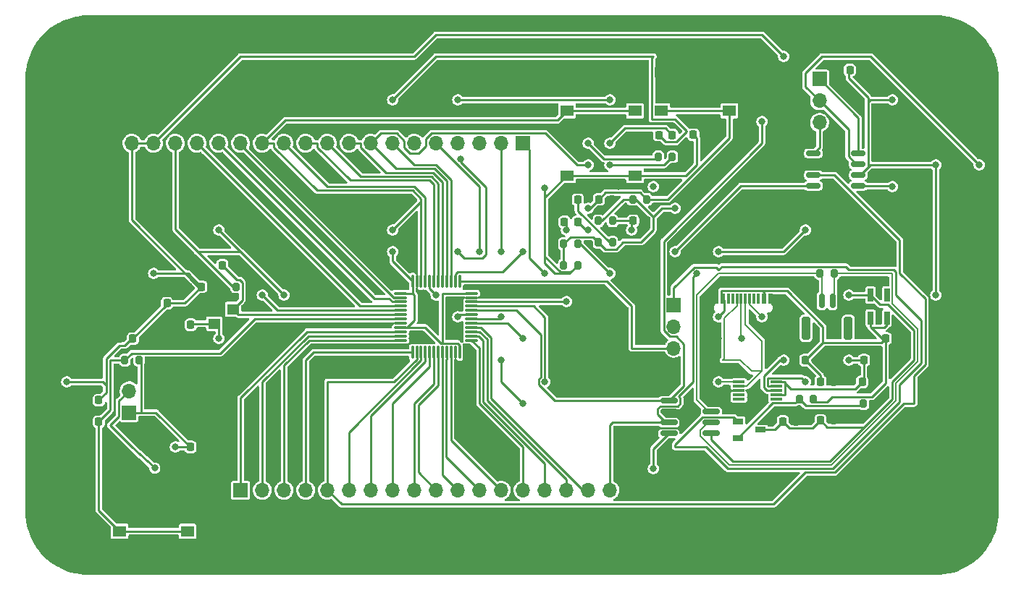
<source format=gbr>
%TF.GenerationSoftware,KiCad,Pcbnew,(6.0.7)*%
%TF.CreationDate,2022-10-09T18:36:03+08:00*%
%TF.ProjectId,DynamicX_1,44796e61-6d69-4635-985f-312e6b696361,rev?*%
%TF.SameCoordinates,Original*%
%TF.FileFunction,Copper,L1,Top*%
%TF.FilePolarity,Positive*%
%FSLAX46Y46*%
G04 Gerber Fmt 4.6, Leading zero omitted, Abs format (unit mm)*
G04 Created by KiCad (PCBNEW (6.0.7)) date 2022-10-09 18:36:03*
%MOMM*%
%LPD*%
G01*
G04 APERTURE LIST*
G04 Aperture macros list*
%AMRoundRect*
0 Rectangle with rounded corners*
0 $1 Rounding radius*
0 $2 $3 $4 $5 $6 $7 $8 $9 X,Y pos of 4 corners*
0 Add a 4 corners polygon primitive as box body*
4,1,4,$2,$3,$4,$5,$6,$7,$8,$9,$2,$3,0*
0 Add four circle primitives for the rounded corners*
1,1,$1+$1,$2,$3*
1,1,$1+$1,$4,$5*
1,1,$1+$1,$6,$7*
1,1,$1+$1,$8,$9*
0 Add four rect primitives between the rounded corners*
20,1,$1+$1,$2,$3,$4,$5,0*
20,1,$1+$1,$4,$5,$6,$7,0*
20,1,$1+$1,$6,$7,$8,$9,0*
20,1,$1+$1,$8,$9,$2,$3,0*%
G04 Aperture macros list end*
%TA.AperFunction,SMDPad,CuDef*%
%ADD10R,1.550000X1.300000*%
%TD*%
%TA.AperFunction,SMDPad,CuDef*%
%ADD11RoundRect,0.200000X-0.200000X-0.275000X0.200000X-0.275000X0.200000X0.275000X-0.200000X0.275000X0*%
%TD*%
%TA.AperFunction,SMDPad,CuDef*%
%ADD12RoundRect,0.225000X-0.225000X-0.250000X0.225000X-0.250000X0.225000X0.250000X-0.225000X0.250000X0*%
%TD*%
%TA.AperFunction,SMDPad,CuDef*%
%ADD13RoundRect,0.218750X-0.218750X-0.256250X0.218750X-0.256250X0.218750X0.256250X-0.218750X0.256250X0*%
%TD*%
%TA.AperFunction,SMDPad,CuDef*%
%ADD14R,1.400000X1.200000*%
%TD*%
%TA.AperFunction,ComponentPad*%
%ADD15R,1.700000X1.700000*%
%TD*%
%TA.AperFunction,ComponentPad*%
%ADD16O,1.700000X1.700000*%
%TD*%
%TA.AperFunction,SMDPad,CuDef*%
%ADD17R,1.400000X0.300000*%
%TD*%
%TA.AperFunction,SMDPad,CuDef*%
%ADD18R,1.220000X0.650000*%
%TD*%
%TA.AperFunction,SMDPad,CuDef*%
%ADD19RoundRect,0.200000X0.200000X0.275000X-0.200000X0.275000X-0.200000X-0.275000X0.200000X-0.275000X0*%
%TD*%
%TA.AperFunction,SMDPad,CuDef*%
%ADD20RoundRect,0.225000X0.225000X0.250000X-0.225000X0.250000X-0.225000X-0.250000X0.225000X-0.250000X0*%
%TD*%
%TA.AperFunction,SMDPad,CuDef*%
%ADD21R,0.650000X1.560000*%
%TD*%
%TA.AperFunction,SMDPad,CuDef*%
%ADD22RoundRect,0.150000X-0.675000X-0.150000X0.675000X-0.150000X0.675000X0.150000X-0.675000X0.150000X0*%
%TD*%
%TA.AperFunction,SMDPad,CuDef*%
%ADD23RoundRect,0.150000X-0.150000X-0.700000X0.150000X-0.700000X0.150000X0.700000X-0.150000X0.700000X0*%
%TD*%
%TA.AperFunction,SMDPad,CuDef*%
%ADD24RoundRect,0.250000X-0.250000X-1.100000X0.250000X-1.100000X0.250000X1.100000X-0.250000X1.100000X0*%
%TD*%
%TA.AperFunction,SMDPad,CuDef*%
%ADD25RoundRect,0.150000X-0.825000X-0.150000X0.825000X-0.150000X0.825000X0.150000X-0.825000X0.150000X0*%
%TD*%
%TA.AperFunction,SMDPad,CuDef*%
%ADD26RoundRect,0.075000X-0.662500X-0.075000X0.662500X-0.075000X0.662500X0.075000X-0.662500X0.075000X0*%
%TD*%
%TA.AperFunction,SMDPad,CuDef*%
%ADD27RoundRect,0.075000X-0.075000X-0.662500X0.075000X-0.662500X0.075000X0.662500X-0.075000X0.662500X0*%
%TD*%
%TA.AperFunction,SMDPad,CuDef*%
%ADD28R,0.600000X1.160000*%
%TD*%
%TA.AperFunction,SMDPad,CuDef*%
%ADD29R,0.300000X1.160000*%
%TD*%
%TA.AperFunction,ComponentPad*%
%ADD30O,0.900000X1.700000*%
%TD*%
%TA.AperFunction,ComponentPad*%
%ADD31O,0.900000X2.000000*%
%TD*%
%TA.AperFunction,ViaPad*%
%ADD32C,0.800000*%
%TD*%
%TA.AperFunction,Conductor*%
%ADD33C,0.250000*%
%TD*%
%TA.AperFunction,Conductor*%
%ADD34C,0.200000*%
%TD*%
G04 APERTURE END LIST*
D10*
%TO.P,SW3,1,1*%
%TO.N,GND*%
X132135000Y-55165000D03*
X140085000Y-55165000D03*
%TO.P,SW3,2,2*%
%TO.N,/STM32_MinimumSystem/PB8*%
X140085000Y-59665000D03*
X132135000Y-59665000D03*
%TD*%
D11*
%TO.P,R11,1*%
%TO.N,+3V3*%
X131765000Y-67640000D03*
%TO.P,R11,2*%
%TO.N,Net-(D3-Pad2)*%
X133415000Y-67640000D03*
%TD*%
%TO.P,R3,1*%
%TO.N,/PORT&POWER/CAN+*%
X161735000Y-71120000D03*
%TO.P,R3,2*%
%TO.N,/PORT&POWER/CAN-*%
X163385000Y-71120000D03*
%TD*%
D12*
%TO.P,C17,1*%
%TO.N,/STM32_MinimumSystem/PB8*%
X146915000Y-54880000D03*
%TO.P,C17,2*%
%TO.N,GND*%
X148465000Y-54880000D03*
%TD*%
D13*
%TO.P,D3,1,K*%
%TO.N,/STM32_MinimumSystem/PB3*%
X142892500Y-54920000D03*
%TO.P,D3,2,A*%
%TO.N,Net-(D3-Pad2)*%
X144467500Y-54920000D03*
%TD*%
D14*
%TO.P,Y1,1,1*%
%TO.N,/STM32_MinimumSystem/OSC_OUT*%
X93110000Y-75310000D03*
%TO.P,Y1,2,2*%
%TO.N,GND*%
X90910000Y-75310000D03*
%TO.P,Y1,3,3*%
%TO.N,/STM32_MinimumSystem/OSC_IN*%
X90910000Y-77010000D03*
%TO.P,Y1,4,4*%
%TO.N,GND*%
X93110000Y-77010000D03*
%TD*%
D15*
%TO.P,J4,1,Pin_1*%
%TO.N,/STM32_MinimumSystem/PA0*%
X93990000Y-96520000D03*
D16*
%TO.P,J4,2,Pin_2*%
%TO.N,/STM32_MinimumSystem/PA1*%
X96530000Y-96520000D03*
%TO.P,J4,3,Pin_3*%
%TO.N,/STM32_MinimumSystem/PA2*%
X99070000Y-96520000D03*
%TO.P,J4,4,Pin_4*%
%TO.N,/STM32_MinimumSystem/PA3*%
X101610000Y-96520000D03*
%TO.P,J4,5,Pin_5*%
%TO.N,/STM32_MinimumSystem/PA4*%
X104150000Y-96520000D03*
%TO.P,J4,6,Pin_6*%
%TO.N,/STM32_MinimumSystem/PA5*%
X106690000Y-96520000D03*
%TO.P,J4,7,Pin_7*%
%TO.N,/STM32_MinimumSystem/PA6*%
X109230000Y-96520000D03*
%TO.P,J4,8,Pin_8*%
%TO.N,/STM32_MinimumSystem/PA7*%
X111770000Y-96520000D03*
%TO.P,J4,9,Pin_9*%
%TO.N,/STM32_MinimumSystem/PB0*%
X114310000Y-96520000D03*
%TO.P,J4,10,Pin_10*%
%TO.N,/STM32_MinimumSystem/PB1*%
X116850000Y-96520000D03*
%TO.P,J4,11,Pin_11*%
%TO.N,/STM32_MinimumSystem/PB2*%
X119390000Y-96520000D03*
%TO.P,J4,12,Pin_12*%
%TO.N,/STM32_MinimumSystem/PB10*%
X121930000Y-96520000D03*
%TO.P,J4,13,Pin_13*%
%TO.N,/STM32_MinimumSystem/PB11*%
X124470000Y-96520000D03*
%TO.P,J4,14,Pin_14*%
%TO.N,/STM32_MinimumSystem/PB12*%
X127010000Y-96520000D03*
%TO.P,J4,15,Pin_15*%
%TO.N,/STM32_MinimumSystem/PB13*%
X129550000Y-96520000D03*
%TO.P,J4,16,Pin_16*%
%TO.N,/STM32_MinimumSystem/PB14*%
X132090000Y-96520000D03*
%TO.P,J4,17,Pin_17*%
%TO.N,/STM32_MinimumSystem/PB15*%
X134630000Y-96520000D03*
%TO.P,J4,18,Pin_18*%
%TO.N,VBUS*%
X137170000Y-96520000D03*
%TO.P,J4,19,Pin_19*%
%TO.N,GND*%
X139710000Y-96520000D03*
%TD*%
D12*
%TO.P,C16,1*%
%TO.N,/STM32_MinimumSystem/PB4*%
X135865000Y-62460000D03*
%TO.P,C16,2*%
%TO.N,GND*%
X137415000Y-62460000D03*
%TD*%
D17*
%TO.P,U3,1,UD+*%
%TO.N,/PORT&POWER/D+*%
X152240000Y-83830000D03*
%TO.P,U3,2,UD-*%
%TO.N,/PORT&POWER/D-*%
X152240000Y-84330000D03*
%TO.P,U3,3,GND*%
%TO.N,GND*%
X152240000Y-84830000D03*
%TO.P,U3,4,~{RTS}*%
%TO.N,unconnected-(U3-Pad4)*%
X152240000Y-85330000D03*
%TO.P,U3,5,~{CTS}*%
%TO.N,unconnected-(U3-Pad5)*%
X152240000Y-85830000D03*
%TO.P,U3,6,TNOW*%
%TO.N,unconnected-(U3-Pad6)*%
X156640000Y-85830000D03*
%TO.P,U3,7,VCC*%
%TO.N,+3V3*%
X156640000Y-85330000D03*
%TO.P,U3,8,TXD*%
%TO.N,/STM32_MinimumSystem/PA10*%
X156640000Y-84830000D03*
%TO.P,U3,9,RXD*%
%TO.N,/STM32_MinimumSystem/PA9*%
X156640000Y-84330000D03*
%TO.P,U3,10,V3*%
%TO.N,+3V3*%
X156640000Y-83830000D03*
%TD*%
D15*
%TO.P,J7,1,Pin_1*%
%TO.N,Net-(J7-Pad1)*%
X161670000Y-48370000D03*
D16*
%TO.P,J7,2,Pin_2*%
%TO.N,/STM32_MinimumSystem/PA0*%
X161670000Y-50910000D03*
%TO.P,J7,3,Pin_3*%
%TO.N,Net-(J7-Pad3)*%
X161670000Y-53450000D03*
%TD*%
D15*
%TO.P,J5,1,Pin_1*%
%TO.N,/STM32_MinimumSystem/PA8*%
X127000000Y-55880000D03*
D16*
%TO.P,J5,2,Pin_2*%
%TO.N,/STM32_MinimumSystem/PA9*%
X124460000Y-55880000D03*
%TO.P,J5,3,Pin_3*%
%TO.N,/STM32_MinimumSystem/PA10*%
X121920000Y-55880000D03*
%TO.P,J5,4,Pin_4*%
%TO.N,/STM32_MinimumSystem/PA11*%
X119380000Y-55880000D03*
%TO.P,J5,5,Pin_5*%
%TO.N,/STM32_MinimumSystem/PA12*%
X116840000Y-55880000D03*
%TO.P,J5,6,Pin_6*%
%TO.N,/STM32_MinimumSystem/PA15*%
X114300000Y-55880000D03*
%TO.P,J5,7,Pin_7*%
%TO.N,/STM32_MinimumSystem/PB3*%
X111760000Y-55880000D03*
%TO.P,J5,8,Pin_8*%
%TO.N,/STM32_MinimumSystem/PB4*%
X109220000Y-55880000D03*
%TO.P,J5,9,Pin_9*%
%TO.N,/STM32_MinimumSystem/PB5*%
X106680000Y-55880000D03*
%TO.P,J5,10,Pin_10*%
%TO.N,/STM32_MinimumSystem/PB6*%
X104140000Y-55880000D03*
%TO.P,J5,11,Pin_11*%
%TO.N,/STM32_MinimumSystem/PB7*%
X101600000Y-55880000D03*
%TO.P,J5,12,Pin_12*%
%TO.N,/STM32_MinimumSystem/PB8*%
X99060000Y-55880000D03*
%TO.P,J5,13,Pin_13*%
%TO.N,/STM32_MinimumSystem/PB9*%
X96520000Y-55880000D03*
%TO.P,J5,14,Pin_14*%
%TO.N,/STM32_MinimumSystem/PC13*%
X93980000Y-55880000D03*
%TO.P,J5,15,Pin_15*%
%TO.N,/STM32_MinimumSystem/PC14*%
X91440000Y-55880000D03*
%TO.P,J5,16,Pin_16*%
%TO.N,/STM32_MinimumSystem/PC15*%
X88900000Y-55880000D03*
%TO.P,J5,17,Pin_17*%
%TO.N,/STM32_MinimumSystem/BOOTO*%
X86360000Y-55880000D03*
%TO.P,J5,18,Pin_18*%
%TO.N,+3V3*%
X83820000Y-55880000D03*
%TO.P,J5,19,Pin_19*%
X81280000Y-55880000D03*
%TO.P,J5,20,Pin_20*%
%TO.N,GND*%
X78740000Y-55880000D03*
%TD*%
D12*
%TO.P,C2,1*%
%TO.N,VBUS*%
X160020000Y-81280000D03*
%TO.P,C2,2*%
%TO.N,GND*%
X161570000Y-81280000D03*
%TD*%
D18*
%TO.P,Q1,1,D*%
%TO.N,/PORT&POWER/3V3_Debug*%
X152150000Y-88480000D03*
%TO.P,Q1,2,G*%
%TO.N,Net-(Q1-Pad2)*%
X152150000Y-90380000D03*
%TO.P,Q1,3,S*%
%TO.N,+3V3*%
X154770000Y-89430000D03*
%TD*%
D12*
%TO.P,C7,1*%
%TO.N,+3V3*%
X161785000Y-88340000D03*
%TO.P,C7,2*%
%TO.N,GND*%
X163335000Y-88340000D03*
%TD*%
%TO.P,C18,1*%
%TO.N,/STM32_MinimumSystem/PB9*%
X139875000Y-64970000D03*
%TO.P,C18,2*%
%TO.N,GND*%
X141425000Y-64970000D03*
%TD*%
D11*
%TO.P,R10,1*%
%TO.N,+3V3*%
X142815000Y-57470000D03*
%TO.P,R10,2*%
%TO.N,Net-(D2-Pad2)*%
X144465000Y-57470000D03*
%TD*%
D19*
%TO.P,R4,1*%
%TO.N,+3V3*%
X82105000Y-81280000D03*
%TO.P,R4,2*%
%TO.N,Net-(C13-Pad1)*%
X80455000Y-81280000D03*
%TD*%
D20*
%TO.P,C10,1*%
%TO.N,+3V3*%
X77405000Y-85970000D03*
%TO.P,C10,2*%
%TO.N,GND*%
X75855000Y-85970000D03*
%TD*%
%TO.P,C14,1*%
%TO.N,/STM32_MinimumSystem/OSC_IN*%
X88155000Y-77130000D03*
%TO.P,C14,2*%
%TO.N,GND*%
X86605000Y-77130000D03*
%TD*%
%TO.P,C8,1*%
%TO.N,+3V3*%
X85385000Y-74620000D03*
%TO.P,C8,2*%
%TO.N,GND*%
X83835000Y-74620000D03*
%TD*%
D11*
%TO.P,R6,1*%
%TO.N,+3V3*%
X139825000Y-62460000D03*
%TO.P,R6,2*%
%TO.N,/STM32_MinimumSystem/PB4*%
X141475000Y-62460000D03*
%TD*%
D21*
%TO.P,U1,1,VIN*%
%TO.N,VBUS*%
X167640000Y-76360000D03*
%TO.P,U1,2,GND*%
%TO.N,GND*%
X168590000Y-76360000D03*
%TO.P,U1,3,EN*%
%TO.N,VBUS*%
X169540000Y-76360000D03*
%TO.P,U1,4,NC*%
%TO.N,unconnected-(U1-Pad4)*%
X169540000Y-73660000D03*
%TO.P,U1,5,VOUT*%
%TO.N,+3V3*%
X167640000Y-73660000D03*
%TD*%
D20*
%TO.P,C15,1*%
%TO.N,GND*%
X93405000Y-70170000D03*
%TO.P,C15,2*%
%TO.N,/STM32_MinimumSystem/OSC_OUT*%
X91855000Y-70170000D03*
%TD*%
D11*
%TO.P,R7,1*%
%TO.N,+3V3*%
X131765000Y-70150000D03*
%TO.P,R7,2*%
%TO.N,/STM32_MinimumSystem/PB8*%
X133415000Y-70150000D03*
%TD*%
D12*
%TO.P,C4,1*%
%TO.N,+3V3*%
X166665000Y-83810000D03*
%TO.P,C4,2*%
%TO.N,GND*%
X168215000Y-83810000D03*
%TD*%
D10*
%TO.P,SW2,1,1*%
%TO.N,GND*%
X143185000Y-47585000D03*
X151135000Y-47585000D03*
%TO.P,SW2,2,2*%
%TO.N,/STM32_MinimumSystem/PB4*%
X143185000Y-52085000D03*
X151135000Y-52085000D03*
%TD*%
D22*
%TO.P,U5,1,B1*%
%TO.N,Net-(J7-Pad3)*%
X160945000Y-57065000D03*
%TO.P,U5,2,GND*%
%TO.N,GND*%
X160945000Y-58335000D03*
%TO.P,U5,3,~{CS}*%
%TO.N,/STM32_MinimumSystem/PA4*%
X160945000Y-59605000D03*
%TO.P,U5,4,SDI*%
%TO.N,/STM32_MinimumSystem/PA7*%
X160945000Y-60875000D03*
%TO.P,U5,5,CLK*%
%TO.N,/STM32_MinimumSystem/PA5*%
X166195000Y-60875000D03*
%TO.P,U5,6,VDD*%
%TO.N,+3V3*%
X166195000Y-59605000D03*
%TO.P,U5,7,W1*%
%TO.N,/STM32_MinimumSystem/PA0*%
X166195000Y-58335000D03*
%TO.P,U5,8,A1*%
%TO.N,Net-(J7-Pad1)*%
X166195000Y-57065000D03*
%TD*%
D19*
%TO.P,R2,1*%
%TO.N,GND*%
X168465000Y-86360000D03*
%TO.P,R2,2*%
%TO.N,Net-(Q1-Pad2)*%
X166815000Y-86360000D03*
%TD*%
D12*
%TO.P,C1,1*%
%TO.N,VBUS*%
X169405000Y-78740000D03*
%TO.P,C1,2*%
%TO.N,GND*%
X170955000Y-78740000D03*
%TD*%
%TO.P,C9,1*%
%TO.N,+3V3*%
X88125000Y-91440000D03*
%TO.P,C9,2*%
%TO.N,GND*%
X89675000Y-91440000D03*
%TD*%
D10*
%TO.P,SW1,1,1*%
%TO.N,GND*%
X87795000Y-96810000D03*
X79845000Y-96810000D03*
%TO.P,SW1,2,2*%
%TO.N,Net-(C13-Pad1)*%
X79845000Y-101310000D03*
X87795000Y-101310000D03*
%TD*%
%TO.P,SW4,1,1*%
%TO.N,GND*%
X140085000Y-47585000D03*
X132135000Y-47585000D03*
%TO.P,SW4,2,2*%
%TO.N,/STM32_MinimumSystem/PB9*%
X132135000Y-52085000D03*
X140085000Y-52085000D03*
%TD*%
D12*
%TO.P,C5,1*%
%TO.N,VBUS*%
X161785000Y-83820000D03*
%TO.P,C5,2*%
%TO.N,GND*%
X163335000Y-83820000D03*
%TD*%
D23*
%TO.P,J3,1,Pin_1*%
%TO.N,/PORT&POWER/CAN+*%
X161935000Y-74350000D03*
%TO.P,J3,2,Pin_2*%
%TO.N,/PORT&POWER/CAN-*%
X163185000Y-74350000D03*
D24*
%TO.P,J3,MP*%
%TO.N,N/C*%
X160085000Y-77550000D03*
X165035000Y-77550000D03*
%TD*%
D11*
%TO.P,R1,1*%
%TO.N,Net-(Q1-Pad2)*%
X159295000Y-85830000D03*
%TO.P,R1,2*%
%TO.N,VBUS*%
X160945000Y-85830000D03*
%TD*%
D25*
%TO.P,U2,1,TXD*%
%TO.N,/STM32_MinimumSystem/PA11*%
X144065000Y-86045000D03*
%TO.P,U2,2,GND*%
%TO.N,GND*%
X144065000Y-87315000D03*
%TO.P,U2,3,VCC*%
%TO.N,VBUS*%
X144065000Y-88585000D03*
%TO.P,U2,4,RXD*%
%TO.N,/STM32_MinimumSystem/PA12*%
X144065000Y-89855000D03*
%TO.P,U2,5,VIO*%
%TO.N,+3V3*%
X149015000Y-89855000D03*
%TO.P,U2,6,CANL*%
%TO.N,/PORT&POWER/CAN-*%
X149015000Y-88585000D03*
%TO.P,U2,7,CANH*%
%TO.N,/PORT&POWER/CAN+*%
X149015000Y-87315000D03*
%TO.P,U2,8,S*%
%TO.N,GND*%
X149015000Y-86045000D03*
%TD*%
D12*
%TO.P,C6,1*%
%TO.N,+3V3*%
X157385000Y-88460000D03*
%TO.P,C6,2*%
%TO.N,GND*%
X158935000Y-88460000D03*
%TD*%
D26*
%TO.P,U4,1,VBAT*%
%TO.N,+3V3*%
X112677500Y-73450000D03*
%TO.P,U4,2,PC13*%
%TO.N,/STM32_MinimumSystem/PC13*%
X112677500Y-73950000D03*
%TO.P,U4,3,PC14*%
%TO.N,/STM32_MinimumSystem/PC14*%
X112677500Y-74450000D03*
%TO.P,U4,4,PC15*%
%TO.N,/STM32_MinimumSystem/PC15*%
X112677500Y-74950000D03*
%TO.P,U4,5,PD0*%
%TO.N,/STM32_MinimumSystem/OSC_IN*%
X112677500Y-75450000D03*
%TO.P,U4,6,PD1*%
%TO.N,/STM32_MinimumSystem/OSC_OUT*%
X112677500Y-75950000D03*
%TO.P,U4,7,NRST*%
%TO.N,Net-(C13-Pad1)*%
X112677500Y-76450000D03*
%TO.P,U4,8,VSSA*%
%TO.N,GND*%
X112677500Y-76950000D03*
%TO.P,U4,9,VDDA*%
%TO.N,+3V3*%
X112677500Y-77450000D03*
%TO.P,U4,10,PA0*%
%TO.N,/STM32_MinimumSystem/PA0*%
X112677500Y-77950000D03*
%TO.P,U4,11,PA1*%
%TO.N,/STM32_MinimumSystem/PA1*%
X112677500Y-78450000D03*
%TO.P,U4,12,PA2*%
%TO.N,/STM32_MinimumSystem/PA2*%
X112677500Y-78950000D03*
D27*
%TO.P,U4,13,PA3*%
%TO.N,/STM32_MinimumSystem/PA3*%
X114090000Y-80362500D03*
%TO.P,U4,14,PA4*%
%TO.N,/STM32_MinimumSystem/PA4*%
X114590000Y-80362500D03*
%TO.P,U4,15,PA5*%
%TO.N,/STM32_MinimumSystem/PA5*%
X115090000Y-80362500D03*
%TO.P,U4,16,PA6*%
%TO.N,/STM32_MinimumSystem/PA6*%
X115590000Y-80362500D03*
%TO.P,U4,17,PA7*%
%TO.N,/STM32_MinimumSystem/PA7*%
X116090000Y-80362500D03*
%TO.P,U4,18,PB0*%
%TO.N,/STM32_MinimumSystem/PB0*%
X116590000Y-80362500D03*
%TO.P,U4,19,PB1*%
%TO.N,/STM32_MinimumSystem/PB1*%
X117090000Y-80362500D03*
%TO.P,U4,20,PB2*%
%TO.N,/STM32_MinimumSystem/PB2*%
X117590000Y-80362500D03*
%TO.P,U4,21,PB10*%
%TO.N,/STM32_MinimumSystem/PB10*%
X118090000Y-80362500D03*
%TO.P,U4,22,PB11*%
%TO.N,/STM32_MinimumSystem/PB11*%
X118590000Y-80362500D03*
%TO.P,U4,23,VSS*%
%TO.N,GND*%
X119090000Y-80362500D03*
%TO.P,U4,24,VDD*%
%TO.N,+3V3*%
X119590000Y-80362500D03*
D26*
%TO.P,U4,25,PB12*%
%TO.N,/STM32_MinimumSystem/PB12*%
X121002500Y-78950000D03*
%TO.P,U4,26,PB13*%
%TO.N,/STM32_MinimumSystem/PB13*%
X121002500Y-78450000D03*
%TO.P,U4,27,PB14*%
%TO.N,/STM32_MinimumSystem/PB14*%
X121002500Y-77950000D03*
%TO.P,U4,28,PB15*%
%TO.N,/STM32_MinimumSystem/PB15*%
X121002500Y-77450000D03*
%TO.P,U4,29,PA8*%
%TO.N,/STM32_MinimumSystem/PA8*%
X121002500Y-76950000D03*
%TO.P,U4,30,PA9*%
%TO.N,/STM32_MinimumSystem/PA9*%
X121002500Y-76450000D03*
%TO.P,U4,31,PA10*%
%TO.N,/STM32_MinimumSystem/PA10*%
X121002500Y-75950000D03*
%TO.P,U4,32,PA11*%
%TO.N,/STM32_MinimumSystem/PA11*%
X121002500Y-75450000D03*
%TO.P,U4,33,PA12*%
%TO.N,/STM32_MinimumSystem/PA12*%
X121002500Y-74950000D03*
%TO.P,U4,34,PA13*%
%TO.N,/STM32_MinimumSystem/PA13*%
X121002500Y-74450000D03*
%TO.P,U4,35,VSS*%
%TO.N,GND*%
X121002500Y-73950000D03*
%TO.P,U4,36,VDD*%
%TO.N,+3V3*%
X121002500Y-73450000D03*
D27*
%TO.P,U4,37,PA14*%
%TO.N,/STM32_MinimumSystem/PA14*%
X119590000Y-72037500D03*
%TO.P,U4,38,PA15*%
%TO.N,/STM32_MinimumSystem/PA15*%
X119090000Y-72037500D03*
%TO.P,U4,39,PB3*%
%TO.N,/STM32_MinimumSystem/PB3*%
X118590000Y-72037500D03*
%TO.P,U4,40,PB4*%
%TO.N,/STM32_MinimumSystem/PB4*%
X118090000Y-72037500D03*
%TO.P,U4,41,PB5*%
%TO.N,/STM32_MinimumSystem/PB5*%
X117590000Y-72037500D03*
%TO.P,U4,42,PB6*%
%TO.N,/STM32_MinimumSystem/PB6*%
X117090000Y-72037500D03*
%TO.P,U4,43,PB7*%
%TO.N,/STM32_MinimumSystem/PB7*%
X116590000Y-72037500D03*
%TO.P,U4,44,BOOT0*%
%TO.N,/STM32_MinimumSystem/BOOTO*%
X116090000Y-72037500D03*
%TO.P,U4,45,PB8*%
%TO.N,/STM32_MinimumSystem/PB8*%
X115590000Y-72037500D03*
%TO.P,U4,46,PB9*%
%TO.N,/STM32_MinimumSystem/PB9*%
X115090000Y-72037500D03*
%TO.P,U4,47,VSS*%
%TO.N,GND*%
X114590000Y-72037500D03*
%TO.P,U4,48,VDD*%
%TO.N,+3V3*%
X114090000Y-72037500D03*
%TD*%
D20*
%TO.P,C13,1*%
%TO.N,Net-(C13-Pad1)*%
X77405000Y-88480000D03*
%TO.P,C13,2*%
%TO.N,GND*%
X75855000Y-88480000D03*
%TD*%
D12*
%TO.P,C19,1*%
%TO.N,+3V3*%
X165225000Y-47300000D03*
%TO.P,C19,2*%
%TO.N,GND*%
X166775000Y-47300000D03*
%TD*%
D13*
%TO.P,D1,1,K*%
%TO.N,GND*%
X131842500Y-62500000D03*
%TO.P,D1,2,A*%
%TO.N,Net-(D1-Pad2)*%
X133417500Y-62500000D03*
%TD*%
D11*
%TO.P,R9,1*%
%TO.N,+3V3*%
X135815000Y-67480000D03*
%TO.P,R9,2*%
%TO.N,Net-(D1-Pad2)*%
X137465000Y-67480000D03*
%TD*%
D28*
%TO.P,J1,A1,GND*%
%TO.N,GND*%
X149560000Y-74080000D03*
%TO.P,J1,A4,VBUS*%
%TO.N,VBUS*%
X150360000Y-74080000D03*
D29*
%TO.P,J1,A5,CC1*%
%TO.N,unconnected-(J1-PadA5)*%
X151510000Y-74080000D03*
%TO.P,J1,A6,D+*%
%TO.N,/PORT&POWER/D+*%
X152510000Y-74080000D03*
%TO.P,J1,A7,D-*%
%TO.N,/PORT&POWER/D-*%
X153010000Y-74080000D03*
%TO.P,J1,A8,SBU1*%
%TO.N,unconnected-(J1-PadA8)*%
X154010000Y-74080000D03*
D28*
%TO.P,J1,A9,VBUS*%
%TO.N,VBUS*%
X155160000Y-74080000D03*
%TO.P,J1,A12,GND*%
%TO.N,GND*%
X155960000Y-74080000D03*
%TO.P,J1,B1,GND*%
X155960000Y-74080000D03*
%TO.P,J1,B4,VBUS*%
%TO.N,VBUS*%
X155160000Y-74080000D03*
D29*
%TO.P,J1,B5,CC2*%
%TO.N,unconnected-(J1-PadB5)*%
X154510000Y-74080000D03*
%TO.P,J1,B6,D+*%
%TO.N,/PORT&POWER/D+*%
X153510000Y-74080000D03*
%TO.P,J1,B7,D-*%
%TO.N,/PORT&POWER/D-*%
X152010000Y-74080000D03*
%TO.P,J1,B8,SBU2*%
%TO.N,unconnected-(J1-PadB8)*%
X151010000Y-74080000D03*
D28*
%TO.P,J1,B9,VBUS*%
%TO.N,VBUS*%
X150360000Y-74080000D03*
%TO.P,J1,B12,GND*%
%TO.N,GND*%
X149560000Y-74080000D03*
D30*
%TO.P,J1,S1,SHIELD*%
X148440000Y-78830000D03*
D31*
X157080000Y-74660000D03*
X148440000Y-74660000D03*
D30*
X157080000Y-78830000D03*
%TD*%
D20*
%TO.P,C11,1*%
%TO.N,+3V3*%
X89395000Y-72680000D03*
%TO.P,C11,2*%
%TO.N,GND*%
X87845000Y-72680000D03*
%TD*%
D15*
%TO.P,J2,1,Pin_1*%
%TO.N,/PORT&POWER/3V3_Debug*%
X144640000Y-74800000D03*
D16*
%TO.P,J2,2,Pin_2*%
%TO.N,/STM32_MinimumSystem/PA13*%
X144640000Y-77340000D03*
%TO.P,J2,3,Pin_3*%
%TO.N,/STM32_MinimumSystem/PA14*%
X144640000Y-79880000D03*
%TO.P,J2,4,Pin_4*%
%TO.N,GND*%
X144640000Y-82420000D03*
%TD*%
D12*
%TO.P,C3,1*%
%TO.N,+3V3*%
X166865000Y-81280000D03*
%TO.P,C3,2*%
%TO.N,GND*%
X168415000Y-81280000D03*
%TD*%
D15*
%TO.P,J6,1,Pin_1*%
%TO.N,+3V3*%
X80960000Y-87410000D03*
D16*
%TO.P,J6,2,Pin_2*%
%TO.N,/STM32_MinimumSystem/BOOTO*%
X80960000Y-84870000D03*
%TD*%
D11*
%TO.P,R8,1*%
%TO.N,+3V3*%
X135815000Y-64970000D03*
%TO.P,R8,2*%
%TO.N,/STM32_MinimumSystem/PB9*%
X137465000Y-64970000D03*
%TD*%
D13*
%TO.P,D2,2,A*%
%TO.N,Net-(D2-Pad2)*%
X133417500Y-65090000D03*
%TO.P,D2,1,K*%
%TO.N,/STM32_MinimumSystem/PA15*%
X131842500Y-65090000D03*
%TD*%
D20*
%TO.P,C12,1*%
%TO.N,+3V3*%
X81375000Y-78770000D03*
%TO.P,C12,2*%
%TO.N,GND*%
X79825000Y-78770000D03*
%TD*%
D19*
%TO.P,R5,1*%
%TO.N,/STM32_MinimumSystem/BOOTO*%
X93455000Y-72680000D03*
%TO.P,R5,2*%
%TO.N,GND*%
X91805000Y-72680000D03*
%TD*%
D32*
%TO.N,GND*%
X135610937Y-63857760D03*
X138852136Y-63557252D03*
X138133062Y-60917070D03*
X149872508Y-53774664D03*
X149325153Y-50973495D03*
X145825121Y-89075121D03*
X141510677Y-89847857D03*
X121025629Y-80793462D03*
X118898940Y-77910273D03*
X169340714Y-85345932D03*
X168162530Y-82669975D03*
X154331878Y-85437009D03*
X150114026Y-85061373D03*
X145939104Y-87572766D03*
%TO.N,VBUS*%
X147320000Y-71120000D03*
X149860000Y-76200000D03*
%TO.N,GND*%
X170180000Y-81280000D03*
X132080000Y-63500000D03*
X165100000Y-83820000D03*
X137160000Y-53340000D03*
X172720000Y-88900000D03*
X149860000Y-78740000D03*
X162560000Y-76200000D03*
X144780000Y-83820000D03*
X157480000Y-76200000D03*
X149860000Y-86360000D03*
%TO.N,+3V3*%
X111760000Y-68580000D03*
X165100000Y-73660000D03*
X175260000Y-73660000D03*
X86360000Y-91440000D03*
X165100000Y-81280000D03*
X157480000Y-45720000D03*
X144780000Y-63500000D03*
X170180000Y-50800000D03*
X83820000Y-71120000D03*
X73660000Y-83820000D03*
X134620000Y-55880000D03*
X175260000Y-58420000D03*
%TO.N,/STM32_MinimumSystem/OSC_IN*%
X96520000Y-73660000D03*
X91440000Y-78740000D03*
%TO.N,/STM32_MinimumSystem/PB4*%
X134620000Y-63500000D03*
X134620000Y-58420000D03*
%TO.N,/STM32_MinimumSystem/PB8*%
X129540000Y-61085971D03*
%TO.N,/STM32_MinimumSystem/PB9*%
X139700000Y-66040000D03*
X111760000Y-66040000D03*
X139700000Y-66040000D03*
%TO.N,/STM32_MinimumSystem/PA15*%
X127000000Y-68580000D03*
X132080000Y-66040000D03*
%TO.N,/STM32_MinimumSystem/PB3*%
X111760000Y-50800000D03*
%TO.N,/PORT&POWER/D+*%
X149860000Y-83820000D03*
X152519910Y-78689460D03*
X154940000Y-76200000D03*
%TO.N,/STM32_MinimumSystem/PA13*%
X132080000Y-74418126D03*
%TO.N,/STM32_MinimumSystem/PA0*%
X180340000Y-58420000D03*
%TO.N,/STM32_MinimumSystem/PA5*%
X160020000Y-66040000D03*
X170180000Y-60960000D03*
X149860000Y-68580000D03*
%TO.N,/STM32_MinimumSystem/PA7*%
X144780000Y-68580000D03*
%TO.N,/STM32_MinimumSystem/PA8*%
X129540000Y-71120000D03*
X127000000Y-78740000D03*
%TO.N,/STM32_MinimumSystem/PA9*%
X160020000Y-83820000D03*
X124460000Y-68580000D03*
X124460000Y-76200000D03*
%TO.N,/STM32_MinimumSystem/PA10*%
X157480000Y-81280000D03*
X119380000Y-68580000D03*
X119380000Y-76200000D03*
X119692299Y-57707701D03*
%TO.N,/STM32_MinimumSystem/PA11*%
X154940000Y-53340000D03*
X119380000Y-50800000D03*
X137160000Y-50800000D03*
%TO.N,/STM32_MinimumSystem/PA12*%
X124460000Y-81280000D03*
X142240000Y-93980000D03*
X121920000Y-68580000D03*
X127000000Y-86360000D03*
X129540000Y-83820000D03*
%TO.N,/STM32_MinimumSystem/BOOTO*%
X91440000Y-66040000D03*
X99060000Y-73660000D03*
X83951833Y-93922875D03*
X116840000Y-73660000D03*
%TO.N,Net-(D2-Pad2)*%
X134620000Y-66040000D03*
X137160000Y-58420000D03*
%TO.N,Net-(D3-Pad2)*%
X137160000Y-71120000D03*
X142240000Y-60960000D03*
X137160000Y-55880000D03*
%TD*%
D33*
%TO.N,/STM32_MinimumSystem/PB8*%
X129540000Y-62260000D02*
X129540000Y-61085971D01*
X130715000Y-71120000D02*
X132445000Y-71120000D01*
X132445000Y-71120000D02*
X133415000Y-70150000D01*
X129540000Y-69945000D02*
X130715000Y-71120000D01*
X129540000Y-63500000D02*
X129540000Y-69945000D01*
X129540000Y-61085971D02*
X129540000Y-60960000D01*
%TO.N,GND*%
X142148534Y-89210000D02*
X145690242Y-89210000D01*
X141510677Y-89847857D02*
X142148534Y-89210000D01*
X145690242Y-89210000D02*
X145825121Y-89075121D01*
X145939104Y-88961138D02*
X145825121Y-89075121D01*
X145939104Y-87572766D02*
X145939104Y-88961138D01*
X145681338Y-87315000D02*
X145939104Y-87572766D01*
X144065000Y-87315000D02*
X145681338Y-87315000D01*
X150345399Y-84830000D02*
X150114026Y-85061373D01*
X152240000Y-84830000D02*
X150345399Y-84830000D01*
%TO.N,VBUS*%
X146895000Y-71545000D02*
X147320000Y-71120000D01*
X146895000Y-83851396D02*
X146895000Y-71545000D01*
X145206574Y-85539822D02*
X146895000Y-83851396D01*
X145365000Y-85698249D02*
X145206574Y-85539822D01*
X145365000Y-86391751D02*
X145365000Y-85698249D01*
X142765000Y-86968249D02*
X143043249Y-86690000D01*
X143043249Y-86690000D02*
X145066751Y-86690000D01*
X145066751Y-86690000D02*
X145365000Y-86391751D01*
X142765000Y-87661751D02*
X142765000Y-86968249D01*
X143688249Y-88585000D02*
X142765000Y-87661751D01*
X144065000Y-88585000D02*
X143688249Y-88585000D01*
X155160000Y-74080000D02*
X155160000Y-73250000D01*
X169405000Y-78740000D02*
X168920000Y-79225000D01*
X160945000Y-85830000D02*
X161295000Y-86180000D01*
X149860000Y-76200000D02*
X150545001Y-75514999D01*
X150535000Y-74255000D02*
X150360000Y-74080000D01*
X167640000Y-77390000D02*
X167715000Y-77465000D01*
X161785000Y-83045000D02*
X161785000Y-83820000D01*
X150360000Y-74080000D02*
X150360000Y-73675000D01*
X137170000Y-95103249D02*
X137160000Y-95093249D01*
X157873173Y-73175000D02*
X162075000Y-77376827D01*
X169540000Y-77165000D02*
X169540000Y-76360000D01*
X168990000Y-78740000D02*
X169405000Y-78740000D01*
X169240000Y-77465000D02*
X169540000Y-77165000D01*
X169405000Y-83958604D02*
X169405000Y-78740000D01*
X150185000Y-73500000D02*
X150185000Y-73175000D01*
X154985000Y-73175000D02*
X155160000Y-73350000D01*
X155235000Y-73175000D02*
X157873173Y-73175000D01*
X160020000Y-81280000D02*
X161785000Y-83045000D01*
X155160000Y-73350000D02*
X155160000Y-74080000D01*
X150185000Y-73175000D02*
X154985000Y-73175000D01*
X150545001Y-74985000D02*
X150535000Y-74974999D01*
X161295000Y-86180000D02*
X162560000Y-86180000D01*
X162075000Y-79225000D02*
X160020000Y-81280000D01*
X150545001Y-75514999D02*
X150545001Y-74985000D01*
X167715000Y-77465000D02*
X169240000Y-77465000D01*
X144065000Y-88585000D02*
X137475000Y-88585000D01*
X155160000Y-73250000D02*
X155235000Y-73175000D01*
X167640000Y-76360000D02*
X167640000Y-77390000D01*
X137170000Y-96520000D02*
X137170000Y-95103249D01*
X163180000Y-85560000D02*
X167803604Y-85560000D01*
X167640000Y-77390000D02*
X168990000Y-78740000D01*
X137475000Y-88585000D02*
X137160000Y-88900000D01*
X150360000Y-73675000D02*
X150185000Y-73500000D01*
X167803604Y-85560000D02*
X169405000Y-83958604D01*
X150535000Y-74974999D02*
X150535000Y-74255000D01*
X137160000Y-95093249D02*
X137160000Y-88900000D01*
X162560000Y-86180000D02*
X163180000Y-85560000D01*
X162075000Y-77376827D02*
X162075000Y-79225000D01*
X168920000Y-79225000D02*
X162075000Y-79225000D01*
%TO.N,+3V3*%
X165100000Y-47425000D02*
X165225000Y-47300000D01*
X79813604Y-79570000D02*
X80450000Y-79570000D01*
X87455000Y-74620000D02*
X85385000Y-74620000D01*
X77405000Y-85970000D02*
X78290000Y-85085000D01*
X88125000Y-91440000D02*
X84095000Y-87410000D01*
X135815000Y-67480000D02*
X136615000Y-68280000D01*
X114300000Y-76630685D02*
X113480685Y-77450000D01*
X114090000Y-72037500D02*
X114090000Y-73450000D01*
X81250000Y-78770000D02*
X81375000Y-78770000D01*
X139825000Y-62460000D02*
X140167817Y-62460000D01*
X115550000Y-77450000D02*
X112677500Y-77450000D01*
X117400000Y-79300000D02*
X115550000Y-77450000D01*
X114090000Y-72037500D02*
X111760000Y-69707500D01*
X140167817Y-62460000D02*
X142240000Y-64532183D01*
X167640000Y-73660000D02*
X168745000Y-74765000D01*
X81280000Y-64862183D02*
X89097817Y-72680000D01*
X158185000Y-89260000D02*
X157385000Y-88460000D01*
X166421751Y-59605000D02*
X167345000Y-58681751D01*
X165855000Y-84620000D02*
X166665000Y-83810000D01*
X149015000Y-89855000D02*
X149015000Y-90595000D01*
X162912463Y-93130000D02*
X167391232Y-88651231D01*
X131765000Y-70150000D02*
X131765000Y-67640000D01*
X160865000Y-89260000D02*
X158185000Y-89260000D01*
X143272183Y-63500000D02*
X142240000Y-64532183D01*
X172720000Y-81280000D02*
X170180000Y-83820000D01*
X82105000Y-81280000D02*
X82330000Y-81505000D01*
X82330000Y-81505000D02*
X82330000Y-87410000D01*
X158280000Y-84620000D02*
X165855000Y-84620000D01*
X121002500Y-73450000D02*
X117565000Y-73450000D01*
X154940000Y-43180000D02*
X157480000Y-45720000D01*
X165100000Y-48260000D02*
X165100000Y-47425000D01*
X85385000Y-74760000D02*
X81375000Y-78770000D01*
X132565000Y-66840000D02*
X135175000Y-66840000D01*
X162585000Y-89140000D02*
X164860000Y-89140000D01*
X78290000Y-85085000D02*
X78290000Y-84270000D01*
X167640000Y-50800000D02*
X167345000Y-51095000D01*
X84095000Y-87410000D02*
X80960000Y-87410000D01*
X114300000Y-73660000D02*
X114300000Y-76630685D01*
X157640000Y-83830000D02*
X156640000Y-83830000D01*
X87455000Y-74620000D02*
X89395000Y-72680000D01*
X111760000Y-69707500D02*
X111760000Y-68580000D01*
X161785000Y-88340000D02*
X162585000Y-89140000D01*
X83820000Y-55880000D02*
X93980000Y-45720000D01*
X89097817Y-72680000D02*
X89395000Y-72680000D01*
X166421751Y-59605000D02*
X167606751Y-58420000D01*
X166902462Y-89140000D02*
X170180000Y-85862462D01*
X142815000Y-57470000D02*
X142590000Y-57695000D01*
X166865000Y-83610000D02*
X166865000Y-81280000D01*
X167345000Y-58681751D02*
X167345000Y-51095000D01*
X167345000Y-50505000D02*
X165100000Y-48260000D01*
X114115000Y-73475000D02*
X112180685Y-73475000D01*
X135175000Y-66840000D02*
X135815000Y-67480000D01*
X117565000Y-73450000D02*
X117565000Y-79300000D01*
X116840000Y-43180000D02*
X154940000Y-43180000D01*
X172720000Y-77785000D02*
X172720000Y-81280000D01*
X166665000Y-83810000D02*
X166865000Y-83610000D01*
X142590000Y-57695000D02*
X136435000Y-57695000D01*
X73660000Y-83820000D02*
X77840000Y-83820000D01*
X136615000Y-68280000D02*
X137882462Y-68280000D01*
X157665000Y-85305000D02*
X157665000Y-84005000D01*
X156415000Y-89430000D02*
X154770000Y-89430000D01*
X166195000Y-59605000D02*
X166421751Y-59605000D01*
X149015000Y-90595000D02*
X151550000Y-93130000D01*
X157665000Y-84005000D02*
X158280000Y-84620000D01*
X83820000Y-55880000D02*
X81280000Y-55880000D01*
X81280000Y-55880000D02*
X81280000Y-64862183D01*
X167640000Y-73660000D02*
X165100000Y-73660000D01*
X157385000Y-88460000D02*
X156415000Y-89430000D01*
X78290000Y-84270000D02*
X78290000Y-81093604D01*
X114300000Y-45720000D02*
X116840000Y-43180000D01*
X138757538Y-62460000D02*
X136247538Y-64970000D01*
X169700000Y-74765000D02*
X172720000Y-77785000D01*
X167606751Y-58420000D02*
X175260000Y-58420000D01*
X157640000Y-85330000D02*
X157665000Y-85305000D01*
X157665000Y-84005000D02*
X157665000Y-83855000D01*
X175260000Y-73660000D02*
X175260000Y-58420000D01*
X80450000Y-79570000D02*
X81250000Y-78770000D01*
X78290000Y-81093604D02*
X79813604Y-79570000D01*
X151550000Y-93130000D02*
X162912463Y-93130000D01*
X170180000Y-85862462D02*
X170180000Y-83820000D01*
X117565000Y-79300000D02*
X119330685Y-79300000D01*
X139825000Y-62460000D02*
X138757538Y-62460000D01*
X137882462Y-68280000D02*
X138708769Y-67453693D01*
X114300000Y-73660000D02*
X114115000Y-73475000D01*
X93980000Y-45720000D02*
X114300000Y-45720000D01*
X77840000Y-83820000D02*
X78290000Y-84270000D01*
X161785000Y-88340000D02*
X160865000Y-89260000D01*
X166865000Y-81280000D02*
X165100000Y-81280000D01*
X87835000Y-71120000D02*
X89395000Y-72680000D01*
X164860000Y-89140000D02*
X166902462Y-89140000D01*
X88125000Y-91440000D02*
X86360000Y-91440000D01*
X140826307Y-67453693D02*
X138708769Y-67453693D01*
X167345000Y-51095000D02*
X167345000Y-50505000D01*
X156640000Y-85330000D02*
X157640000Y-85330000D01*
X168745000Y-74765000D02*
X169700000Y-74765000D01*
X142240000Y-66040000D02*
X140826307Y-67453693D01*
X136435000Y-57695000D02*
X134620000Y-55880000D01*
X157665000Y-83855000D02*
X157640000Y-83830000D01*
X144780000Y-63500000D02*
X143272183Y-63500000D01*
X170180000Y-50800000D02*
X167640000Y-50800000D01*
X142240000Y-64532183D02*
X142240000Y-66040000D01*
X119590000Y-80362500D02*
X119590000Y-79559315D01*
X119590000Y-79559315D02*
X119330685Y-79300000D01*
X114090000Y-73450000D02*
X114300000Y-73660000D01*
X131765000Y-67640000D02*
X132565000Y-66840000D01*
X136247538Y-64970000D02*
X135815000Y-64970000D01*
X85385000Y-74620000D02*
X85385000Y-74760000D01*
X113480685Y-77450000D02*
X112677500Y-77450000D01*
X119330685Y-79300000D02*
X117400000Y-79300000D01*
X83820000Y-71120000D02*
X87835000Y-71120000D01*
%TO.N,/STM32_MinimumSystem/OSC_IN*%
X98310000Y-75450000D02*
X96520000Y-73660000D01*
X88275000Y-77010000D02*
X90910000Y-77010000D01*
X91440000Y-77540000D02*
X90910000Y-77010000D01*
X112677500Y-75450000D02*
X98310000Y-75450000D01*
X88155000Y-77130000D02*
X88275000Y-77010000D01*
X91440000Y-78740000D02*
X91440000Y-77540000D01*
%TO.N,/STM32_MinimumSystem/OSC_OUT*%
X93565000Y-71880000D02*
X91855000Y-70170000D01*
X112677500Y-75950000D02*
X93750000Y-75950000D01*
X93110000Y-75310000D02*
X94180000Y-74240000D01*
X94180000Y-72187538D02*
X93872462Y-71880000D01*
X94180000Y-74240000D02*
X94180000Y-72187538D01*
X93872462Y-71880000D02*
X93565000Y-71880000D01*
X93750000Y-75950000D02*
X93110000Y-75310000D01*
%TO.N,/STM32_MinimumSystem/PB4*%
X136665000Y-61660000D02*
X140675000Y-61660000D01*
X134825000Y-63500000D02*
X135865000Y-62460000D01*
X109220000Y-55880000D02*
X110395000Y-54705000D01*
X151135000Y-55241396D02*
X143916396Y-62460000D01*
X116653604Y-58870000D02*
X118090000Y-60306396D01*
X134620000Y-63500000D02*
X134825000Y-63500000D01*
X114786701Y-57055000D02*
X115665000Y-56176701D01*
X140675000Y-61660000D02*
X141475000Y-62460000D01*
X112246701Y-54705000D02*
X113125000Y-55583299D01*
X151135000Y-52085000D02*
X151135000Y-55241396D01*
X112210000Y-58870000D02*
X116653604Y-58870000D01*
X109220000Y-55880000D02*
X112210000Y-58870000D01*
X115665000Y-56176701D02*
X115665000Y-55393299D01*
X115665000Y-55393299D02*
X116353299Y-54705000D01*
X143185000Y-52085000D02*
X151135000Y-52085000D01*
X133315000Y-58420000D02*
X134620000Y-58420000D01*
X129600000Y-54705000D02*
X133315000Y-58420000D01*
X113813299Y-57055000D02*
X114786701Y-57055000D01*
X143916396Y-62460000D02*
X141475000Y-62460000D01*
X116353299Y-54705000D02*
X129600000Y-54705000D01*
X113125000Y-56366701D02*
X113813299Y-57055000D01*
X118090000Y-60306396D02*
X118090000Y-72037500D01*
X113125000Y-55583299D02*
X113125000Y-56366701D01*
X135865000Y-62460000D02*
X136665000Y-61660000D01*
X110395000Y-54705000D02*
X112246701Y-54705000D01*
%TO.N,/STM32_MinimumSystem/PB8*%
X146075000Y-59665000D02*
X147320000Y-58420000D01*
X147320000Y-58420000D02*
X147320000Y-55285000D01*
X131347538Y-70950000D02*
X129540000Y-69142462D01*
X115590000Y-62250000D02*
X115590000Y-72037500D01*
X129540000Y-62260000D02*
X132135000Y-59665000D01*
X114300000Y-60960000D02*
X115590000Y-62250000D01*
X132135000Y-59665000D02*
X140085000Y-59665000D01*
X104140000Y-60960000D02*
X114300000Y-60960000D01*
X99060000Y-55880000D02*
X104140000Y-60960000D01*
X140085000Y-59665000D02*
X146075000Y-59665000D01*
X129540000Y-69142462D02*
X129540000Y-62260000D01*
X132615000Y-70950000D02*
X131347538Y-70950000D01*
X147320000Y-55285000D02*
X146915000Y-54880000D01*
X133415000Y-70150000D02*
X132615000Y-70950000D01*
%TO.N,/STM32_MinimumSystem/PB9*%
X96520000Y-55880000D02*
X97885000Y-55880000D01*
X139875000Y-64970000D02*
X139700000Y-65145000D01*
X132135000Y-52085000D02*
X140085000Y-52085000D01*
X131035000Y-53185000D02*
X99215000Y-53185000D01*
X97885000Y-56366701D02*
X102928299Y-61410000D01*
X139700000Y-65145000D02*
X139700000Y-66040000D01*
X132135000Y-52085000D02*
X131035000Y-53185000D01*
X115090000Y-62386396D02*
X115090000Y-62710000D01*
X97885000Y-55880000D02*
X97885000Y-56366701D01*
X139875000Y-64970000D02*
X137465000Y-64970000D01*
X102928299Y-61410000D02*
X114113604Y-61410000D01*
X99215000Y-53185000D02*
X96520000Y-55880000D01*
X111760000Y-66040000D02*
X115090000Y-62710000D01*
X115090000Y-62710000D02*
X115090000Y-72037500D01*
X114113604Y-61410000D02*
X115090000Y-62386396D01*
%TO.N,/STM32_MinimumSystem/PA15*%
X119349315Y-70975000D02*
X124605000Y-70975000D01*
X124605000Y-70975000D02*
X127000000Y-68580000D01*
X132080000Y-65327500D02*
X131842500Y-65090000D01*
X119090000Y-72037500D02*
X119090000Y-71234315D01*
X132080000Y-66040000D02*
X132080000Y-65327500D01*
X119090000Y-71234315D02*
X119349315Y-70975000D01*
%TO.N,/STM32_MinimumSystem/PB3*%
X142085000Y-45875000D02*
X142240000Y-45720000D01*
X144940000Y-55720000D02*
X146140000Y-54520000D01*
X143692500Y-55720000D02*
X144940000Y-55720000D01*
X142892500Y-54920000D02*
X143692500Y-55720000D01*
X144797817Y-53060000D02*
X142085000Y-53060000D01*
X118590000Y-60170000D02*
X118590000Y-72037500D01*
X142085000Y-53060000D02*
X142085000Y-45875000D01*
X146140000Y-54402183D02*
X144797817Y-53060000D01*
X111760000Y-55880000D02*
X114300000Y-58420000D01*
X116840000Y-45720000D02*
X111760000Y-50800000D01*
X142240000Y-45720000D02*
X116840000Y-45720000D01*
X114300000Y-58420000D02*
X116840000Y-58420000D01*
X146140000Y-54520000D02*
X146140000Y-54402183D01*
X116840000Y-58420000D02*
X118590000Y-60170000D01*
D34*
%TO.N,/PORT&POWER/D+*%
X152510000Y-78630000D02*
X152519910Y-78689460D01*
X152240000Y-83830000D02*
X149870000Y-83830000D01*
X152519910Y-78689460D02*
X152400000Y-78740000D01*
X153510000Y-74770000D02*
X154940000Y-76200000D01*
X153510000Y-74080000D02*
X153510000Y-74770000D01*
X149870000Y-83830000D02*
X149860000Y-83820000D01*
X152510000Y-74080000D02*
X152510000Y-78630000D01*
%TO.N,/PORT&POWER/D-*%
X153010000Y-74080000D02*
X153010000Y-77130000D01*
X150560000Y-81074975D02*
X150354975Y-81280000D01*
X150354975Y-81280000D02*
X152400000Y-81280000D01*
X153700000Y-82580000D02*
X154940000Y-82580000D01*
X152400000Y-81280000D02*
X153700000Y-82580000D01*
X152010000Y-74080000D02*
X152010000Y-74750000D01*
X153190000Y-84330000D02*
X154940000Y-82580000D01*
X153010000Y-77130000D02*
X154940000Y-79060000D01*
X154940000Y-79060000D02*
X154940000Y-82580000D01*
X152240000Y-84330000D02*
X153190000Y-84330000D01*
X152010000Y-74910000D02*
X150560000Y-76360000D01*
X150560000Y-76360000D02*
X150560000Y-81074975D01*
X152010000Y-74080000D02*
X152010000Y-74910000D01*
D33*
%TO.N,/PORT&POWER/3V3_Debug*%
X165100000Y-70695000D02*
X164725000Y-70320000D01*
X171030000Y-86214543D02*
X171030000Y-84172080D01*
X171030000Y-84172080D02*
X173570000Y-81632081D01*
X150927564Y-93980000D02*
X163264543Y-93980000D01*
X170356041Y-70695000D02*
X165100000Y-70695000D01*
X173570000Y-81632081D02*
X173570000Y-76625000D01*
X149560000Y-70395000D02*
X147019695Y-70395000D01*
X163264543Y-93980000D02*
X171030000Y-86214543D01*
X144780000Y-91173249D02*
X144780000Y-91440000D01*
X150235000Y-70320000D02*
X149860000Y-70695000D01*
X147993249Y-87960000D02*
X144780000Y-91173249D01*
X151630000Y-87960000D02*
X147993249Y-87960000D01*
X170605000Y-70943959D02*
X170356041Y-70695000D01*
X152150000Y-88480000D02*
X151630000Y-87960000D01*
X144780000Y-91440000D02*
X148387564Y-91440000D01*
X149860000Y-70695000D02*
X149560000Y-70395000D01*
X147019695Y-70395000D02*
X144640000Y-72774695D01*
X170605000Y-73660000D02*
X170605000Y-70943959D01*
X148387564Y-91440000D02*
X150927564Y-93980000D01*
X173570000Y-76625000D02*
X170605000Y-73660000D01*
X144640000Y-72774695D02*
X144640000Y-74800000D01*
X164725000Y-70320000D02*
X150235000Y-70320000D01*
%TO.N,/STM32_MinimumSystem/PA13*%
X132048126Y-74450000D02*
X121002500Y-74450000D01*
X132080000Y-74418126D02*
X132048126Y-74450000D01*
%TO.N,/STM32_MinimumSystem/PA14*%
X139700000Y-74940000D02*
X136797500Y-72037500D01*
X139700000Y-79880000D02*
X139700000Y-74940000D01*
X139700000Y-79880000D02*
X144640000Y-79880000D01*
X136797500Y-72037500D02*
X119590000Y-72037500D01*
D34*
%TO.N,/PORT&POWER/CAN+*%
X161935000Y-71320000D02*
X161935000Y-74350000D01*
X149860000Y-71120000D02*
X161735000Y-71120000D01*
X149015000Y-87315000D02*
X148673604Y-87315000D01*
X148673604Y-87315000D02*
X147320000Y-85961396D01*
X161735000Y-71120000D02*
X161935000Y-71320000D01*
X147320000Y-85961396D02*
X147320000Y-73660000D01*
X147320000Y-73660000D02*
X149860000Y-71120000D01*
%TO.N,/PORT&POWER/CAN-*%
X163385000Y-74150000D02*
X163385000Y-71120000D01*
X148673604Y-88585000D02*
X147740000Y-89518604D01*
X170605000Y-86038503D02*
X170605000Y-83996040D01*
X170180000Y-74643960D02*
X170180000Y-71120000D01*
X147740000Y-89518604D02*
X147740000Y-90191396D01*
X173145000Y-77608959D02*
X170180000Y-74643960D01*
X163088503Y-93555000D02*
X170605000Y-86038503D01*
X170180000Y-71120000D02*
X163385000Y-71120000D01*
X163185000Y-74350000D02*
X163385000Y-74150000D01*
X149015000Y-88585000D02*
X148673604Y-88585000D01*
X170605000Y-83996040D02*
X173145000Y-81456040D01*
X151103604Y-93555000D02*
X163088503Y-93555000D01*
X173145000Y-81456040D02*
X173145000Y-77608959D01*
X147740000Y-90191396D02*
X151103604Y-93555000D01*
D33*
%TO.N,/STM32_MinimumSystem/PA0*%
X93990000Y-85713604D02*
X101753604Y-77950000D01*
X165045000Y-57411751D02*
X165968249Y-58335000D01*
X160020000Y-47670000D02*
X160020000Y-49260000D01*
X165045000Y-54285000D02*
X165045000Y-57411751D01*
X161970000Y-45720000D02*
X160020000Y-47670000D01*
X93990000Y-96520000D02*
X93990000Y-85713604D01*
X165968249Y-58335000D02*
X166195000Y-58335000D01*
X101753604Y-77950000D02*
X112677500Y-77950000D01*
X180340000Y-58420000D02*
X167640000Y-45720000D01*
X167640000Y-45720000D02*
X161970000Y-45720000D01*
X160020000Y-49260000D02*
X161670000Y-50910000D01*
X161670000Y-50910000D02*
X165045000Y-54285000D01*
%TO.N,/STM32_MinimumSystem/PA1*%
X101890000Y-78450000D02*
X112677500Y-78450000D01*
X96530000Y-96520000D02*
X96530000Y-83810000D01*
X96530000Y-83810000D02*
X101890000Y-78450000D01*
%TO.N,/STM32_MinimumSystem/PA2*%
X99070000Y-81906396D02*
X102026396Y-78950000D01*
X99070000Y-96520000D02*
X99070000Y-81906396D01*
X102026396Y-78950000D02*
X112677500Y-78950000D01*
%TO.N,/STM32_MinimumSystem/PA3*%
X101610000Y-81290000D02*
X101610000Y-96520000D01*
X102517500Y-80362500D02*
X101600000Y-81280000D01*
X101600000Y-81280000D02*
X101610000Y-81290000D01*
X114090000Y-80362500D02*
X102517500Y-80362500D01*
%TO.N,/STM32_MinimumSystem/PA4*%
X174020000Y-74095355D02*
X174020000Y-81818477D01*
X171520939Y-86360000D02*
X163450939Y-94430000D01*
X171055000Y-67231751D02*
X171055000Y-71130355D01*
X172720000Y-83118477D02*
X172720000Y-86360000D01*
X163450939Y-94430000D02*
X160020000Y-94430000D01*
X104150000Y-83830000D02*
X104140000Y-83820000D01*
X156293557Y-98156443D02*
X105786443Y-98156443D01*
X171055000Y-71130355D02*
X174020000Y-74095355D01*
X160020000Y-94430000D02*
X156293557Y-98156443D01*
X160945000Y-59605000D02*
X163428249Y-59605000D01*
X163428249Y-59605000D02*
X171055000Y-67231751D01*
X114590000Y-81165685D02*
X114590000Y-80362500D01*
X174020000Y-81818477D02*
X172720000Y-83118477D01*
X104150000Y-96520000D02*
X104150000Y-83830000D01*
X111935685Y-83820000D02*
X114590000Y-81165685D01*
X104140000Y-83820000D02*
X111935685Y-83820000D01*
X105786443Y-98156443D02*
X104150000Y-96520000D01*
X172720000Y-86360000D02*
X171520939Y-86360000D01*
%TO.N,/STM32_MinimumSystem/PA5*%
X160020000Y-66040000D02*
X157480000Y-68580000D01*
X106690000Y-96520000D02*
X106690000Y-89702081D01*
X157480000Y-68580000D02*
X149860000Y-68580000D01*
X106690000Y-89702081D02*
X115090000Y-81302081D01*
X166195000Y-60875000D02*
X170095000Y-60875000D01*
X115090000Y-81302081D02*
X115090000Y-80362500D01*
X170095000Y-60875000D02*
X170180000Y-60960000D01*
%TO.N,/STM32_MinimumSystem/PA6*%
X115590000Y-81438477D02*
X109230000Y-87798477D01*
X115590000Y-80362500D02*
X115590000Y-81438477D01*
X109230000Y-87798477D02*
X109230000Y-96520000D01*
%TO.N,/STM32_MinimumSystem/PA7*%
X116090000Y-82030000D02*
X111760000Y-86360000D01*
X111770000Y-86370000D02*
X111770000Y-96520000D01*
X111760000Y-86360000D02*
X111770000Y-86370000D01*
X160945000Y-60875000D02*
X152485000Y-60875000D01*
X116090000Y-80362500D02*
X116090000Y-82030000D01*
X152485000Y-60875000D02*
X144780000Y-68580000D01*
%TO.N,/STM32_MinimumSystem/PB0*%
X114300000Y-86360000D02*
X114310000Y-86370000D01*
X114310000Y-86370000D02*
X114310000Y-96520000D01*
X116590000Y-84070000D02*
X114300000Y-86360000D01*
X116590000Y-80362500D02*
X116590000Y-84070000D01*
%TO.N,/STM32_MinimumSystem/PB1*%
X114760000Y-86536396D02*
X114760000Y-94430000D01*
X117090000Y-80362500D02*
X117090000Y-84206396D01*
X117090000Y-84206396D02*
X114760000Y-86536396D01*
X114760000Y-94430000D02*
X116850000Y-96520000D01*
%TO.N,/STM32_MinimumSystem/PB2*%
X117590000Y-94730000D02*
X119380000Y-96520000D01*
X117590000Y-80362500D02*
X117590000Y-94730000D01*
%TO.N,/STM32_MinimumSystem/PB10*%
X118040000Y-81215685D02*
X118040000Y-92630000D01*
X118090000Y-81165685D02*
X118040000Y-81215685D01*
X118040000Y-92630000D02*
X121930000Y-96520000D01*
X118090000Y-80362500D02*
X118090000Y-81165685D01*
%TO.N,/STM32_MinimumSystem/PB11*%
X118590000Y-90650000D02*
X121920000Y-93980000D01*
X121930000Y-93980000D02*
X124470000Y-96520000D01*
X118590000Y-80362500D02*
X118590000Y-90650000D01*
X121920000Y-93980000D02*
X121930000Y-93980000D01*
%TO.N,/STM32_MinimumSystem/PB12*%
X121920000Y-79867500D02*
X121002500Y-78950000D01*
X121920000Y-86360000D02*
X121920000Y-79867500D01*
X127010000Y-91450000D02*
X121920000Y-86360000D01*
X127010000Y-96520000D02*
X127010000Y-91450000D01*
%TO.N,/STM32_MinimumSystem/PB13*%
X121805685Y-78450000D02*
X121002500Y-78450000D01*
X122370000Y-86173604D02*
X122370000Y-79014315D01*
X122370000Y-79014315D02*
X121805685Y-78450000D01*
X129550000Y-93353604D02*
X122370000Y-86173604D01*
X129550000Y-96520000D02*
X129550000Y-93353604D01*
%TO.N,/STM32_MinimumSystem/PB14*%
X122820000Y-78827919D02*
X121942081Y-77950000D01*
X122820000Y-85987208D02*
X122820000Y-78827919D01*
X132090000Y-96520000D02*
X132090000Y-95257208D01*
X121942081Y-77950000D02*
X121002500Y-77950000D01*
X132090000Y-95257208D02*
X122820000Y-85987208D01*
%TO.N,/STM32_MinimumSystem/PB15*%
X123270000Y-78641523D02*
X122078477Y-77450000D01*
X133989188Y-96520000D02*
X123270000Y-85800812D01*
X123270000Y-85800812D02*
X123270000Y-78641523D01*
X134630000Y-96520000D02*
X133989188Y-96520000D01*
X122078477Y-77450000D02*
X121002500Y-77450000D01*
%TO.N,/STM32_MinimumSystem/PA8*%
X127000000Y-55880000D02*
X127725000Y-56605000D01*
X127725000Y-69305000D02*
X129540000Y-71120000D01*
X125210000Y-76950000D02*
X127000000Y-78740000D01*
X127725000Y-56605000D02*
X127725000Y-69305000D01*
X121002500Y-76950000D02*
X125210000Y-76950000D01*
%TO.N,/STM32_MinimumSystem/PA9*%
X124460000Y-68580000D02*
X124460000Y-55880000D01*
X159555000Y-83355000D02*
X160020000Y-83820000D01*
X156640000Y-84330000D02*
X155640000Y-84330000D01*
X155640000Y-84330000D02*
X155615000Y-84305000D01*
X124210000Y-76450000D02*
X124460000Y-76200000D01*
X155615000Y-84305000D02*
X155615000Y-83355000D01*
X121002500Y-76450000D02*
X124210000Y-76450000D01*
X155615000Y-83355000D02*
X159555000Y-83355000D01*
%TO.N,/STM32_MinimumSystem/PA10*%
X122220305Y-69305000D02*
X122645000Y-68880305D01*
X119630000Y-75950000D02*
X119380000Y-76200000D01*
X122645000Y-61048604D02*
X119692299Y-58095903D01*
X120105000Y-69305000D02*
X122220305Y-69305000D01*
X155165000Y-84491396D02*
X155165000Y-83168604D01*
X155503604Y-84830000D02*
X155165000Y-84491396D01*
X156640000Y-84830000D02*
X155503604Y-84830000D01*
X122645000Y-68880305D02*
X122645000Y-61048604D01*
X155165000Y-83168604D02*
X157053604Y-81280000D01*
X121002500Y-75950000D02*
X119630000Y-75950000D01*
X157053604Y-81280000D02*
X157480000Y-81280000D01*
X119692299Y-58095903D02*
X119692299Y-57707701D01*
X119380000Y-68580000D02*
X120105000Y-69305000D01*
%TO.N,/STM32_MinimumSystem/PA11*%
X154940000Y-53340000D02*
X154940000Y-55880000D01*
X143465000Y-67355000D02*
X143465000Y-77826701D01*
X128815000Y-83519695D02*
X129090000Y-83244695D01*
X129090000Y-78290000D02*
X126250000Y-75450000D01*
X129090000Y-83244695D02*
X129090000Y-78290000D01*
X143465000Y-77826701D02*
X144153299Y-78515000D01*
X154940000Y-55880000D02*
X143465000Y-67355000D01*
X145815000Y-84295000D02*
X144065000Y-86045000D01*
X126250000Y-75450000D02*
X121002500Y-75450000D01*
X144936701Y-78515000D02*
X145815000Y-79393299D01*
X144065000Y-86045000D02*
X130739695Y-86045000D01*
X130739695Y-86045000D02*
X128815000Y-84120305D01*
X137160000Y-50800000D02*
X119380000Y-50800000D01*
X128815000Y-84120305D02*
X128815000Y-83519695D01*
X145815000Y-79393299D02*
X145815000Y-84295000D01*
X144153299Y-78515000D02*
X144936701Y-78515000D01*
%TO.N,/STM32_MinimumSystem/PA12*%
X116840000Y-55880000D02*
X121920000Y-60960000D01*
X121920000Y-60960000D02*
X121920000Y-68580000D01*
X124460000Y-83820000D02*
X127000000Y-86360000D01*
X128250000Y-74950000D02*
X129540000Y-76240000D01*
X121002500Y-74950000D02*
X128250000Y-74950000D01*
X124460000Y-81280000D02*
X124460000Y-83820000D01*
X129540000Y-76240000D02*
X129540000Y-83820000D01*
X144065000Y-89855000D02*
X142240000Y-91680000D01*
X142240000Y-91680000D02*
X142240000Y-93980000D01*
%TO.N,/STM32_MinimumSystem/PB5*%
X108045000Y-56366701D02*
X110998299Y-59320000D01*
X117590000Y-60442792D02*
X117590000Y-72037500D01*
X110998299Y-59320000D02*
X116467208Y-59320000D01*
X116467208Y-59320000D02*
X117590000Y-60442792D01*
X106680000Y-55880000D02*
X108045000Y-55880000D01*
X108045000Y-55880000D02*
X108045000Y-56366701D01*
%TO.N,/STM32_MinimumSystem/PB6*%
X104140000Y-55880000D02*
X108030000Y-59770000D01*
X108030000Y-59770000D02*
X116280812Y-59770000D01*
X116280812Y-59770000D02*
X117090000Y-60579188D01*
X117090000Y-60579188D02*
X117090000Y-72037500D01*
%TO.N,/STM32_MinimumSystem/PB7*%
X116094416Y-60220000D02*
X116590000Y-60715584D01*
X106818299Y-60220000D02*
X116094416Y-60220000D01*
X116590000Y-60715584D02*
X116590000Y-72037500D01*
X102965000Y-55880000D02*
X102965000Y-56366701D01*
X101600000Y-55880000D02*
X102965000Y-55880000D01*
X102965000Y-56366701D02*
X106818299Y-60220000D01*
%TO.N,/STM32_MinimumSystem/PC13*%
X93980000Y-55880000D02*
X93980000Y-56055685D01*
X93980000Y-56055685D02*
X111874315Y-73950000D01*
X111874315Y-73950000D02*
X112677500Y-73950000D01*
%TO.N,/STM32_MinimumSystem/PC14*%
X111737919Y-74450000D02*
X111353960Y-74066041D01*
X91440000Y-55880000D02*
X109626041Y-74066041D01*
X109626041Y-74066041D02*
X111353960Y-74066041D01*
X112677500Y-74450000D02*
X111737919Y-74450000D01*
%TO.N,/STM32_MinimumSystem/PC15*%
X107970000Y-74950000D02*
X112677500Y-74950000D01*
X88900000Y-55880000D02*
X107970000Y-74950000D01*
%TO.N,/STM32_MinimumSystem/BOOTO*%
X86360000Y-55880000D02*
X86360000Y-65927817D01*
X116090000Y-72910000D02*
X116840000Y-73660000D01*
X78740000Y-88900000D02*
X81280000Y-91440000D01*
X91440000Y-66040000D02*
X93980000Y-68580000D01*
X93980000Y-68580000D02*
X88900000Y-68580000D01*
X80960000Y-84870000D02*
X79785000Y-86045000D01*
X83951833Y-93922875D02*
X83820000Y-93980000D01*
X79785000Y-86045000D02*
X79785000Y-87855000D01*
X93112183Y-72680000D02*
X93455000Y-72680000D01*
X81280000Y-91440000D02*
X83951833Y-93922875D01*
X116090000Y-72037500D02*
X116090000Y-72910000D01*
X79785000Y-87855000D02*
X78740000Y-88900000D01*
X99060000Y-73660000D02*
X93980000Y-68580000D01*
X86360000Y-65927817D02*
X93112183Y-72680000D01*
%TO.N,Net-(Q1-Pad2)*%
X156225000Y-86305000D02*
X158820000Y-86305000D01*
X158820000Y-86305000D02*
X159295000Y-85830000D01*
X166545000Y-86630000D02*
X160095000Y-86630000D01*
X152150000Y-90380000D02*
X156225000Y-86305000D01*
X160095000Y-86630000D02*
X159295000Y-85830000D01*
X166815000Y-86360000D02*
X166545000Y-86630000D01*
%TO.N,Net-(C13-Pad1)*%
X77405000Y-88480000D02*
X77405000Y-98870000D01*
X81255000Y-80480000D02*
X80455000Y-81280000D01*
X112677500Y-76450000D02*
X95620000Y-76450000D01*
X79845000Y-101310000D02*
X87795000Y-101310000D01*
X91590000Y-80480000D02*
X81255000Y-80480000D01*
X78740000Y-81280000D02*
X80455000Y-81280000D01*
X77405000Y-88480000D02*
X78740000Y-87145000D01*
X77405000Y-98870000D02*
X79845000Y-101310000D01*
X95620000Y-76450000D02*
X91590000Y-80480000D01*
X78740000Y-87145000D02*
X78740000Y-81280000D01*
%TO.N,Net-(D1-Pad2)*%
X133417500Y-63789962D02*
X133417500Y-62500000D01*
X137107538Y-67480000D02*
X133417500Y-63789962D01*
X137465000Y-67480000D02*
X137107538Y-67480000D01*
%TO.N,Net-(D2-Pad2)*%
X134620000Y-66040000D02*
X134367500Y-66040000D01*
X143515000Y-58420000D02*
X137160000Y-58420000D01*
X134367500Y-66040000D02*
X133417500Y-65090000D01*
X144465000Y-57470000D02*
X143515000Y-58420000D01*
%TO.N,Net-(D3-Pad2)*%
X138920000Y-54120000D02*
X137160000Y-55880000D01*
X144467500Y-54920000D02*
X143667500Y-54120000D01*
X143667500Y-54120000D02*
X138920000Y-54120000D01*
X133415000Y-67640000D02*
X133680000Y-67640000D01*
X133680000Y-67640000D02*
X137160000Y-71120000D01*
%TO.N,Net-(J7-Pad1)*%
X161670000Y-48370000D02*
X166195000Y-52895000D01*
X166195000Y-52895000D02*
X166195000Y-57065000D01*
%TO.N,Net-(J7-Pad3)*%
X161670000Y-56340000D02*
X160945000Y-57065000D01*
X161670000Y-53450000D02*
X161670000Y-56340000D01*
%TD*%
%TA.AperFunction,Conductor*%
%TO.N,GND*%
G36*
X175247103Y-40896921D02*
G01*
X175260000Y-40899486D01*
X175272171Y-40897065D01*
X175280000Y-40897065D01*
X175295924Y-40895783D01*
X175359034Y-40898037D01*
X175780956Y-40913106D01*
X175789928Y-40913748D01*
X176303745Y-40968989D01*
X176312648Y-40970269D01*
X176566935Y-41016148D01*
X176821225Y-41062027D01*
X176830009Y-41063938D01*
X177330746Y-41191743D01*
X177339366Y-41194275D01*
X177829719Y-41357479D01*
X177838123Y-41360614D01*
X178159139Y-41493583D01*
X178315586Y-41558386D01*
X178323751Y-41562114D01*
X178785906Y-41793452D01*
X178793773Y-41797748D01*
X179238220Y-42061451D01*
X179245787Y-42066314D01*
X179670285Y-42361048D01*
X179677485Y-42366438D01*
X180079869Y-42690700D01*
X180086667Y-42696590D01*
X180464901Y-43048739D01*
X180471261Y-43055099D01*
X180823410Y-43433333D01*
X180829300Y-43440131D01*
X181153562Y-43842515D01*
X181158952Y-43849715D01*
X181453686Y-44274213D01*
X181458549Y-44281780D01*
X181722252Y-44726227D01*
X181726548Y-44734094D01*
X181957886Y-45196249D01*
X181961614Y-45204414D01*
X181997169Y-45290251D01*
X182158489Y-45679709D01*
X182159382Y-45681866D01*
X182162521Y-45690281D01*
X182322587Y-46171204D01*
X182325724Y-46180629D01*
X182328257Y-46189254D01*
X182456062Y-46689989D01*
X182457973Y-46698775D01*
X182503852Y-46953065D01*
X182549731Y-47207352D01*
X182551011Y-47216255D01*
X182606252Y-47730072D01*
X182606894Y-47739044D01*
X182624217Y-48224075D01*
X182622935Y-48240000D01*
X182622935Y-48247829D01*
X182620514Y-48260000D01*
X182622935Y-48272170D01*
X182623079Y-48272894D01*
X182625500Y-48297476D01*
X182625500Y-99022524D01*
X182623079Y-99047103D01*
X182620514Y-99060000D01*
X182622935Y-99072171D01*
X182622935Y-99080000D01*
X182624217Y-99095925D01*
X182606894Y-99580956D01*
X182606252Y-99589928D01*
X182551011Y-100103745D01*
X182549731Y-100112648D01*
X182468894Y-100560699D01*
X182457974Y-100621222D01*
X182456062Y-100630009D01*
X182379367Y-100930500D01*
X182328258Y-101130741D01*
X182325724Y-101139371D01*
X182162525Y-101629707D01*
X182159386Y-101638123D01*
X182133389Y-101700886D01*
X181961614Y-102115586D01*
X181957886Y-102123751D01*
X181726548Y-102585906D01*
X181722252Y-102593773D01*
X181458549Y-103038220D01*
X181453686Y-103045787D01*
X181158952Y-103470285D01*
X181153562Y-103477485D01*
X180829300Y-103879869D01*
X180823410Y-103886667D01*
X180471261Y-104264901D01*
X180464901Y-104271261D01*
X180086667Y-104623410D01*
X180079869Y-104629300D01*
X179677485Y-104953562D01*
X179670285Y-104958952D01*
X179245787Y-105253686D01*
X179238220Y-105258549D01*
X178793773Y-105522252D01*
X178785906Y-105526548D01*
X178323751Y-105757886D01*
X178315586Y-105761614D01*
X178159139Y-105826417D01*
X177838123Y-105959386D01*
X177829719Y-105962521D01*
X177339366Y-106125725D01*
X177330746Y-106128257D01*
X176830011Y-106256062D01*
X176821225Y-106257973D01*
X176661489Y-106286793D01*
X176312648Y-106349731D01*
X176303745Y-106351011D01*
X175789928Y-106406252D01*
X175780956Y-106406894D01*
X175359034Y-106421963D01*
X175295924Y-106424217D01*
X175280000Y-106422935D01*
X175272171Y-106422935D01*
X175260000Y-106420514D01*
X175247103Y-106423079D01*
X175222524Y-106425500D01*
X76237476Y-106425500D01*
X76212897Y-106423079D01*
X76200000Y-106420514D01*
X76187829Y-106422935D01*
X76180000Y-106422935D01*
X76164076Y-106424217D01*
X76100966Y-106421963D01*
X75679044Y-106406894D01*
X75670072Y-106406252D01*
X75156255Y-106351011D01*
X75147352Y-106349731D01*
X74798511Y-106286793D01*
X74638775Y-106257973D01*
X74629989Y-106256062D01*
X74129254Y-106128257D01*
X74120634Y-106125725D01*
X73630281Y-105962521D01*
X73621877Y-105959386D01*
X73300861Y-105826417D01*
X73144414Y-105761614D01*
X73136249Y-105757886D01*
X72674094Y-105526548D01*
X72666227Y-105522252D01*
X72221780Y-105258549D01*
X72214213Y-105253686D01*
X71789715Y-104958952D01*
X71782515Y-104953562D01*
X71380131Y-104629300D01*
X71373333Y-104623410D01*
X70995099Y-104271261D01*
X70988739Y-104264901D01*
X70636590Y-103886667D01*
X70630700Y-103879869D01*
X70306438Y-103477485D01*
X70301048Y-103470285D01*
X70006314Y-103045787D01*
X70001451Y-103038220D01*
X69737748Y-102593773D01*
X69733452Y-102585906D01*
X69502114Y-102123751D01*
X69498386Y-102115586D01*
X69326611Y-101700886D01*
X69300614Y-101638123D01*
X69297475Y-101629707D01*
X69134276Y-101139371D01*
X69131742Y-101130741D01*
X69080634Y-100930500D01*
X69003938Y-100630009D01*
X69002026Y-100621222D01*
X68991107Y-100560699D01*
X68910269Y-100112648D01*
X68908989Y-100103745D01*
X68853748Y-99589928D01*
X68853106Y-99580956D01*
X68835783Y-99095925D01*
X68837065Y-99080000D01*
X68837065Y-99072171D01*
X68839486Y-99060000D01*
X68836921Y-99047103D01*
X68834500Y-99022524D01*
X68834500Y-83813096D01*
X73000729Y-83813096D01*
X73006661Y-83866826D01*
X73015251Y-83944626D01*
X73018113Y-83970553D01*
X73020723Y-83977684D01*
X73020723Y-83977686D01*
X73068699Y-84108786D01*
X73072553Y-84119319D01*
X73076789Y-84125622D01*
X73076789Y-84125623D01*
X73151232Y-84236405D01*
X73160908Y-84250805D01*
X73166527Y-84255918D01*
X73166528Y-84255919D01*
X73269176Y-84349321D01*
X73278076Y-84357419D01*
X73417293Y-84433008D01*
X73570522Y-84473207D01*
X73654477Y-84474526D01*
X73721319Y-84475576D01*
X73721322Y-84475576D01*
X73728916Y-84475695D01*
X73883332Y-84440329D01*
X73973462Y-84394999D01*
X74018072Y-84372563D01*
X74018075Y-84372561D01*
X74024855Y-84369151D01*
X74030626Y-84364222D01*
X74030629Y-84364220D01*
X74139542Y-84271199D01*
X74139543Y-84271198D01*
X74145314Y-84266269D01*
X74155586Y-84251974D01*
X74211581Y-84208326D01*
X74257909Y-84199500D01*
X77630616Y-84199500D01*
X77698737Y-84219502D01*
X77719711Y-84236405D01*
X77873595Y-84390289D01*
X77907621Y-84452601D01*
X77910500Y-84479384D01*
X77910500Y-84875616D01*
X77890498Y-84943737D01*
X77873595Y-84964711D01*
X77634711Y-85203595D01*
X77572399Y-85237621D01*
X77545616Y-85240500D01*
X77163083Y-85240501D01*
X77134612Y-85240501D01*
X77131218Y-85240870D01*
X77131212Y-85240870D01*
X77083834Y-85246016D01*
X77083830Y-85246017D01*
X77075976Y-85246870D01*
X76947365Y-85295083D01*
X76940186Y-85300463D01*
X76940183Y-85300465D01*
X76845871Y-85371149D01*
X76837456Y-85377456D01*
X76832077Y-85384633D01*
X76760465Y-85480183D01*
X76760463Y-85480186D01*
X76755083Y-85487365D01*
X76751933Y-85495769D01*
X76751932Y-85495770D01*
X76712023Y-85602231D01*
X76706870Y-85615976D01*
X76706017Y-85623826D01*
X76706017Y-85623827D01*
X76701966Y-85661120D01*
X76700500Y-85674611D01*
X76700501Y-86265388D01*
X76700870Y-86268782D01*
X76700870Y-86268788D01*
X76705617Y-86312487D01*
X76706870Y-86324024D01*
X76733381Y-86394743D01*
X76749605Y-86438021D01*
X76755083Y-86452635D01*
X76760463Y-86459814D01*
X76760465Y-86459817D01*
X76824572Y-86545353D01*
X76837456Y-86562544D01*
X76844633Y-86567923D01*
X76940183Y-86639535D01*
X76940186Y-86639537D01*
X76947365Y-86644917D01*
X76955769Y-86648067D01*
X76955770Y-86648068D01*
X77068581Y-86690358D01*
X77068582Y-86690358D01*
X77075976Y-86693130D01*
X77083826Y-86693983D01*
X77083827Y-86693983D01*
X77131205Y-86699130D01*
X77134611Y-86699500D01*
X77404920Y-86699500D01*
X77675388Y-86699499D01*
X77678782Y-86699130D01*
X77678788Y-86699130D01*
X77726166Y-86693984D01*
X77726170Y-86693983D01*
X77734024Y-86693130D01*
X77831243Y-86656685D01*
X77854230Y-86648068D01*
X77854231Y-86648067D01*
X77862635Y-86644917D01*
X77869814Y-86639537D01*
X77869817Y-86639535D01*
X77965367Y-86567923D01*
X77972544Y-86562544D01*
X77985428Y-86545353D01*
X78049535Y-86459817D01*
X78049537Y-86459814D01*
X78054917Y-86452635D01*
X78059664Y-86439973D01*
X78100358Y-86331419D01*
X78100358Y-86331418D01*
X78103130Y-86324024D01*
X78109237Y-86267810D01*
X78136479Y-86202248D01*
X78194842Y-86161822D01*
X78265797Y-86159367D01*
X78326814Y-86195662D01*
X78358523Y-86259184D01*
X78360500Y-86281418D01*
X78360500Y-86935616D01*
X78340498Y-87003737D01*
X78323595Y-87024711D01*
X77634711Y-87713595D01*
X77572399Y-87747621D01*
X77545616Y-87750500D01*
X77163083Y-87750501D01*
X77134612Y-87750501D01*
X77131218Y-87750870D01*
X77131212Y-87750870D01*
X77083834Y-87756016D01*
X77083830Y-87756017D01*
X77075976Y-87756870D01*
X76988934Y-87789500D01*
X76958561Y-87800886D01*
X76947365Y-87805083D01*
X76940186Y-87810463D01*
X76940183Y-87810465D01*
X76844633Y-87882077D01*
X76837456Y-87887456D01*
X76832077Y-87894633D01*
X76760465Y-87990183D01*
X76760463Y-87990186D01*
X76755083Y-87997365D01*
X76751933Y-88005769D01*
X76751932Y-88005770D01*
X76717140Y-88098581D01*
X76706870Y-88125976D01*
X76700500Y-88184611D01*
X76700501Y-88775388D01*
X76700870Y-88778782D01*
X76700870Y-88778788D01*
X76705768Y-88823877D01*
X76706870Y-88834024D01*
X76755083Y-88962635D01*
X76760463Y-88969814D01*
X76760465Y-88969817D01*
X76805944Y-89030498D01*
X76837456Y-89072544D01*
X76947365Y-89154917D01*
X76955776Y-89158070D01*
X76960006Y-89160386D01*
X77010153Y-89210643D01*
X77025500Y-89270908D01*
X77025500Y-98816080D01*
X77022951Y-98840028D01*
X77022872Y-98841693D01*
X77020680Y-98851876D01*
X77021904Y-98862217D01*
X77024627Y-98885223D01*
X77024977Y-98891154D01*
X77025072Y-98891146D01*
X77025500Y-98896324D01*
X77025500Y-98901524D01*
X77026354Y-98906653D01*
X77026354Y-98906656D01*
X77028669Y-98920565D01*
X77029506Y-98926443D01*
X77035530Y-98977341D01*
X77039493Y-98985593D01*
X77040996Y-98994626D01*
X77045943Y-99003795D01*
X77045944Y-99003797D01*
X77065334Y-99039732D01*
X77068031Y-99045025D01*
X77086785Y-99084082D01*
X77086788Y-99084086D01*
X77090219Y-99091232D01*
X77093814Y-99095508D01*
X77095737Y-99097431D01*
X77097509Y-99099363D01*
X77097552Y-99099442D01*
X77097428Y-99099555D01*
X77097904Y-99100095D01*
X77100990Y-99105814D01*
X77108635Y-99112881D01*
X77140586Y-99142416D01*
X77144152Y-99145846D01*
X78778595Y-100780289D01*
X78812621Y-100842601D01*
X78815500Y-100869384D01*
X78815501Y-101985066D01*
X78830266Y-102059301D01*
X78886516Y-102143484D01*
X78970699Y-102199734D01*
X79044933Y-102214500D01*
X79844870Y-102214500D01*
X80645066Y-102214499D01*
X80680818Y-102207388D01*
X80707126Y-102202156D01*
X80707128Y-102202155D01*
X80719301Y-102199734D01*
X80729621Y-102192839D01*
X80729622Y-102192838D01*
X80793168Y-102150377D01*
X80803484Y-102143484D01*
X80859734Y-102059301D01*
X80874500Y-101985067D01*
X80874500Y-101815500D01*
X80894502Y-101747379D01*
X80948158Y-101700886D01*
X81000500Y-101689500D01*
X86639501Y-101689500D01*
X86707622Y-101709502D01*
X86754115Y-101763158D01*
X86765501Y-101815500D01*
X86765501Y-101985066D01*
X86780266Y-102059301D01*
X86836516Y-102143484D01*
X86920699Y-102199734D01*
X86994933Y-102214500D01*
X87794870Y-102214500D01*
X88595066Y-102214499D01*
X88630818Y-102207388D01*
X88657126Y-102202156D01*
X88657128Y-102202155D01*
X88669301Y-102199734D01*
X88679621Y-102192839D01*
X88679622Y-102192838D01*
X88743168Y-102150377D01*
X88753484Y-102143484D01*
X88809734Y-102059301D01*
X88824500Y-101985067D01*
X88824499Y-100634934D01*
X88809734Y-100560699D01*
X88753484Y-100476516D01*
X88669301Y-100420266D01*
X88595067Y-100405500D01*
X87795130Y-100405500D01*
X86994934Y-100405501D01*
X86959182Y-100412612D01*
X86932874Y-100417844D01*
X86932872Y-100417845D01*
X86920699Y-100420266D01*
X86910379Y-100427161D01*
X86910378Y-100427162D01*
X86849985Y-100467516D01*
X86836516Y-100476516D01*
X86780266Y-100560699D01*
X86765500Y-100634933D01*
X86765500Y-100804500D01*
X86745498Y-100872621D01*
X86691842Y-100919114D01*
X86639500Y-100930500D01*
X81000499Y-100930500D01*
X80932378Y-100910498D01*
X80885885Y-100856842D01*
X80874499Y-100804500D01*
X80874499Y-100634934D01*
X80859734Y-100560699D01*
X80803484Y-100476516D01*
X80719301Y-100420266D01*
X80645067Y-100405500D01*
X80521292Y-100405500D01*
X79529385Y-100405501D01*
X79461264Y-100385499D01*
X79440290Y-100368596D01*
X77821405Y-98749711D01*
X77787379Y-98687399D01*
X77784500Y-98660616D01*
X77784500Y-89270908D01*
X77804502Y-89202787D01*
X77849994Y-89160386D01*
X77854224Y-89158070D01*
X77862635Y-89154917D01*
X77972544Y-89072544D01*
X78004056Y-89030498D01*
X78049535Y-88969817D01*
X78049537Y-88969814D01*
X78054917Y-88962635D01*
X78069165Y-88924627D01*
X78100358Y-88841419D01*
X78100358Y-88841418D01*
X78103130Y-88834024D01*
X78109500Y-88775389D01*
X78109499Y-88364385D01*
X78129501Y-88296265D01*
X78146404Y-88275290D01*
X78970216Y-87451478D01*
X78988964Y-87436336D01*
X78990189Y-87435221D01*
X78998940Y-87429571D01*
X79005387Y-87421393D01*
X79005389Y-87421391D01*
X79019729Y-87403200D01*
X79023675Y-87398759D01*
X79023602Y-87398697D01*
X79026961Y-87394733D01*
X79030638Y-87391056D01*
X79041892Y-87375308D01*
X79045398Y-87370638D01*
X79077156Y-87330353D01*
X79080188Y-87321719D01*
X79085514Y-87314266D01*
X79100203Y-87265150D01*
X79102036Y-87259508D01*
X79116390Y-87218633D01*
X79116390Y-87218632D01*
X79119018Y-87211149D01*
X79119500Y-87205584D01*
X79119500Y-87202876D01*
X79119614Y-87200242D01*
X79119643Y-87200144D01*
X79119807Y-87200151D01*
X79119851Y-87199447D01*
X79121713Y-87193222D01*
X79119597Y-87139365D01*
X79119500Y-87134418D01*
X79119500Y-81785500D01*
X79139502Y-81717379D01*
X79193158Y-81670886D01*
X79245500Y-81659500D01*
X79720664Y-81659500D01*
X79788785Y-81679502D01*
X79835278Y-81733158D01*
X79839545Y-81743747D01*
X79848791Y-81770076D01*
X79929990Y-81880010D01*
X80039924Y-81961209D01*
X80168873Y-82006493D01*
X80176515Y-82007215D01*
X80176518Y-82007216D01*
X80191421Y-82008624D01*
X80200685Y-82009500D01*
X80454828Y-82009500D01*
X80709314Y-82009499D01*
X80712262Y-82009220D01*
X80712271Y-82009220D01*
X80733478Y-82007216D01*
X80733480Y-82007216D01*
X80741127Y-82006493D01*
X80870076Y-81961209D01*
X80980010Y-81880010D01*
X81061209Y-81770076D01*
X81106493Y-81641127D01*
X81109500Y-81609315D01*
X81109499Y-81214385D01*
X81129501Y-81146265D01*
X81146404Y-81125290D01*
X81235405Y-81036289D01*
X81297717Y-81002263D01*
X81368532Y-81007328D01*
X81425368Y-81049875D01*
X81450179Y-81116395D01*
X81450500Y-81125384D01*
X81450501Y-81371975D01*
X81450501Y-81609314D01*
X81450780Y-81612262D01*
X81450780Y-81612271D01*
X81452093Y-81626166D01*
X81453507Y-81641127D01*
X81498791Y-81770076D01*
X81579990Y-81880010D01*
X81689924Y-81961209D01*
X81818873Y-82006493D01*
X81835417Y-82008057D01*
X81836360Y-82008146D01*
X81902295Y-82034471D01*
X81943531Y-82092265D01*
X81950500Y-82133587D01*
X81950500Y-83993335D01*
X81930498Y-84061456D01*
X81876842Y-84107949D01*
X81806568Y-84118053D01*
X81738971Y-84085859D01*
X81717905Y-84066385D01*
X81635258Y-83989987D01*
X81630375Y-83986906D01*
X81630371Y-83986903D01*
X81468464Y-83884748D01*
X81463581Y-83881667D01*
X81275039Y-83806446D01*
X81269379Y-83805320D01*
X81269375Y-83805319D01*
X81081613Y-83767971D01*
X81081610Y-83767971D01*
X81075946Y-83766844D01*
X81070171Y-83766768D01*
X81070167Y-83766768D01*
X80968793Y-83765441D01*
X80872971Y-83764187D01*
X80867274Y-83765166D01*
X80867273Y-83765166D01*
X80722586Y-83790028D01*
X80672910Y-83798564D01*
X80482463Y-83868824D01*
X80477502Y-83871776D01*
X80477501Y-83871776D01*
X80464473Y-83879527D01*
X80308010Y-83972612D01*
X80303670Y-83976418D01*
X80303666Y-83976421D01*
X80171400Y-84092416D01*
X80155392Y-84106455D01*
X80029720Y-84265869D01*
X80027031Y-84270980D01*
X80027029Y-84270983D01*
X80003927Y-84314893D01*
X79935203Y-84445515D01*
X79875007Y-84639378D01*
X79851148Y-84840964D01*
X79864424Y-85043522D01*
X79865845Y-85049118D01*
X79865846Y-85049123D01*
X79906830Y-85210494D01*
X79914392Y-85240269D01*
X79921375Y-85255417D01*
X79931730Y-85325652D01*
X79902468Y-85390338D01*
X79896044Y-85397262D01*
X79554784Y-85738522D01*
X79536036Y-85753664D01*
X79534811Y-85754779D01*
X79526060Y-85760429D01*
X79519613Y-85768607D01*
X79519611Y-85768609D01*
X79505271Y-85786800D01*
X79501325Y-85791241D01*
X79501398Y-85791303D01*
X79498039Y-85795267D01*
X79494362Y-85798944D01*
X79483108Y-85814692D01*
X79479602Y-85819362D01*
X79447844Y-85859647D01*
X79444812Y-85868281D01*
X79439486Y-85875734D01*
X79425086Y-85923886D01*
X79424799Y-85924844D01*
X79422964Y-85930492D01*
X79409401Y-85969114D01*
X79405982Y-85978851D01*
X79405500Y-85984416D01*
X79405500Y-85987124D01*
X79405386Y-85989758D01*
X79405357Y-85989856D01*
X79405193Y-85989849D01*
X79405149Y-85990553D01*
X79403287Y-85996778D01*
X79403696Y-86007183D01*
X79405403Y-86050635D01*
X79405500Y-86055582D01*
X79405500Y-87645616D01*
X79385498Y-87713737D01*
X79368595Y-87734711D01*
X78487317Y-88615989D01*
X78479297Y-88623345D01*
X78455407Y-88643426D01*
X78455405Y-88643428D01*
X78447436Y-88650127D01*
X78427821Y-88682708D01*
X78425101Y-88687225D01*
X78419669Y-88695494D01*
X78394486Y-88730734D01*
X78391502Y-88740712D01*
X78389405Y-88744992D01*
X78387642Y-88749446D01*
X78382272Y-88758365D01*
X78373154Y-88800716D01*
X78370700Y-88810269D01*
X78361271Y-88841798D01*
X78361271Y-88841801D01*
X78358287Y-88851778D01*
X78358696Y-88862187D01*
X78358098Y-88866923D01*
X78357873Y-88871690D01*
X78355680Y-88881876D01*
X78358492Y-88905635D01*
X78360770Y-88924878D01*
X78361547Y-88934743D01*
X78362643Y-88962635D01*
X78363247Y-88978021D01*
X78367005Y-88987735D01*
X78367974Y-88992416D01*
X78369306Y-88997000D01*
X78370530Y-89007341D01*
X78381650Y-89030498D01*
X78389277Y-89046382D01*
X78393206Y-89055461D01*
X78408832Y-89095852D01*
X78415535Y-89103825D01*
X78419583Y-89110670D01*
X78421785Y-89114081D01*
X78425219Y-89121232D01*
X78428814Y-89125508D01*
X78455989Y-89152683D01*
X78463345Y-89160703D01*
X78490127Y-89192564D01*
X78499051Y-89197937D01*
X78506970Y-89204700D01*
X78506553Y-89205189D01*
X78515460Y-89212154D01*
X79741111Y-90437806D01*
X80964187Y-91660882D01*
X80972711Y-91671050D01*
X80973535Y-91672615D01*
X80977283Y-91676756D01*
X80979278Y-91678610D01*
X80979284Y-91678616D01*
X81014895Y-91711709D01*
X81018218Y-91714913D01*
X81033943Y-91730638D01*
X81038176Y-91733663D01*
X81039893Y-91735118D01*
X81044208Y-91738948D01*
X83130985Y-93678142D01*
X83255208Y-93793580D01*
X83291493Y-93854603D01*
X83294359Y-93902322D01*
X83292562Y-93915971D01*
X83309946Y-94073428D01*
X83312556Y-94080559D01*
X83312556Y-94080561D01*
X83360004Y-94210219D01*
X83364386Y-94222194D01*
X83368622Y-94228497D01*
X83368622Y-94228498D01*
X83444255Y-94341051D01*
X83452741Y-94353680D01*
X83458360Y-94358793D01*
X83458361Y-94358794D01*
X83532516Y-94426269D01*
X83569909Y-94460294D01*
X83709126Y-94535883D01*
X83862355Y-94576082D01*
X83946310Y-94577401D01*
X84013152Y-94578451D01*
X84013155Y-94578451D01*
X84020749Y-94578570D01*
X84175165Y-94543204D01*
X84254244Y-94503432D01*
X84309905Y-94475438D01*
X84309908Y-94475436D01*
X84316688Y-94472026D01*
X84322459Y-94467097D01*
X84322462Y-94467095D01*
X84431369Y-94374079D01*
X84431369Y-94374078D01*
X84437147Y-94369144D01*
X84529588Y-94240499D01*
X84588675Y-94093516D01*
X84605813Y-93973096D01*
X84610414Y-93940766D01*
X84610414Y-93940763D01*
X84610995Y-93936682D01*
X84611140Y-93922875D01*
X84609394Y-93908442D01*
X84606935Y-93888129D01*
X84592109Y-93765608D01*
X84536113Y-93617421D01*
X84498702Y-93562988D01*
X84450688Y-93493126D01*
X84450687Y-93493124D01*
X84446386Y-93486867D01*
X84328108Y-93381486D01*
X84188107Y-93307359D01*
X84034466Y-93268767D01*
X84026867Y-93268727D01*
X84026866Y-93268727D01*
X83955260Y-93268352D01*
X83876054Y-93267937D01*
X83870325Y-93269312D01*
X83801074Y-93257396D01*
X83770788Y-93236570D01*
X81545122Y-91168309D01*
X81541799Y-91165105D01*
X79365789Y-88989095D01*
X79331763Y-88926783D01*
X79336828Y-88855968D01*
X79365787Y-88810907D01*
X79742480Y-88434214D01*
X79804792Y-88400189D01*
X79875608Y-88405254D01*
X79920061Y-88433824D01*
X79926516Y-88443484D01*
X80010699Y-88499734D01*
X80084933Y-88514500D01*
X80959858Y-88514500D01*
X81835066Y-88514499D01*
X81870818Y-88507388D01*
X81897126Y-88502156D01*
X81897128Y-88502155D01*
X81909301Y-88499734D01*
X81919621Y-88492839D01*
X81919622Y-88492838D01*
X81983168Y-88450377D01*
X81993484Y-88443484D01*
X82049734Y-88359301D01*
X82064500Y-88285067D01*
X82064500Y-87915500D01*
X82084502Y-87847379D01*
X82138158Y-87800886D01*
X82190500Y-87789500D01*
X82307854Y-87789500D01*
X82318726Y-87789970D01*
X82325892Y-87790591D01*
X82360187Y-87793561D01*
X82370295Y-87791050D01*
X82380678Y-87790233D01*
X82380728Y-87790873D01*
X82391952Y-87789500D01*
X83885616Y-87789500D01*
X83953737Y-87809502D01*
X83974711Y-87826405D01*
X86803864Y-90655558D01*
X86837890Y-90717870D01*
X86832825Y-90788685D01*
X86790278Y-90845521D01*
X86723758Y-90870332D01*
X86655811Y-90856007D01*
X86596274Y-90824484D01*
X86442633Y-90785892D01*
X86435034Y-90785852D01*
X86435033Y-90785852D01*
X86369181Y-90785507D01*
X86284221Y-90785062D01*
X86276841Y-90786834D01*
X86276839Y-90786834D01*
X86137563Y-90820271D01*
X86137560Y-90820272D01*
X86130184Y-90822043D01*
X85989414Y-90894700D01*
X85870039Y-90998838D01*
X85778950Y-91128444D01*
X85721406Y-91276037D01*
X85720414Y-91283570D01*
X85720414Y-91283571D01*
X85702019Y-91423300D01*
X85700729Y-91433096D01*
X85708983Y-91507854D01*
X85715876Y-91570289D01*
X85718113Y-91590553D01*
X85720723Y-91597684D01*
X85720723Y-91597686D01*
X85769069Y-91729798D01*
X85772553Y-91739319D01*
X85776789Y-91745622D01*
X85776789Y-91745623D01*
X85851232Y-91856405D01*
X85860908Y-91870805D01*
X85866527Y-91875918D01*
X85866528Y-91875919D01*
X85908632Y-91914230D01*
X85978076Y-91977419D01*
X86117293Y-92053008D01*
X86270522Y-92093207D01*
X86354477Y-92094526D01*
X86421319Y-92095576D01*
X86421322Y-92095576D01*
X86428916Y-92095695D01*
X86583332Y-92060329D01*
X86653742Y-92024917D01*
X86718072Y-91992563D01*
X86718075Y-91992561D01*
X86724855Y-91989151D01*
X86730626Y-91984222D01*
X86730629Y-91984220D01*
X86839542Y-91891199D01*
X86839543Y-91891198D01*
X86845314Y-91886269D01*
X86855586Y-91871974D01*
X86911581Y-91828326D01*
X86957909Y-91819500D01*
X87349092Y-91819500D01*
X87417213Y-91839502D01*
X87463706Y-91893158D01*
X87467074Y-91901271D01*
X87475083Y-91922635D01*
X87480463Y-91929814D01*
X87480465Y-91929817D01*
X87552077Y-92025367D01*
X87557456Y-92032544D01*
X87564633Y-92037923D01*
X87660183Y-92109535D01*
X87660186Y-92109537D01*
X87667365Y-92114917D01*
X87675769Y-92118067D01*
X87675770Y-92118068D01*
X87788581Y-92160358D01*
X87788582Y-92160358D01*
X87795976Y-92163130D01*
X87803826Y-92163983D01*
X87803827Y-92163983D01*
X87851205Y-92169130D01*
X87854611Y-92169500D01*
X88124920Y-92169500D01*
X88395388Y-92169499D01*
X88398782Y-92169130D01*
X88398788Y-92169130D01*
X88446166Y-92163984D01*
X88446170Y-92163983D01*
X88454024Y-92163130D01*
X88582635Y-92114917D01*
X88589814Y-92109537D01*
X88589817Y-92109535D01*
X88685367Y-92037923D01*
X88692544Y-92032544D01*
X88697923Y-92025367D01*
X88769535Y-91929817D01*
X88769537Y-91929814D01*
X88774917Y-91922635D01*
X88788550Y-91886269D01*
X88820358Y-91801419D01*
X88820358Y-91801418D01*
X88823130Y-91794024D01*
X88825913Y-91768412D01*
X88829131Y-91738786D01*
X88829131Y-91738785D01*
X88829500Y-91735389D01*
X88829499Y-91144612D01*
X88828502Y-91135432D01*
X88823984Y-91093834D01*
X88823983Y-91093830D01*
X88823130Y-91085976D01*
X88774917Y-90957365D01*
X88769537Y-90950186D01*
X88769535Y-90950183D01*
X88697923Y-90854633D01*
X88692544Y-90847456D01*
X88666635Y-90828038D01*
X88589817Y-90770465D01*
X88589814Y-90770463D01*
X88582635Y-90765083D01*
X88489228Y-90730067D01*
X88461419Y-90719642D01*
X88461418Y-90719642D01*
X88454024Y-90716870D01*
X88446174Y-90716017D01*
X88446173Y-90716017D01*
X88398786Y-90710869D01*
X88398785Y-90710869D01*
X88395389Y-90710500D01*
X88366934Y-90710500D01*
X87984385Y-90710501D01*
X87916265Y-90690499D01*
X87895290Y-90673596D01*
X84401478Y-87179784D01*
X84386336Y-87161036D01*
X84385221Y-87159811D01*
X84379571Y-87151060D01*
X84371393Y-87144613D01*
X84371391Y-87144611D01*
X84353200Y-87130271D01*
X84348759Y-87126325D01*
X84348697Y-87126398D01*
X84344733Y-87123039D01*
X84341056Y-87119362D01*
X84325308Y-87108108D01*
X84320638Y-87104602D01*
X84280353Y-87072844D01*
X84271719Y-87069812D01*
X84264266Y-87064486D01*
X84215150Y-87049797D01*
X84209508Y-87047964D01*
X84168633Y-87033610D01*
X84168632Y-87033610D01*
X84161149Y-87030982D01*
X84155584Y-87030500D01*
X84152876Y-87030500D01*
X84150242Y-87030386D01*
X84150144Y-87030357D01*
X84150151Y-87030193D01*
X84149447Y-87030149D01*
X84143222Y-87028287D01*
X84089365Y-87030403D01*
X84084418Y-87030500D01*
X82835500Y-87030500D01*
X82767379Y-87010498D01*
X82720886Y-86956842D01*
X82709500Y-86904500D01*
X82709500Y-81796423D01*
X82716618Y-81754674D01*
X82753948Y-81648374D01*
X82756493Y-81641127D01*
X82759500Y-81609315D01*
X82759499Y-80985500D01*
X82779501Y-80917379D01*
X82833157Y-80870886D01*
X82885499Y-80859500D01*
X91536080Y-80859500D01*
X91560028Y-80862049D01*
X91561693Y-80862128D01*
X91571876Y-80864320D01*
X91582217Y-80863096D01*
X91605223Y-80860373D01*
X91611154Y-80860023D01*
X91611146Y-80859928D01*
X91616324Y-80859500D01*
X91621524Y-80859500D01*
X91626653Y-80858646D01*
X91626656Y-80858646D01*
X91640565Y-80856331D01*
X91646443Y-80855494D01*
X91687001Y-80850694D01*
X91687002Y-80850694D01*
X91697341Y-80849470D01*
X91705593Y-80845507D01*
X91714626Y-80844004D01*
X91723795Y-80839057D01*
X91723797Y-80839056D01*
X91759732Y-80819666D01*
X91765025Y-80816969D01*
X91804082Y-80798215D01*
X91804086Y-80798212D01*
X91811232Y-80794781D01*
X91815508Y-80791186D01*
X91817431Y-80789263D01*
X91819363Y-80787491D01*
X91819442Y-80787448D01*
X91819555Y-80787572D01*
X91820095Y-80787096D01*
X91825814Y-80784010D01*
X91862417Y-80744413D01*
X91865846Y-80740848D01*
X95740289Y-76866405D01*
X95802601Y-76832379D01*
X95829384Y-76829500D01*
X111836816Y-76829500D01*
X111904937Y-76849502D01*
X111951430Y-76903158D01*
X111961534Y-76973432D01*
X111932040Y-77038012D01*
X111890066Y-77069695D01*
X111880590Y-77074114D01*
X111823091Y-77100926D01*
X111740926Y-77183091D01*
X111736267Y-77193083D01*
X111736266Y-77193084D01*
X111700640Y-77269486D01*
X111691818Y-77288404D01*
X111685500Y-77336392D01*
X111685500Y-77444500D01*
X111665498Y-77512621D01*
X111611842Y-77559114D01*
X111559500Y-77570500D01*
X101807524Y-77570500D01*
X101783576Y-77567951D01*
X101781911Y-77567872D01*
X101771728Y-77565680D01*
X101761387Y-77566904D01*
X101738381Y-77569627D01*
X101732450Y-77569977D01*
X101732458Y-77570072D01*
X101727280Y-77570500D01*
X101722080Y-77570500D01*
X101716951Y-77571354D01*
X101716948Y-77571354D01*
X101703039Y-77573669D01*
X101697161Y-77574506D01*
X101656603Y-77579306D01*
X101656602Y-77579306D01*
X101646263Y-77580530D01*
X101638011Y-77584493D01*
X101628978Y-77585996D01*
X101619809Y-77590943D01*
X101619807Y-77590944D01*
X101583872Y-77610334D01*
X101578579Y-77613031D01*
X101539522Y-77631785D01*
X101539518Y-77631788D01*
X101532372Y-77635219D01*
X101528096Y-77638814D01*
X101526173Y-77640737D01*
X101524241Y-77642509D01*
X101524162Y-77642552D01*
X101524049Y-77642428D01*
X101523509Y-77642904D01*
X101517790Y-77645990D01*
X101510723Y-77653635D01*
X101481188Y-77685586D01*
X101477758Y-77689152D01*
X93759784Y-85407126D01*
X93741036Y-85422268D01*
X93739811Y-85423383D01*
X93731060Y-85429033D01*
X93724613Y-85437211D01*
X93724611Y-85437213D01*
X93710271Y-85455404D01*
X93706325Y-85459845D01*
X93706398Y-85459907D01*
X93703039Y-85463871D01*
X93699362Y-85467548D01*
X93688108Y-85483296D01*
X93684602Y-85487966D01*
X93652844Y-85528251D01*
X93649812Y-85536885D01*
X93644486Y-85544338D01*
X93636607Y-85570685D01*
X93629799Y-85593448D01*
X93627964Y-85599096D01*
X93617605Y-85628595D01*
X93610982Y-85647455D01*
X93610500Y-85653020D01*
X93610500Y-85655728D01*
X93610386Y-85658362D01*
X93610357Y-85658460D01*
X93610193Y-85658453D01*
X93610149Y-85659157D01*
X93608287Y-85665382D01*
X93609200Y-85688613D01*
X93610403Y-85719239D01*
X93610500Y-85724186D01*
X93610500Y-95289501D01*
X93590498Y-95357622D01*
X93536842Y-95404115D01*
X93484500Y-95415501D01*
X93114934Y-95415501D01*
X93079182Y-95422612D01*
X93052874Y-95427844D01*
X93052872Y-95427845D01*
X93040699Y-95430266D01*
X93030379Y-95437161D01*
X93030378Y-95437162D01*
X92981256Y-95469985D01*
X92956516Y-95486516D01*
X92900266Y-95570699D01*
X92885500Y-95644933D01*
X92885501Y-97395066D01*
X92900266Y-97469301D01*
X92907161Y-97479620D01*
X92907162Y-97479622D01*
X92947516Y-97540015D01*
X92956516Y-97553484D01*
X93040699Y-97609734D01*
X93114933Y-97624500D01*
X93989858Y-97624500D01*
X94865066Y-97624499D01*
X94900818Y-97617388D01*
X94927126Y-97612156D01*
X94927128Y-97612155D01*
X94939301Y-97609734D01*
X94949621Y-97602839D01*
X94949622Y-97602838D01*
X95013168Y-97560377D01*
X95023484Y-97553484D01*
X95079734Y-97469301D01*
X95094500Y-97395067D01*
X95094499Y-95644934D01*
X95079734Y-95570699D01*
X95053654Y-95531667D01*
X95030377Y-95496832D01*
X95023484Y-95486516D01*
X94939301Y-95430266D01*
X94865067Y-95415500D01*
X94495500Y-95415500D01*
X94427379Y-95395498D01*
X94380886Y-95341842D01*
X94369500Y-95289500D01*
X94369500Y-85922988D01*
X94389502Y-85854867D01*
X94406405Y-85833893D01*
X95935405Y-84304893D01*
X95997717Y-84270867D01*
X96068532Y-84275932D01*
X96125368Y-84318479D01*
X96150179Y-84384999D01*
X96150500Y-84393988D01*
X96150500Y-95394839D01*
X96130498Y-95462960D01*
X96076842Y-95509453D01*
X96068118Y-95513049D01*
X96052463Y-95518824D01*
X95878010Y-95622612D01*
X95873670Y-95626418D01*
X95873666Y-95626421D01*
X95786951Y-95702469D01*
X95725392Y-95756455D01*
X95599720Y-95915869D01*
X95597031Y-95920980D01*
X95597029Y-95920983D01*
X95584073Y-95945609D01*
X95505203Y-96095515D01*
X95445007Y-96289378D01*
X95421148Y-96490964D01*
X95434424Y-96693522D01*
X95435845Y-96699118D01*
X95435846Y-96699123D01*
X95457508Y-96784414D01*
X95484392Y-96890269D01*
X95486809Y-96895512D01*
X95524010Y-96976208D01*
X95569377Y-97074616D01*
X95686533Y-97240389D01*
X95831938Y-97382035D01*
X96000720Y-97494812D01*
X96006023Y-97497090D01*
X96006026Y-97497092D01*
X96137283Y-97553484D01*
X96187228Y-97574942D01*
X96260244Y-97591464D01*
X96379579Y-97618467D01*
X96379584Y-97618468D01*
X96385216Y-97619742D01*
X96390987Y-97619969D01*
X96390989Y-97619969D01*
X96450756Y-97622317D01*
X96588053Y-97627712D01*
X96695348Y-97612155D01*
X96783231Y-97599413D01*
X96783236Y-97599412D01*
X96788945Y-97598584D01*
X96794409Y-97596729D01*
X96794414Y-97596728D01*
X96975693Y-97535192D01*
X96975698Y-97535190D01*
X96981165Y-97533334D01*
X97158276Y-97434147D01*
X97197969Y-97401135D01*
X97309913Y-97308031D01*
X97314345Y-97304345D01*
X97444147Y-97148276D01*
X97543334Y-96971165D01*
X97545190Y-96965698D01*
X97545192Y-96965693D01*
X97606728Y-96784414D01*
X97606729Y-96784409D01*
X97608584Y-96778945D01*
X97609412Y-96773236D01*
X97609413Y-96773231D01*
X97637179Y-96581727D01*
X97637712Y-96578053D01*
X97639232Y-96520000D01*
X97620658Y-96317859D01*
X97619090Y-96312299D01*
X97567125Y-96128046D01*
X97567124Y-96128044D01*
X97565557Y-96122487D01*
X97554978Y-96101033D01*
X97478331Y-95945609D01*
X97475776Y-95940428D01*
X97354320Y-95777779D01*
X97205258Y-95639987D01*
X97200375Y-95636906D01*
X97200371Y-95636903D01*
X97038464Y-95534748D01*
X97033581Y-95531667D01*
X96988810Y-95513805D01*
X96932951Y-95469985D01*
X96909500Y-95396775D01*
X96909500Y-84019384D01*
X96929502Y-83951263D01*
X96946405Y-83930289D01*
X98475405Y-82401289D01*
X98537717Y-82367263D01*
X98608532Y-82372328D01*
X98665368Y-82414875D01*
X98690179Y-82481395D01*
X98690500Y-82490384D01*
X98690500Y-95394839D01*
X98670498Y-95462960D01*
X98616842Y-95509453D01*
X98608118Y-95513049D01*
X98592463Y-95518824D01*
X98418010Y-95622612D01*
X98413670Y-95626418D01*
X98413666Y-95626421D01*
X98326951Y-95702469D01*
X98265392Y-95756455D01*
X98139720Y-95915869D01*
X98137031Y-95920980D01*
X98137029Y-95920983D01*
X98124073Y-95945609D01*
X98045203Y-96095515D01*
X97985007Y-96289378D01*
X97961148Y-96490964D01*
X97974424Y-96693522D01*
X97975845Y-96699118D01*
X97975846Y-96699123D01*
X97997508Y-96784414D01*
X98024392Y-96890269D01*
X98026809Y-96895512D01*
X98064010Y-96976208D01*
X98109377Y-97074616D01*
X98226533Y-97240389D01*
X98371938Y-97382035D01*
X98540720Y-97494812D01*
X98546023Y-97497090D01*
X98546026Y-97497092D01*
X98677283Y-97553484D01*
X98727228Y-97574942D01*
X98800244Y-97591464D01*
X98919579Y-97618467D01*
X98919584Y-97618468D01*
X98925216Y-97619742D01*
X98930987Y-97619969D01*
X98930989Y-97619969D01*
X98990756Y-97622317D01*
X99128053Y-97627712D01*
X99235348Y-97612155D01*
X99323231Y-97599413D01*
X99323236Y-97599412D01*
X99328945Y-97598584D01*
X99334409Y-97596729D01*
X99334414Y-97596728D01*
X99515693Y-97535192D01*
X99515698Y-97535190D01*
X99521165Y-97533334D01*
X99698276Y-97434147D01*
X99737969Y-97401135D01*
X99849913Y-97308031D01*
X99854345Y-97304345D01*
X99984147Y-97148276D01*
X100083334Y-96971165D01*
X100085190Y-96965698D01*
X100085192Y-96965693D01*
X100146728Y-96784414D01*
X100146729Y-96784409D01*
X100148584Y-96778945D01*
X100149412Y-96773236D01*
X100149413Y-96773231D01*
X100177179Y-96581727D01*
X100177712Y-96578053D01*
X100179232Y-96520000D01*
X100160658Y-96317859D01*
X100159090Y-96312299D01*
X100107125Y-96128046D01*
X100107124Y-96128044D01*
X100105557Y-96122487D01*
X100094978Y-96101033D01*
X100018331Y-95945609D01*
X100015776Y-95940428D01*
X99894320Y-95777779D01*
X99745258Y-95639987D01*
X99740375Y-95636906D01*
X99740371Y-95636903D01*
X99578464Y-95534748D01*
X99573581Y-95531667D01*
X99528810Y-95513805D01*
X99472951Y-95469985D01*
X99449500Y-95396775D01*
X99449500Y-82115780D01*
X99469502Y-82047659D01*
X99486405Y-82026685D01*
X102146685Y-79366405D01*
X102208997Y-79332379D01*
X102235780Y-79329500D01*
X111860406Y-79329500D01*
X111913655Y-79341305D01*
X111919668Y-79344109D01*
X111919672Y-79344110D01*
X111928404Y-79348182D01*
X111937957Y-79349440D01*
X111937958Y-79349440D01*
X111963857Y-79352850D01*
X111976392Y-79354500D01*
X113378608Y-79354500D01*
X113391143Y-79352850D01*
X113417042Y-79349440D01*
X113417043Y-79349440D01*
X113426596Y-79348182D01*
X113435328Y-79344110D01*
X113435329Y-79344110D01*
X113521916Y-79303734D01*
X113521917Y-79303733D01*
X113531909Y-79299074D01*
X113614074Y-79216909D01*
X113619163Y-79205996D01*
X113659110Y-79120329D01*
X113659110Y-79120328D01*
X113663182Y-79111596D01*
X113665496Y-79094024D01*
X113668962Y-79067694D01*
X113669500Y-79063608D01*
X113669500Y-78836392D01*
X113663182Y-78788404D01*
X113646789Y-78753248D01*
X113636128Y-78683058D01*
X113646788Y-78646754D01*
X113663182Y-78611596D01*
X113669500Y-78563608D01*
X113669500Y-78336392D01*
X113663182Y-78288404D01*
X113646789Y-78253248D01*
X113636128Y-78183058D01*
X113646788Y-78146754D01*
X113663182Y-78111596D01*
X113669500Y-78063608D01*
X113669500Y-77955500D01*
X113689502Y-77887379D01*
X113743158Y-77840886D01*
X113795500Y-77829500D01*
X115340616Y-77829500D01*
X115408737Y-77849502D01*
X115429711Y-77866405D01*
X116718711Y-79155405D01*
X116752737Y-79217717D01*
X116747672Y-79288532D01*
X116705125Y-79345368D01*
X116638605Y-79370179D01*
X116629616Y-79370500D01*
X116476392Y-79370500D01*
X116428404Y-79376818D01*
X116393248Y-79393211D01*
X116323058Y-79403872D01*
X116286754Y-79393212D01*
X116251596Y-79376818D01*
X116203608Y-79370500D01*
X115976392Y-79370500D01*
X115928404Y-79376818D01*
X115893248Y-79393211D01*
X115823058Y-79403872D01*
X115786754Y-79393212D01*
X115751596Y-79376818D01*
X115703608Y-79370500D01*
X115476392Y-79370500D01*
X115428404Y-79376818D01*
X115393248Y-79393211D01*
X115323058Y-79403872D01*
X115286754Y-79393212D01*
X115251596Y-79376818D01*
X115203608Y-79370500D01*
X114976392Y-79370500D01*
X114928404Y-79376818D01*
X114893248Y-79393211D01*
X114823058Y-79403872D01*
X114786754Y-79393212D01*
X114751596Y-79376818D01*
X114703608Y-79370500D01*
X114476392Y-79370500D01*
X114428404Y-79376818D01*
X114393248Y-79393211D01*
X114323058Y-79403872D01*
X114286754Y-79393212D01*
X114251596Y-79376818D01*
X114203608Y-79370500D01*
X113976392Y-79370500D01*
X113963858Y-79372150D01*
X113937958Y-79375560D01*
X113937957Y-79375560D01*
X113928404Y-79376818D01*
X113919672Y-79380890D01*
X113919671Y-79380890D01*
X113833084Y-79421266D01*
X113823091Y-79425926D01*
X113740926Y-79508091D01*
X113736267Y-79518083D01*
X113736266Y-79518084D01*
X113695891Y-79604670D01*
X113691818Y-79613404D01*
X113685500Y-79661392D01*
X113685500Y-79857000D01*
X113665498Y-79925121D01*
X113611842Y-79971614D01*
X113559500Y-79983000D01*
X102571420Y-79983000D01*
X102547472Y-79980451D01*
X102545807Y-79980372D01*
X102535624Y-79978180D01*
X102525283Y-79979404D01*
X102502277Y-79982127D01*
X102496346Y-79982477D01*
X102496354Y-79982572D01*
X102491176Y-79983000D01*
X102485976Y-79983000D01*
X102480847Y-79983854D01*
X102480844Y-79983854D01*
X102466935Y-79986169D01*
X102461057Y-79987006D01*
X102420499Y-79991806D01*
X102420498Y-79991806D01*
X102410159Y-79993030D01*
X102401907Y-79996993D01*
X102392874Y-79998496D01*
X102383705Y-80003443D01*
X102383703Y-80003444D01*
X102347768Y-80022834D01*
X102342475Y-80025531D01*
X102303418Y-80044285D01*
X102303414Y-80044288D01*
X102296268Y-80047719D01*
X102291992Y-80051314D01*
X102290069Y-80053237D01*
X102288137Y-80055009D01*
X102288058Y-80055052D01*
X102287945Y-80054928D01*
X102287405Y-80055404D01*
X102281686Y-80058490D01*
X102274619Y-80066135D01*
X102245084Y-80098086D01*
X102241654Y-80101652D01*
X101347317Y-80995989D01*
X101339297Y-81003345D01*
X101315407Y-81023426D01*
X101315405Y-81023428D01*
X101307436Y-81030127D01*
X101287821Y-81062708D01*
X101285101Y-81067225D01*
X101279669Y-81075494D01*
X101260936Y-81101708D01*
X101254486Y-81110734D01*
X101251502Y-81120712D01*
X101249405Y-81124992D01*
X101247642Y-81129446D01*
X101242272Y-81138365D01*
X101233154Y-81180716D01*
X101230700Y-81190269D01*
X101221271Y-81221798D01*
X101221271Y-81221801D01*
X101218287Y-81231778D01*
X101218696Y-81242187D01*
X101218098Y-81246923D01*
X101217873Y-81251690D01*
X101215680Y-81261876D01*
X101217902Y-81280646D01*
X101220770Y-81304878D01*
X101221547Y-81314743D01*
X101222701Y-81344110D01*
X101223247Y-81358021D01*
X101227005Y-81367737D01*
X101227883Y-81371975D01*
X101230500Y-81397524D01*
X101230500Y-95394839D01*
X101210498Y-95462960D01*
X101156842Y-95509453D01*
X101148118Y-95513049D01*
X101132463Y-95518824D01*
X100958010Y-95622612D01*
X100953670Y-95626418D01*
X100953666Y-95626421D01*
X100866951Y-95702469D01*
X100805392Y-95756455D01*
X100679720Y-95915869D01*
X100677031Y-95920980D01*
X100677029Y-95920983D01*
X100664073Y-95945609D01*
X100585203Y-96095515D01*
X100525007Y-96289378D01*
X100501148Y-96490964D01*
X100514424Y-96693522D01*
X100515845Y-96699118D01*
X100515846Y-96699123D01*
X100537508Y-96784414D01*
X100564392Y-96890269D01*
X100566809Y-96895512D01*
X100604010Y-96976208D01*
X100649377Y-97074616D01*
X100766533Y-97240389D01*
X100911938Y-97382035D01*
X101080720Y-97494812D01*
X101086023Y-97497090D01*
X101086026Y-97497092D01*
X101217283Y-97553484D01*
X101267228Y-97574942D01*
X101340244Y-97591464D01*
X101459579Y-97618467D01*
X101459584Y-97618468D01*
X101465216Y-97619742D01*
X101470987Y-97619969D01*
X101470989Y-97619969D01*
X101530756Y-97622317D01*
X101668053Y-97627712D01*
X101775348Y-97612155D01*
X101863231Y-97599413D01*
X101863236Y-97599412D01*
X101868945Y-97598584D01*
X101874409Y-97596729D01*
X101874414Y-97596728D01*
X102055693Y-97535192D01*
X102055698Y-97535190D01*
X102061165Y-97533334D01*
X102238276Y-97434147D01*
X102277969Y-97401135D01*
X102389913Y-97308031D01*
X102394345Y-97304345D01*
X102524147Y-97148276D01*
X102623334Y-96971165D01*
X102625190Y-96965698D01*
X102625192Y-96965693D01*
X102686728Y-96784414D01*
X102686729Y-96784409D01*
X102688584Y-96778945D01*
X102689412Y-96773236D01*
X102689413Y-96773231D01*
X102717179Y-96581727D01*
X102717712Y-96578053D01*
X102719232Y-96520000D01*
X102700658Y-96317859D01*
X102699090Y-96312299D01*
X102647125Y-96128046D01*
X102647124Y-96128044D01*
X102645557Y-96122487D01*
X102634978Y-96101033D01*
X102558331Y-95945609D01*
X102555776Y-95940428D01*
X102434320Y-95777779D01*
X102285258Y-95639987D01*
X102280375Y-95636906D01*
X102280371Y-95636903D01*
X102118464Y-95534748D01*
X102113581Y-95531667D01*
X102068810Y-95513805D01*
X102012951Y-95469985D01*
X101989500Y-95396775D01*
X101989500Y-81479384D01*
X102009502Y-81411263D01*
X102026405Y-81390289D01*
X102637789Y-80778905D01*
X102700101Y-80744879D01*
X102726884Y-80742000D01*
X113559500Y-80742000D01*
X113627621Y-80762002D01*
X113674114Y-80815658D01*
X113685500Y-80868000D01*
X113685500Y-81063608D01*
X113686038Y-81067694D01*
X113689800Y-81096265D01*
X113691818Y-81111596D01*
X113695890Y-81120328D01*
X113695890Y-81120329D01*
X113728667Y-81190620D01*
X113740926Y-81216909D01*
X113782409Y-81258392D01*
X113816435Y-81320704D01*
X113811370Y-81391519D01*
X113782409Y-81436582D01*
X111815396Y-83403595D01*
X111753084Y-83437621D01*
X111726301Y-83440500D01*
X104200023Y-83440500D01*
X104194449Y-83440149D01*
X104188222Y-83438287D01*
X104137852Y-83440266D01*
X104134365Y-83440403D01*
X104129418Y-83440500D01*
X104108476Y-83440500D01*
X104103351Y-83441353D01*
X104099859Y-83441641D01*
X104094439Y-83441971D01*
X104072385Y-83442838D01*
X104061979Y-83443247D01*
X104051370Y-83447351D01*
X104026602Y-83454127D01*
X104025644Y-83454286D01*
X104025641Y-83454287D01*
X104015374Y-83455996D01*
X104006212Y-83460940D01*
X104006208Y-83460941D01*
X103987769Y-83470890D01*
X103973401Y-83477514D01*
X103953861Y-83485073D01*
X103953854Y-83485077D01*
X103944148Y-83488832D01*
X103935441Y-83496151D01*
X103914199Y-83510587D01*
X103913351Y-83511044D01*
X103913347Y-83511047D01*
X103904186Y-83515990D01*
X103886217Y-83535429D01*
X103882895Y-83539023D01*
X103871448Y-83549943D01*
X103847436Y-83570127D01*
X103842066Y-83579046D01*
X103842062Y-83579051D01*
X103841566Y-83579876D01*
X103826148Y-83600411D01*
X103825493Y-83601119D01*
X103825492Y-83601121D01*
X103818426Y-83608765D01*
X103814216Y-83618288D01*
X103814214Y-83618291D01*
X103805743Y-83637451D01*
X103798450Y-83651492D01*
X103787643Y-83669442D01*
X103787641Y-83669447D01*
X103782272Y-83678365D01*
X103780080Y-83688545D01*
X103780080Y-83688546D01*
X103779878Y-83689483D01*
X103771939Y-83713916D01*
X103767341Y-83724317D01*
X103766034Y-83739410D01*
X103764635Y-83755563D01*
X103762282Y-83771212D01*
X103757872Y-83791692D01*
X103757872Y-83791696D01*
X103755680Y-83801876D01*
X103757017Y-83813171D01*
X103757421Y-83838853D01*
X103756439Y-83850187D01*
X103764002Y-83880630D01*
X103766844Y-83896194D01*
X103769627Y-83919713D01*
X103770500Y-83934519D01*
X103770500Y-95394839D01*
X103750498Y-95462960D01*
X103696842Y-95509453D01*
X103688118Y-95513049D01*
X103672463Y-95518824D01*
X103498010Y-95622612D01*
X103493670Y-95626418D01*
X103493666Y-95626421D01*
X103406951Y-95702469D01*
X103345392Y-95756455D01*
X103219720Y-95915869D01*
X103217031Y-95920980D01*
X103217029Y-95920983D01*
X103204073Y-95945609D01*
X103125203Y-96095515D01*
X103065007Y-96289378D01*
X103041148Y-96490964D01*
X103054424Y-96693522D01*
X103055845Y-96699118D01*
X103055846Y-96699123D01*
X103077508Y-96784414D01*
X103104392Y-96890269D01*
X103106809Y-96895512D01*
X103144010Y-96976208D01*
X103189377Y-97074616D01*
X103306533Y-97240389D01*
X103451938Y-97382035D01*
X103620720Y-97494812D01*
X103626023Y-97497090D01*
X103626026Y-97497092D01*
X103757283Y-97553484D01*
X103807228Y-97574942D01*
X103880244Y-97591464D01*
X103999579Y-97618467D01*
X103999584Y-97618468D01*
X104005216Y-97619742D01*
X104010987Y-97619969D01*
X104010989Y-97619969D01*
X104070756Y-97622317D01*
X104208053Y-97627712D01*
X104315348Y-97612155D01*
X104403231Y-97599413D01*
X104403236Y-97599412D01*
X104408945Y-97598584D01*
X104545991Y-97552063D01*
X104616926Y-97549107D01*
X104675587Y-97582281D01*
X105479965Y-98386659D01*
X105495107Y-98405407D01*
X105496222Y-98406632D01*
X105501872Y-98415383D01*
X105510050Y-98421830D01*
X105510052Y-98421832D01*
X105528243Y-98436172D01*
X105532684Y-98440118D01*
X105532746Y-98440045D01*
X105536710Y-98443404D01*
X105540387Y-98447081D01*
X105556135Y-98458335D01*
X105560805Y-98461841D01*
X105601090Y-98493599D01*
X105609724Y-98496631D01*
X105617177Y-98501957D01*
X105666293Y-98516646D01*
X105671935Y-98518479D01*
X105712642Y-98532774D01*
X105720294Y-98535461D01*
X105725859Y-98535943D01*
X105728567Y-98535943D01*
X105731201Y-98536057D01*
X105731299Y-98536086D01*
X105731292Y-98536250D01*
X105731996Y-98536294D01*
X105738221Y-98538156D01*
X105792078Y-98536040D01*
X105797025Y-98535943D01*
X156239637Y-98535943D01*
X156263585Y-98538492D01*
X156265250Y-98538571D01*
X156275433Y-98540763D01*
X156285774Y-98539539D01*
X156308780Y-98536816D01*
X156314711Y-98536466D01*
X156314703Y-98536371D01*
X156319881Y-98535943D01*
X156325081Y-98535943D01*
X156330210Y-98535089D01*
X156330213Y-98535089D01*
X156344122Y-98532774D01*
X156350000Y-98531937D01*
X156390558Y-98527137D01*
X156390559Y-98527137D01*
X156400898Y-98525913D01*
X156409150Y-98521950D01*
X156418183Y-98520447D01*
X156427352Y-98515500D01*
X156427354Y-98515499D01*
X156463289Y-98496109D01*
X156468582Y-98493412D01*
X156507639Y-98474658D01*
X156507643Y-98474655D01*
X156514789Y-98471224D01*
X156519065Y-98467629D01*
X156520988Y-98465706D01*
X156522920Y-98463934D01*
X156522999Y-98463891D01*
X156523112Y-98464015D01*
X156523652Y-98463539D01*
X156529371Y-98460453D01*
X156565974Y-98420856D01*
X156569403Y-98417291D01*
X160140289Y-94846405D01*
X160202601Y-94812379D01*
X160229384Y-94809500D01*
X163397019Y-94809500D01*
X163420967Y-94812049D01*
X163422632Y-94812128D01*
X163432815Y-94814320D01*
X163443156Y-94813096D01*
X163466162Y-94810373D01*
X163472093Y-94810023D01*
X163472085Y-94809928D01*
X163477263Y-94809500D01*
X163482463Y-94809500D01*
X163487592Y-94808646D01*
X163487595Y-94808646D01*
X163501504Y-94806331D01*
X163507382Y-94805494D01*
X163547940Y-94800694D01*
X163547941Y-94800694D01*
X163558280Y-94799470D01*
X163566532Y-94795507D01*
X163575565Y-94794004D01*
X163584734Y-94789057D01*
X163584736Y-94789056D01*
X163620671Y-94769666D01*
X163625964Y-94766969D01*
X163665021Y-94748215D01*
X163665025Y-94748212D01*
X163672171Y-94744781D01*
X163676447Y-94741186D01*
X163678370Y-94739263D01*
X163680302Y-94737491D01*
X163680381Y-94737448D01*
X163680494Y-94737572D01*
X163681034Y-94737096D01*
X163686753Y-94734010D01*
X163723356Y-94694413D01*
X163726785Y-94690848D01*
X171641229Y-86776405D01*
X171703541Y-86742379D01*
X171730324Y-86739500D01*
X172697854Y-86739500D01*
X172708727Y-86739970D01*
X172750187Y-86743561D01*
X172792221Y-86733120D01*
X172801906Y-86731114D01*
X172844626Y-86724004D01*
X172853793Y-86719058D01*
X172858300Y-86717515D01*
X172862693Y-86715614D01*
X172872801Y-86713103D01*
X172909193Y-86689605D01*
X172917681Y-86684585D01*
X172955814Y-86664010D01*
X172962886Y-86656359D01*
X172966657Y-86653434D01*
X172970187Y-86650222D01*
X172978940Y-86644571D01*
X173005767Y-86610541D01*
X173012167Y-86603047D01*
X173041574Y-86571235D01*
X173045787Y-86561705D01*
X173048412Y-86557708D01*
X173050708Y-86553531D01*
X173057156Y-86545353D01*
X173062323Y-86530641D01*
X173071507Y-86504487D01*
X173075150Y-86495287D01*
X173088448Y-86465209D01*
X173088449Y-86465207D01*
X173092659Y-86455683D01*
X173093558Y-86445308D01*
X173095536Y-86437604D01*
X173096393Y-86433625D01*
X173099018Y-86426149D01*
X173099500Y-86420584D01*
X173099500Y-86382146D01*
X173099970Y-86371274D01*
X173101620Y-86352222D01*
X173103561Y-86329813D01*
X173101050Y-86319705D01*
X173100233Y-86309322D01*
X173100873Y-86309272D01*
X173099500Y-86298048D01*
X173099500Y-83327861D01*
X173119502Y-83259740D01*
X173136405Y-83238766D01*
X174250216Y-82124955D01*
X174268964Y-82109813D01*
X174270189Y-82108698D01*
X174278940Y-82103048D01*
X174285387Y-82094870D01*
X174285389Y-82094868D01*
X174299729Y-82076677D01*
X174303675Y-82072236D01*
X174303602Y-82072174D01*
X174306961Y-82068210D01*
X174310638Y-82064533D01*
X174321892Y-82048785D01*
X174325398Y-82044115D01*
X174357156Y-82003830D01*
X174360188Y-81995196D01*
X174365514Y-81987743D01*
X174380203Y-81938627D01*
X174382036Y-81932985D01*
X174396390Y-81892110D01*
X174396390Y-81892109D01*
X174399018Y-81884626D01*
X174399500Y-81879061D01*
X174399500Y-81876353D01*
X174399614Y-81873719D01*
X174399643Y-81873621D01*
X174399807Y-81873628D01*
X174399851Y-81872924D01*
X174401713Y-81866699D01*
X174399597Y-81812842D01*
X174399500Y-81807895D01*
X174399500Y-74149275D01*
X174402049Y-74125327D01*
X174402128Y-74123662D01*
X174404320Y-74113479D01*
X174400373Y-74080132D01*
X174400023Y-74074201D01*
X174399928Y-74074209D01*
X174399500Y-74069031D01*
X174399500Y-74063831D01*
X174398646Y-74058699D01*
X174396331Y-74044790D01*
X174395494Y-74038912D01*
X174390694Y-73998354D01*
X174390694Y-73998353D01*
X174389470Y-73988014D01*
X174385507Y-73979762D01*
X174384004Y-73970729D01*
X174359644Y-73925582D01*
X174356960Y-73920313D01*
X174347036Y-73899645D01*
X174334780Y-73874123D01*
X174331186Y-73869847D01*
X174329246Y-73867907D01*
X174327493Y-73865996D01*
X174327444Y-73865906D01*
X174327567Y-73865794D01*
X174327095Y-73865259D01*
X174324010Y-73859541D01*
X174284413Y-73822938D01*
X174280848Y-73819509D01*
X171471405Y-71010066D01*
X171437379Y-70947754D01*
X171434500Y-70920971D01*
X171434500Y-67285676D01*
X171437050Y-67261718D01*
X171437128Y-67260059D01*
X171439321Y-67249875D01*
X171438097Y-67239533D01*
X171438097Y-67239530D01*
X171435374Y-67216530D01*
X171435024Y-67210599D01*
X171434928Y-67210607D01*
X171434500Y-67205431D01*
X171434500Y-67200227D01*
X171431327Y-67181163D01*
X171430496Y-67175317D01*
X171428542Y-67158812D01*
X171424470Y-67124410D01*
X171420507Y-67116158D01*
X171419004Y-67107125D01*
X171409662Y-67089810D01*
X171394666Y-67062019D01*
X171391969Y-67056726D01*
X171373215Y-67017670D01*
X171373214Y-67017669D01*
X171369781Y-67010519D01*
X171366187Y-67006244D01*
X171364262Y-67004319D01*
X171362491Y-67002389D01*
X171362445Y-67002304D01*
X171362568Y-67002192D01*
X171362096Y-67001657D01*
X171359010Y-66995937D01*
X171319413Y-66959334D01*
X171315848Y-66955905D01*
X166004538Y-61644595D01*
X165970512Y-61582283D01*
X165975577Y-61511468D01*
X166018124Y-61454632D01*
X166084644Y-61429821D01*
X166093633Y-61429500D01*
X166901834Y-61429500D01*
X166996555Y-61414498D01*
X167110723Y-61356326D01*
X167175644Y-61291405D01*
X167237956Y-61257379D01*
X167264739Y-61254500D01*
X169522178Y-61254500D01*
X169590299Y-61274502D01*
X169626759Y-61310223D01*
X169634194Y-61321287D01*
X169662651Y-61363635D01*
X169680908Y-61390805D01*
X169686527Y-61395918D01*
X169686528Y-61395919D01*
X169723786Y-61429821D01*
X169798076Y-61497419D01*
X169937293Y-61573008D01*
X170090522Y-61613207D01*
X170174477Y-61614526D01*
X170241319Y-61615576D01*
X170241322Y-61615576D01*
X170248916Y-61615695D01*
X170403332Y-61580329D01*
X170473742Y-61544917D01*
X170538072Y-61512563D01*
X170538075Y-61512561D01*
X170544855Y-61509151D01*
X170550626Y-61504222D01*
X170550629Y-61504220D01*
X170659536Y-61411204D01*
X170659536Y-61411203D01*
X170665314Y-61406269D01*
X170757755Y-61277624D01*
X170816842Y-61130641D01*
X170831528Y-61027450D01*
X170838581Y-60977891D01*
X170838581Y-60977888D01*
X170839162Y-60973807D01*
X170839307Y-60960000D01*
X170820276Y-60802733D01*
X170764280Y-60654546D01*
X170733361Y-60609558D01*
X170678855Y-60530251D01*
X170678854Y-60530249D01*
X170674553Y-60523992D01*
X170659967Y-60510996D01*
X170607723Y-60464449D01*
X170556275Y-60418611D01*
X170548889Y-60414700D01*
X170422988Y-60348039D01*
X170422989Y-60348039D01*
X170416274Y-60344484D01*
X170262633Y-60305892D01*
X170255034Y-60305852D01*
X170255033Y-60305852D01*
X170189181Y-60305507D01*
X170104221Y-60305062D01*
X170096841Y-60306834D01*
X170096839Y-60306834D01*
X169957563Y-60340271D01*
X169957560Y-60340272D01*
X169950184Y-60342043D01*
X169809414Y-60414700D01*
X169803695Y-60419689D01*
X169752386Y-60464449D01*
X169687904Y-60494157D01*
X169669556Y-60495500D01*
X167264739Y-60495500D01*
X167196618Y-60475498D01*
X167175644Y-60458595D01*
X167110723Y-60393674D01*
X167029458Y-60352267D01*
X166977843Y-60303518D01*
X166960777Y-60234603D01*
X166983678Y-60167402D01*
X167029458Y-60127733D01*
X167035313Y-60124750D01*
X167110723Y-60086326D01*
X167201326Y-59995723D01*
X167259498Y-59881555D01*
X167274500Y-59786834D01*
X167274500Y-59423166D01*
X167266191Y-59370705D01*
X167275291Y-59300295D01*
X167301545Y-59261900D01*
X167575216Y-58988229D01*
X167593964Y-58973087D01*
X167595189Y-58971972D01*
X167603940Y-58966322D01*
X167610387Y-58958144D01*
X167610389Y-58958142D01*
X167624729Y-58939951D01*
X167634584Y-58928861D01*
X167727040Y-58836405D01*
X167789352Y-58802379D01*
X167816135Y-58799500D01*
X174660141Y-58799500D01*
X174728262Y-58819502D01*
X174755522Y-58843169D01*
X174756671Y-58844500D01*
X174760908Y-58850805D01*
X174766525Y-58855916D01*
X174839299Y-58922135D01*
X174876222Y-58982775D01*
X174880500Y-59015329D01*
X174880500Y-73065187D01*
X174860498Y-73133308D01*
X174837330Y-73160135D01*
X174770039Y-73218838D01*
X174678950Y-73348444D01*
X174663690Y-73387584D01*
X174624676Y-73487651D01*
X174621406Y-73496037D01*
X174620414Y-73503570D01*
X174620414Y-73503571D01*
X174601824Y-73644779D01*
X174600729Y-73653096D01*
X174604800Y-73689967D01*
X174617032Y-73800760D01*
X174618113Y-73810553D01*
X174620723Y-73817684D01*
X174620723Y-73817686D01*
X174650716Y-73899645D01*
X174672553Y-73959319D01*
X174676789Y-73965622D01*
X174676789Y-73965623D01*
X174752885Y-74078865D01*
X174760908Y-74090805D01*
X174766527Y-74095918D01*
X174766528Y-74095919D01*
X174864033Y-74184641D01*
X174878076Y-74197419D01*
X175017293Y-74273008D01*
X175170522Y-74313207D01*
X175254477Y-74314526D01*
X175321319Y-74315576D01*
X175321322Y-74315576D01*
X175328916Y-74315695D01*
X175483332Y-74280329D01*
X175579659Y-74231882D01*
X175618072Y-74212563D01*
X175618075Y-74212561D01*
X175624855Y-74209151D01*
X175630626Y-74204222D01*
X175630629Y-74204220D01*
X175739536Y-74111204D01*
X175739536Y-74111203D01*
X175745314Y-74106269D01*
X175837755Y-73977624D01*
X175896842Y-73830641D01*
X175905482Y-73769934D01*
X175918581Y-73677891D01*
X175918581Y-73677888D01*
X175919162Y-73673807D01*
X175919307Y-73660000D01*
X175918172Y-73650616D01*
X175908961Y-73574502D01*
X175900276Y-73502733D01*
X175844280Y-73354546D01*
X175827211Y-73329711D01*
X175758855Y-73230251D01*
X175758854Y-73230249D01*
X175754553Y-73223992D01*
X175681681Y-73159065D01*
X175644126Y-73098816D01*
X175639500Y-73064989D01*
X175639500Y-59014730D01*
X175659502Y-58946609D01*
X175683669Y-58918919D01*
X175739536Y-58871204D01*
X175745314Y-58866269D01*
X175837755Y-58737624D01*
X175896842Y-58590641D01*
X175913940Y-58470498D01*
X175918581Y-58437891D01*
X175918581Y-58437888D01*
X175919162Y-58433807D01*
X175919307Y-58420000D01*
X175917561Y-58405567D01*
X175906102Y-58310880D01*
X175900276Y-58262733D01*
X175844280Y-58114546D01*
X175819538Y-58078546D01*
X175758855Y-57990251D01*
X175758854Y-57990249D01*
X175754553Y-57983992D01*
X175748504Y-57978602D01*
X175676556Y-57914500D01*
X175636275Y-57878611D01*
X175628889Y-57874700D01*
X175502988Y-57808039D01*
X175502989Y-57808039D01*
X175496274Y-57804484D01*
X175342633Y-57765892D01*
X175335034Y-57765852D01*
X175335033Y-57765852D01*
X175269181Y-57765507D01*
X175184221Y-57765062D01*
X175176841Y-57766834D01*
X175176839Y-57766834D01*
X175037563Y-57800271D01*
X175037560Y-57800272D01*
X175030184Y-57802043D01*
X174889414Y-57874700D01*
X174770039Y-57978838D01*
X174765672Y-57985051D01*
X174765667Y-57985057D01*
X174764336Y-57986951D01*
X174763013Y-57988005D01*
X174760589Y-57990697D01*
X174760140Y-57990293D01*
X174708802Y-58031183D01*
X174661250Y-58040500D01*
X167850500Y-58040500D01*
X167782379Y-58020498D01*
X167735886Y-57966842D01*
X167724500Y-57914500D01*
X167724500Y-51305500D01*
X167744502Y-51237379D01*
X167798158Y-51190886D01*
X167850500Y-51179500D01*
X169580141Y-51179500D01*
X169648262Y-51199502D01*
X169675522Y-51223169D01*
X169676671Y-51224500D01*
X169680908Y-51230805D01*
X169798076Y-51337419D01*
X169937293Y-51413008D01*
X170090522Y-51453207D01*
X170174477Y-51454526D01*
X170241319Y-51455576D01*
X170241322Y-51455576D01*
X170248916Y-51455695D01*
X170403332Y-51420329D01*
X170488499Y-51377495D01*
X170538072Y-51352563D01*
X170538075Y-51352561D01*
X170544855Y-51349151D01*
X170550626Y-51344222D01*
X170550629Y-51344220D01*
X170659536Y-51251204D01*
X170659536Y-51251203D01*
X170665314Y-51246269D01*
X170757755Y-51117624D01*
X170816842Y-50970641D01*
X170828784Y-50886730D01*
X170838581Y-50817891D01*
X170838581Y-50817888D01*
X170839162Y-50813807D01*
X170839307Y-50800000D01*
X170820276Y-50642733D01*
X170764280Y-50494546D01*
X170713390Y-50420500D01*
X170678855Y-50370251D01*
X170678854Y-50370249D01*
X170674553Y-50363992D01*
X170556275Y-50258611D01*
X170548889Y-50254700D01*
X170422988Y-50188039D01*
X170422989Y-50188039D01*
X170416274Y-50184484D01*
X170262633Y-50145892D01*
X170255034Y-50145852D01*
X170255033Y-50145852D01*
X170189181Y-50145507D01*
X170104221Y-50145062D01*
X170096841Y-50146834D01*
X170096839Y-50146834D01*
X169957563Y-50180271D01*
X169957560Y-50180272D01*
X169950184Y-50182043D01*
X169809414Y-50254700D01*
X169690039Y-50358838D01*
X169685672Y-50365051D01*
X169685667Y-50365057D01*
X169684336Y-50366951D01*
X169683013Y-50368005D01*
X169680589Y-50370697D01*
X169680140Y-50370293D01*
X169628802Y-50411183D01*
X169581250Y-50420500D01*
X167805841Y-50420500D01*
X167737720Y-50400498D01*
X167694953Y-50354332D01*
X167684652Y-50335241D01*
X167681957Y-50329951D01*
X167663212Y-50290915D01*
X167659780Y-50283768D01*
X167656186Y-50279492D01*
X167654246Y-50277552D01*
X167652493Y-50275641D01*
X167652444Y-50275551D01*
X167652567Y-50275439D01*
X167652095Y-50274904D01*
X167649010Y-50269186D01*
X167609413Y-50232583D01*
X167605848Y-50229154D01*
X165580250Y-48203556D01*
X165546224Y-48141244D01*
X165551289Y-48070429D01*
X165593836Y-48013593D01*
X165625111Y-47996481D01*
X165682635Y-47974917D01*
X165689814Y-47969537D01*
X165689817Y-47969535D01*
X165785367Y-47897923D01*
X165792544Y-47892544D01*
X165841522Y-47827194D01*
X165869535Y-47789817D01*
X165869537Y-47789814D01*
X165874917Y-47782635D01*
X165891258Y-47739044D01*
X165920358Y-47661419D01*
X165920358Y-47661418D01*
X165923130Y-47654024D01*
X165929500Y-47595389D01*
X165929499Y-47004612D01*
X165923130Y-46945976D01*
X165874917Y-46817365D01*
X165869537Y-46810186D01*
X165869535Y-46810183D01*
X165797923Y-46714633D01*
X165792544Y-46707456D01*
X165769238Y-46689989D01*
X165689817Y-46630465D01*
X165689814Y-46630463D01*
X165682635Y-46625083D01*
X165674230Y-46621932D01*
X165561419Y-46579642D01*
X165561418Y-46579642D01*
X165554024Y-46576870D01*
X165546174Y-46576017D01*
X165546173Y-46576017D01*
X165498786Y-46570869D01*
X165498785Y-46570869D01*
X165495389Y-46570500D01*
X165225080Y-46570500D01*
X164954612Y-46570501D01*
X164951218Y-46570870D01*
X164951212Y-46570870D01*
X164903834Y-46576016D01*
X164903830Y-46576017D01*
X164895976Y-46576870D01*
X164767365Y-46625083D01*
X164760186Y-46630463D01*
X164760183Y-46630465D01*
X164680762Y-46689989D01*
X164657456Y-46707456D01*
X164652077Y-46714633D01*
X164580465Y-46810183D01*
X164580463Y-46810186D01*
X164575083Y-46817365D01*
X164526870Y-46945976D01*
X164520500Y-47004611D01*
X164520501Y-47595388D01*
X164520870Y-47598782D01*
X164520870Y-47598788D01*
X164524498Y-47632183D01*
X164526870Y-47654024D01*
X164575083Y-47782635D01*
X164580463Y-47789814D01*
X164580465Y-47789817D01*
X164608478Y-47827194D01*
X164657456Y-47892544D01*
X164664640Y-47897928D01*
X164670065Y-47901994D01*
X164712580Y-47958854D01*
X164720500Y-48002820D01*
X164720500Y-48206080D01*
X164717951Y-48230028D01*
X164717872Y-48231693D01*
X164715680Y-48241876D01*
X164716904Y-48252217D01*
X164719627Y-48275223D01*
X164719977Y-48281154D01*
X164720072Y-48281146D01*
X164720500Y-48286324D01*
X164720500Y-48291524D01*
X164721354Y-48296653D01*
X164721354Y-48296656D01*
X164723669Y-48310565D01*
X164724506Y-48316443D01*
X164730530Y-48367341D01*
X164734493Y-48375593D01*
X164735996Y-48384626D01*
X164740943Y-48393795D01*
X164740944Y-48393797D01*
X164760334Y-48429732D01*
X164763031Y-48435025D01*
X164781785Y-48474082D01*
X164781788Y-48474086D01*
X164785219Y-48481232D01*
X164788814Y-48485508D01*
X164790737Y-48487431D01*
X164792509Y-48489363D01*
X164792552Y-48489442D01*
X164792428Y-48489555D01*
X164792904Y-48490095D01*
X164795990Y-48495814D01*
X164803635Y-48502881D01*
X164835586Y-48532416D01*
X164839152Y-48535846D01*
X166928595Y-50625290D01*
X166962621Y-50687602D01*
X166965500Y-50714385D01*
X166965500Y-51034977D01*
X166965149Y-51040551D01*
X166963287Y-51046778D01*
X166963696Y-51057183D01*
X166965403Y-51100635D01*
X166965500Y-51105582D01*
X166965500Y-56384500D01*
X166945498Y-56452621D01*
X166891842Y-56499114D01*
X166839500Y-56510500D01*
X166700500Y-56510500D01*
X166632379Y-56490498D01*
X166585886Y-56436842D01*
X166574500Y-56384500D01*
X166574500Y-52948920D01*
X166577049Y-52924973D01*
X166577128Y-52923307D01*
X166579320Y-52913124D01*
X166578096Y-52902782D01*
X166578096Y-52902779D01*
X166575374Y-52879787D01*
X166575023Y-52873846D01*
X166574928Y-52873854D01*
X166574500Y-52868674D01*
X166574500Y-52863476D01*
X166572421Y-52850983D01*
X166571481Y-52845341D01*
X166571329Y-52844424D01*
X166570492Y-52838547D01*
X166569990Y-52834301D01*
X166568549Y-52822128D01*
X166565693Y-52797997D01*
X166565692Y-52797995D01*
X166564469Y-52787659D01*
X166560508Y-52779410D01*
X166559004Y-52770374D01*
X166553443Y-52760067D01*
X166534652Y-52725240D01*
X166531957Y-52719951D01*
X166513212Y-52680915D01*
X166509780Y-52673768D01*
X166506186Y-52669492D01*
X166504246Y-52667552D01*
X166502493Y-52665641D01*
X166502444Y-52665551D01*
X166502567Y-52665439D01*
X166502095Y-52664904D01*
X166499010Y-52659186D01*
X166459413Y-52622583D01*
X166455848Y-52619154D01*
X162811405Y-48974711D01*
X162777379Y-48912399D01*
X162774500Y-48885616D01*
X162774499Y-47501123D01*
X162774499Y-47494934D01*
X162759734Y-47420699D01*
X162703484Y-47336516D01*
X162619301Y-47280266D01*
X162545067Y-47265500D01*
X162513494Y-47265500D01*
X161265382Y-47265501D01*
X161197262Y-47245499D01*
X161150769Y-47191843D01*
X161140665Y-47121569D01*
X161170158Y-47056989D01*
X161176272Y-47050422D01*
X162090292Y-46136403D01*
X162152602Y-46102379D01*
X162179385Y-46099500D01*
X167430616Y-46099500D01*
X167498737Y-46119502D01*
X167519711Y-46136405D01*
X179650249Y-58266943D01*
X179684275Y-58329255D01*
X179686076Y-58372482D01*
X179680729Y-58413096D01*
X179689239Y-58490179D01*
X179695337Y-58545405D01*
X179698113Y-58570553D01*
X179700723Y-58577684D01*
X179700723Y-58577686D01*
X179739780Y-58684414D01*
X179752553Y-58719319D01*
X179756789Y-58725622D01*
X179756789Y-58725623D01*
X179831232Y-58836405D01*
X179840908Y-58850805D01*
X179846525Y-58855916D01*
X179846528Y-58855919D01*
X179951957Y-58951851D01*
X179958076Y-58957419D01*
X180097293Y-59033008D01*
X180250522Y-59073207D01*
X180334477Y-59074526D01*
X180401319Y-59075576D01*
X180401322Y-59075576D01*
X180408916Y-59075695D01*
X180563332Y-59040329D01*
X180651233Y-58996120D01*
X180698072Y-58972563D01*
X180698075Y-58972561D01*
X180704855Y-58969151D01*
X180710626Y-58964222D01*
X180710629Y-58964220D01*
X180819536Y-58871204D01*
X180819536Y-58871203D01*
X180825314Y-58866269D01*
X180917755Y-58737624D01*
X180976842Y-58590641D01*
X180993940Y-58470498D01*
X180998581Y-58437891D01*
X180998581Y-58437888D01*
X180999162Y-58433807D01*
X180999307Y-58420000D01*
X180997561Y-58405567D01*
X180986102Y-58310880D01*
X180980276Y-58262733D01*
X180924280Y-58114546D01*
X180899538Y-58078546D01*
X180838855Y-57990251D01*
X180838854Y-57990249D01*
X180834553Y-57983992D01*
X180828504Y-57978602D01*
X180756556Y-57914500D01*
X180716275Y-57878611D01*
X180708889Y-57874700D01*
X180582988Y-57808039D01*
X180582989Y-57808039D01*
X180576274Y-57804484D01*
X180422633Y-57765892D01*
X180415034Y-57765852D01*
X180415033Y-57765852D01*
X180354626Y-57765536D01*
X180273335Y-57765110D01*
X180205321Y-57744752D01*
X180184901Y-57728207D01*
X167946478Y-45489784D01*
X167931336Y-45471036D01*
X167930221Y-45469811D01*
X167924571Y-45461060D01*
X167916393Y-45454613D01*
X167916391Y-45454611D01*
X167898200Y-45440271D01*
X167893759Y-45436325D01*
X167893697Y-45436398D01*
X167889733Y-45433039D01*
X167886056Y-45429362D01*
X167870308Y-45418108D01*
X167865638Y-45414602D01*
X167825353Y-45382844D01*
X167816719Y-45379812D01*
X167809266Y-45374486D01*
X167760150Y-45359797D01*
X167754508Y-45357964D01*
X167713633Y-45343610D01*
X167713632Y-45343610D01*
X167706149Y-45340982D01*
X167700584Y-45340500D01*
X167697876Y-45340500D01*
X167695242Y-45340386D01*
X167695144Y-45340357D01*
X167695151Y-45340193D01*
X167694447Y-45340149D01*
X167688222Y-45338287D01*
X167634365Y-45340403D01*
X167629418Y-45340500D01*
X162023920Y-45340500D01*
X161999973Y-45337951D01*
X161998307Y-45337872D01*
X161988124Y-45335680D01*
X161977782Y-45336904D01*
X161977779Y-45336904D01*
X161954787Y-45339626D01*
X161948846Y-45339977D01*
X161948854Y-45340072D01*
X161943674Y-45340500D01*
X161938476Y-45340500D01*
X161933354Y-45341353D01*
X161933349Y-45341353D01*
X161919427Y-45343671D01*
X161913550Y-45344508D01*
X161907049Y-45345277D01*
X161872997Y-45349307D01*
X161872995Y-45349308D01*
X161862659Y-45350531D01*
X161854410Y-45354492D01*
X161845374Y-45355996D01*
X161836205Y-45360943D01*
X161836203Y-45360944D01*
X161800240Y-45380348D01*
X161794951Y-45383043D01*
X161781938Y-45389292D01*
X161748768Y-45405220D01*
X161744492Y-45408814D01*
X161742552Y-45410754D01*
X161740641Y-45412507D01*
X161740551Y-45412556D01*
X161740439Y-45412433D01*
X161739904Y-45412905D01*
X161734186Y-45415990D01*
X161727119Y-45423635D01*
X161697584Y-45455586D01*
X161694154Y-45459152D01*
X159789784Y-47363522D01*
X159771036Y-47378664D01*
X159769811Y-47379779D01*
X159761060Y-47385429D01*
X159754613Y-47393607D01*
X159754611Y-47393609D01*
X159740271Y-47411800D01*
X159736325Y-47416241D01*
X159736398Y-47416303D01*
X159733039Y-47420267D01*
X159729362Y-47423944D01*
X159718108Y-47439692D01*
X159714602Y-47444362D01*
X159682844Y-47484647D01*
X159679812Y-47493281D01*
X159674486Y-47500734D01*
X159671501Y-47510715D01*
X159659799Y-47549844D01*
X159657964Y-47555492D01*
X159643610Y-47596367D01*
X159640982Y-47603851D01*
X159640500Y-47609416D01*
X159640500Y-47612124D01*
X159640386Y-47614758D01*
X159640357Y-47614856D01*
X159640193Y-47614849D01*
X159640149Y-47615553D01*
X159638287Y-47621778D01*
X159639845Y-47661425D01*
X159640403Y-47675635D01*
X159640500Y-47680582D01*
X159640500Y-49206080D01*
X159637951Y-49230028D01*
X159637872Y-49231693D01*
X159635680Y-49241876D01*
X159636904Y-49252217D01*
X159639627Y-49275223D01*
X159639977Y-49281154D01*
X159640072Y-49281146D01*
X159640500Y-49286324D01*
X159640500Y-49291524D01*
X159641354Y-49296653D01*
X159641354Y-49296656D01*
X159643669Y-49310565D01*
X159644506Y-49316443D01*
X159650530Y-49367341D01*
X159654493Y-49375593D01*
X159655996Y-49384626D01*
X159660943Y-49393795D01*
X159660944Y-49393797D01*
X159680334Y-49429732D01*
X159683031Y-49435025D01*
X159701785Y-49474082D01*
X159701788Y-49474086D01*
X159705219Y-49481232D01*
X159708814Y-49485508D01*
X159710737Y-49487431D01*
X159712509Y-49489363D01*
X159712552Y-49489442D01*
X159712428Y-49489555D01*
X159712904Y-49490095D01*
X159715990Y-49495814D01*
X159723635Y-49502881D01*
X159755586Y-49532416D01*
X159759152Y-49535846D01*
X160606477Y-50383171D01*
X160640503Y-50445483D01*
X160637715Y-50509630D01*
X160596125Y-50643571D01*
X160585007Y-50679378D01*
X160561148Y-50880964D01*
X160574424Y-51083522D01*
X160575845Y-51089118D01*
X160575846Y-51089123D01*
X160622971Y-51274674D01*
X160624392Y-51280269D01*
X160626809Y-51285512D01*
X160705264Y-51455695D01*
X160709377Y-51464616D01*
X160826533Y-51630389D01*
X160971938Y-51772035D01*
X161140720Y-51884812D01*
X161146023Y-51887090D01*
X161146026Y-51887092D01*
X161321921Y-51962662D01*
X161327228Y-51964942D01*
X161400244Y-51981464D01*
X161519579Y-52008467D01*
X161519584Y-52008468D01*
X161525216Y-52009742D01*
X161530987Y-52009969D01*
X161530989Y-52009969D01*
X161590756Y-52012317D01*
X161728053Y-52017712D01*
X161828499Y-52003148D01*
X161923231Y-51989413D01*
X161923236Y-51989412D01*
X161928945Y-51988584D01*
X162065991Y-51942063D01*
X162136926Y-51939107D01*
X162195587Y-51972281D01*
X164628595Y-54405289D01*
X164662621Y-54467601D01*
X164665500Y-54494384D01*
X164665500Y-57357831D01*
X164662951Y-57381779D01*
X164662872Y-57383444D01*
X164660680Y-57393627D01*
X164663740Y-57419482D01*
X164664627Y-57426974D01*
X164664977Y-57432905D01*
X164665072Y-57432897D01*
X164665500Y-57438075D01*
X164665500Y-57443275D01*
X164666354Y-57448404D01*
X164666354Y-57448407D01*
X164668669Y-57462316D01*
X164669506Y-57468194D01*
X164675530Y-57519092D01*
X164679493Y-57527344D01*
X164680996Y-57536377D01*
X164685943Y-57545546D01*
X164685944Y-57545548D01*
X164705334Y-57581483D01*
X164708031Y-57586776D01*
X164726785Y-57625833D01*
X164726788Y-57625837D01*
X164730219Y-57632983D01*
X164733814Y-57637259D01*
X164735737Y-57639182D01*
X164737509Y-57641114D01*
X164737552Y-57641193D01*
X164737428Y-57641306D01*
X164737904Y-57641846D01*
X164740990Y-57647565D01*
X164748635Y-57654632D01*
X164780586Y-57684167D01*
X164784152Y-57687597D01*
X165088455Y-57991900D01*
X165122481Y-58054212D01*
X165123809Y-58100704D01*
X165115500Y-58153166D01*
X165115500Y-58516834D01*
X165130502Y-58611555D01*
X165188674Y-58725723D01*
X165279277Y-58816326D01*
X165346945Y-58850805D01*
X165360542Y-58857733D01*
X165412157Y-58906482D01*
X165429223Y-58975397D01*
X165406322Y-59042598D01*
X165360542Y-59082267D01*
X165279277Y-59123674D01*
X165188674Y-59214277D01*
X165130502Y-59328445D01*
X165115500Y-59423166D01*
X165115500Y-59786834D01*
X165130502Y-59881555D01*
X165188674Y-59995723D01*
X165279277Y-60086326D01*
X165354687Y-60124750D01*
X165360542Y-60127733D01*
X165412157Y-60176482D01*
X165429223Y-60245397D01*
X165406322Y-60312598D01*
X165360542Y-60352267D01*
X165279277Y-60393674D01*
X165188674Y-60484277D01*
X165184173Y-60493110D01*
X165184172Y-60493112D01*
X165151138Y-60557943D01*
X165102390Y-60609558D01*
X165033475Y-60626623D01*
X164966273Y-60603722D01*
X164949777Y-60589834D01*
X163734727Y-59374784D01*
X163719585Y-59356036D01*
X163718470Y-59354811D01*
X163712820Y-59346060D01*
X163704642Y-59339613D01*
X163704640Y-59339611D01*
X163686449Y-59325271D01*
X163682008Y-59321325D01*
X163681946Y-59321398D01*
X163677982Y-59318039D01*
X163674305Y-59314362D01*
X163658557Y-59303108D01*
X163653887Y-59299602D01*
X163613602Y-59267844D01*
X163604968Y-59264812D01*
X163597515Y-59259486D01*
X163548399Y-59244797D01*
X163542757Y-59242964D01*
X163501882Y-59228610D01*
X163501881Y-59228610D01*
X163494398Y-59225982D01*
X163488833Y-59225500D01*
X163486125Y-59225500D01*
X163483491Y-59225386D01*
X163483393Y-59225357D01*
X163483400Y-59225193D01*
X163482696Y-59225149D01*
X163476471Y-59223287D01*
X163422614Y-59225403D01*
X163417667Y-59225500D01*
X162014739Y-59225500D01*
X161946618Y-59205498D01*
X161925644Y-59188595D01*
X161860723Y-59123674D01*
X161746555Y-59065502D01*
X161651834Y-59050500D01*
X160238166Y-59050500D01*
X160143445Y-59065502D01*
X160029277Y-59123674D01*
X159938674Y-59214277D01*
X159880502Y-59328445D01*
X159865500Y-59423166D01*
X159865500Y-59786834D01*
X159880502Y-59881555D01*
X159938674Y-59995723D01*
X160029277Y-60086326D01*
X160104687Y-60124750D01*
X160110542Y-60127733D01*
X160162157Y-60176482D01*
X160179223Y-60245397D01*
X160156322Y-60312598D01*
X160110542Y-60352267D01*
X160029277Y-60393674D01*
X159964356Y-60458595D01*
X159902044Y-60492621D01*
X159875261Y-60495500D01*
X152538920Y-60495500D01*
X152514973Y-60492951D01*
X152513307Y-60492872D01*
X152503124Y-60490680D01*
X152492782Y-60491904D01*
X152492779Y-60491904D01*
X152469787Y-60494626D01*
X152463846Y-60494977D01*
X152463854Y-60495072D01*
X152458674Y-60495500D01*
X152453476Y-60495500D01*
X152448354Y-60496353D01*
X152448349Y-60496353D01*
X152434427Y-60498671D01*
X152428550Y-60499508D01*
X152422049Y-60500277D01*
X152387997Y-60504307D01*
X152387995Y-60504308D01*
X152377659Y-60505531D01*
X152369410Y-60509492D01*
X152360374Y-60510996D01*
X152351205Y-60515943D01*
X152351203Y-60515944D01*
X152315240Y-60535348D01*
X152309951Y-60538043D01*
X152273872Y-60555368D01*
X152263768Y-60560220D01*
X152259492Y-60563814D01*
X152257552Y-60565754D01*
X152255641Y-60567507D01*
X152255551Y-60567556D01*
X152255439Y-60567433D01*
X152254904Y-60567905D01*
X152249186Y-60570990D01*
X152242119Y-60578635D01*
X152212584Y-60610586D01*
X152209154Y-60614152D01*
X144934411Y-67888895D01*
X144872099Y-67922921D01*
X144844658Y-67925798D01*
X144704221Y-67925062D01*
X144696841Y-67926834D01*
X144696839Y-67926834D01*
X144557563Y-67960271D01*
X144557560Y-67960272D01*
X144550184Y-67962043D01*
X144409414Y-68034700D01*
X144290039Y-68138838D01*
X144198950Y-68268444D01*
X144173507Y-68333702D01*
X144161715Y-68363948D01*
X144141406Y-68416037D01*
X144140414Y-68423570D01*
X144140414Y-68423571D01*
X144121979Y-68563602D01*
X144120729Y-68573096D01*
X144125871Y-68619666D01*
X144133518Y-68688930D01*
X144138113Y-68730553D01*
X144140723Y-68737684D01*
X144140723Y-68737686D01*
X144180137Y-68845389D01*
X144192553Y-68879319D01*
X144196789Y-68885622D01*
X144196789Y-68885623D01*
X144271232Y-68996405D01*
X144280908Y-69010805D01*
X144286527Y-69015918D01*
X144286528Y-69015919D01*
X144392460Y-69112309D01*
X144398076Y-69117419D01*
X144537293Y-69193008D01*
X144690522Y-69233207D01*
X144774477Y-69234526D01*
X144841319Y-69235576D01*
X144841322Y-69235576D01*
X144848916Y-69235695D01*
X145003332Y-69200329D01*
X145088121Y-69157685D01*
X145138072Y-69132563D01*
X145138075Y-69132561D01*
X145144855Y-69129151D01*
X145150626Y-69124222D01*
X145150629Y-69124220D01*
X145259536Y-69031204D01*
X145259536Y-69031203D01*
X145265314Y-69026269D01*
X145357755Y-68897624D01*
X145416842Y-68750641D01*
X145425514Y-68689703D01*
X145438581Y-68597891D01*
X145438581Y-68597888D01*
X145439162Y-68593807D01*
X145439307Y-68580000D01*
X145438471Y-68573096D01*
X149200729Y-68573096D01*
X149205871Y-68619666D01*
X149213518Y-68688930D01*
X149218113Y-68730553D01*
X149220723Y-68737684D01*
X149220723Y-68737686D01*
X149260137Y-68845389D01*
X149272553Y-68879319D01*
X149276789Y-68885622D01*
X149276789Y-68885623D01*
X149351232Y-68996405D01*
X149360908Y-69010805D01*
X149366527Y-69015918D01*
X149366528Y-69015919D01*
X149472460Y-69112309D01*
X149478076Y-69117419D01*
X149617293Y-69193008D01*
X149770522Y-69233207D01*
X149854477Y-69234526D01*
X149921319Y-69235576D01*
X149921322Y-69235576D01*
X149928916Y-69235695D01*
X150083332Y-69200329D01*
X150168121Y-69157685D01*
X150218072Y-69132563D01*
X150218075Y-69132561D01*
X150224855Y-69129151D01*
X150230626Y-69124222D01*
X150230629Y-69124220D01*
X150339542Y-69031199D01*
X150339543Y-69031198D01*
X150345314Y-69026269D01*
X150355586Y-69011974D01*
X150411581Y-68968326D01*
X150457909Y-68959500D01*
X157426080Y-68959500D01*
X157450028Y-68962049D01*
X157451693Y-68962128D01*
X157461876Y-68964320D01*
X157472217Y-68963096D01*
X157495223Y-68960373D01*
X157501154Y-68960023D01*
X157501146Y-68959928D01*
X157506324Y-68959500D01*
X157511524Y-68959500D01*
X157516653Y-68958646D01*
X157516656Y-68958646D01*
X157530565Y-68956331D01*
X157536443Y-68955494D01*
X157577001Y-68950694D01*
X157577002Y-68950694D01*
X157587341Y-68949470D01*
X157595593Y-68945507D01*
X157604626Y-68944004D01*
X157613795Y-68939057D01*
X157613797Y-68939056D01*
X157649732Y-68919666D01*
X157655025Y-68916969D01*
X157694082Y-68898215D01*
X157694086Y-68898212D01*
X157701232Y-68894781D01*
X157705508Y-68891186D01*
X157707431Y-68889263D01*
X157709363Y-68887491D01*
X157709442Y-68887448D01*
X157709555Y-68887572D01*
X157710095Y-68887096D01*
X157715814Y-68884010D01*
X157752417Y-68844413D01*
X157755846Y-68840848D01*
X159866179Y-66730516D01*
X159928491Y-66696490D01*
X159957253Y-66693627D01*
X160081318Y-66695576D01*
X160081321Y-66695576D01*
X160088916Y-66695695D01*
X160243332Y-66660329D01*
X160313742Y-66624917D01*
X160378072Y-66592563D01*
X160378075Y-66592561D01*
X160384855Y-66589151D01*
X160390626Y-66584222D01*
X160390629Y-66584220D01*
X160499536Y-66491204D01*
X160499536Y-66491203D01*
X160505314Y-66486269D01*
X160597755Y-66357624D01*
X160656842Y-66210641D01*
X160665608Y-66149049D01*
X160678581Y-66057891D01*
X160678581Y-66057888D01*
X160679162Y-66053807D01*
X160679307Y-66040000D01*
X160678027Y-66029418D01*
X160672205Y-65981310D01*
X160660276Y-65882733D01*
X160604280Y-65734546D01*
X160569768Y-65684330D01*
X160518855Y-65610251D01*
X160518854Y-65610249D01*
X160514553Y-65603992D01*
X160396275Y-65498611D01*
X160388889Y-65494700D01*
X160306709Y-65451188D01*
X160256274Y-65424484D01*
X160102633Y-65385892D01*
X160095034Y-65385852D01*
X160095033Y-65385852D01*
X160029181Y-65385507D01*
X159944221Y-65385062D01*
X159936841Y-65386834D01*
X159936839Y-65386834D01*
X159797563Y-65420271D01*
X159797560Y-65420272D01*
X159790184Y-65422043D01*
X159649414Y-65494700D01*
X159530039Y-65598838D01*
X159438950Y-65728444D01*
X159423224Y-65768779D01*
X159386025Y-65864191D01*
X159381406Y-65876037D01*
X159380414Y-65883570D01*
X159380414Y-65883571D01*
X159361819Y-66024818D01*
X159360729Y-66033096D01*
X159363467Y-66057892D01*
X159366963Y-66089566D01*
X159354557Y-66159470D01*
X159330819Y-66192487D01*
X157359711Y-68163595D01*
X157297399Y-68197621D01*
X157270616Y-68200500D01*
X150459682Y-68200500D01*
X150391561Y-68180498D01*
X150365114Y-68154860D01*
X150363878Y-68155949D01*
X150358855Y-68150251D01*
X150354553Y-68143992D01*
X150236275Y-68038611D01*
X150228889Y-68034700D01*
X150102988Y-67968039D01*
X150102989Y-67968039D01*
X150096274Y-67964484D01*
X149942633Y-67925892D01*
X149935034Y-67925852D01*
X149935033Y-67925852D01*
X149869181Y-67925507D01*
X149784221Y-67925062D01*
X149776841Y-67926834D01*
X149776839Y-67926834D01*
X149637563Y-67960271D01*
X149637560Y-67960272D01*
X149630184Y-67962043D01*
X149489414Y-68034700D01*
X149370039Y-68138838D01*
X149278950Y-68268444D01*
X149253507Y-68333702D01*
X149241715Y-68363948D01*
X149221406Y-68416037D01*
X149220414Y-68423570D01*
X149220414Y-68423571D01*
X149201979Y-68563602D01*
X149200729Y-68573096D01*
X145438471Y-68573096D01*
X145433437Y-68531496D01*
X145445109Y-68461468D01*
X145469429Y-68427265D01*
X152605290Y-61291405D01*
X152667602Y-61257379D01*
X152694385Y-61254500D01*
X159875261Y-61254500D01*
X159943382Y-61274502D01*
X159964356Y-61291405D01*
X160029277Y-61356326D01*
X160143445Y-61414498D01*
X160238166Y-61429500D01*
X161651834Y-61429500D01*
X161746555Y-61414498D01*
X161860723Y-61356326D01*
X161951326Y-61265723D01*
X162009498Y-61151555D01*
X162024500Y-61056834D01*
X162024500Y-60693166D01*
X162009498Y-60598445D01*
X161951326Y-60484277D01*
X161860723Y-60393674D01*
X161779458Y-60352267D01*
X161727843Y-60303518D01*
X161710777Y-60234603D01*
X161733678Y-60167402D01*
X161779458Y-60127733D01*
X161785313Y-60124750D01*
X161860723Y-60086326D01*
X161925644Y-60021405D01*
X161987956Y-59987379D01*
X162014739Y-59984500D01*
X163218865Y-59984500D01*
X163286986Y-60004502D01*
X163307960Y-60021405D01*
X170638595Y-67352040D01*
X170672621Y-67414352D01*
X170675500Y-67441135D01*
X170675500Y-70225207D01*
X170655498Y-70293328D01*
X170601842Y-70339821D01*
X170531568Y-70349925D01*
X170513400Y-70345925D01*
X170512848Y-70345760D01*
X170476165Y-70334789D01*
X170470549Y-70332964D01*
X170429674Y-70318610D01*
X170429673Y-70318610D01*
X170422190Y-70315982D01*
X170416625Y-70315500D01*
X170413917Y-70315500D01*
X170411283Y-70315386D01*
X170411185Y-70315357D01*
X170411192Y-70315193D01*
X170410488Y-70315149D01*
X170404263Y-70313287D01*
X170350406Y-70315403D01*
X170345459Y-70315500D01*
X165309384Y-70315500D01*
X165241263Y-70295498D01*
X165220289Y-70278595D01*
X165031478Y-70089784D01*
X165016336Y-70071036D01*
X165015221Y-70069811D01*
X165009571Y-70061060D01*
X165001393Y-70054613D01*
X165001391Y-70054611D01*
X164983200Y-70040271D01*
X164978759Y-70036325D01*
X164978697Y-70036398D01*
X164974733Y-70033039D01*
X164971056Y-70029362D01*
X164955308Y-70018108D01*
X164950638Y-70014602D01*
X164910353Y-69982844D01*
X164901719Y-69979812D01*
X164894266Y-69974486D01*
X164845150Y-69959797D01*
X164839508Y-69957964D01*
X164798633Y-69943610D01*
X164798632Y-69943610D01*
X164791149Y-69940982D01*
X164785584Y-69940500D01*
X164782876Y-69940500D01*
X164780242Y-69940386D01*
X164780144Y-69940357D01*
X164780151Y-69940193D01*
X164779447Y-69940149D01*
X164773222Y-69938287D01*
X164719365Y-69940403D01*
X164714418Y-69940500D01*
X150288920Y-69940500D01*
X150264972Y-69937951D01*
X150263307Y-69937872D01*
X150253124Y-69935680D01*
X150241507Y-69937055D01*
X150219777Y-69939627D01*
X150213846Y-69939977D01*
X150213854Y-69940072D01*
X150208676Y-69940500D01*
X150203476Y-69940500D01*
X150198347Y-69941354D01*
X150198344Y-69941354D01*
X150184435Y-69943669D01*
X150178557Y-69944506D01*
X150137999Y-69949306D01*
X150137998Y-69949306D01*
X150127659Y-69950530D01*
X150119407Y-69954493D01*
X150110374Y-69955996D01*
X150101205Y-69960943D01*
X150101203Y-69960944D01*
X150065268Y-69980334D01*
X150059975Y-69983031D01*
X150020918Y-70001785D01*
X150020914Y-70001788D01*
X150013768Y-70005219D01*
X150009492Y-70008814D01*
X150007569Y-70010737D01*
X150005637Y-70012509D01*
X150005558Y-70012552D01*
X150005445Y-70012428D01*
X150004905Y-70012904D01*
X149999186Y-70015990D01*
X149992118Y-70023636D01*
X149992117Y-70023637D01*
X149962584Y-70055586D01*
X149959154Y-70059152D01*
X149944809Y-70073497D01*
X149882497Y-70107523D01*
X149811682Y-70102458D01*
X149777713Y-70083355D01*
X149745353Y-70057844D01*
X149736719Y-70054812D01*
X149729266Y-70049486D01*
X149680150Y-70034797D01*
X149674508Y-70032964D01*
X149633633Y-70018610D01*
X149633632Y-70018610D01*
X149626149Y-70015982D01*
X149620584Y-70015500D01*
X149617876Y-70015500D01*
X149615242Y-70015386D01*
X149615144Y-70015357D01*
X149615151Y-70015193D01*
X149614447Y-70015149D01*
X149608222Y-70013287D01*
X149554365Y-70015403D01*
X149549418Y-70015500D01*
X147073615Y-70015500D01*
X147049667Y-70012951D01*
X147048002Y-70012872D01*
X147037819Y-70010680D01*
X147027478Y-70011904D01*
X147004472Y-70014627D01*
X146998541Y-70014977D01*
X146998549Y-70015072D01*
X146993371Y-70015500D01*
X146988171Y-70015500D01*
X146983042Y-70016354D01*
X146983039Y-70016354D01*
X146969130Y-70018669D01*
X146963252Y-70019506D01*
X146922694Y-70024306D01*
X146922693Y-70024306D01*
X146912354Y-70025530D01*
X146904102Y-70029493D01*
X146895069Y-70030996D01*
X146885900Y-70035943D01*
X146885898Y-70035944D01*
X146849963Y-70055334D01*
X146844670Y-70058031D01*
X146805613Y-70076785D01*
X146805609Y-70076788D01*
X146798463Y-70080219D01*
X146794187Y-70083814D01*
X146792264Y-70085737D01*
X146790332Y-70087509D01*
X146790253Y-70087552D01*
X146790140Y-70087428D01*
X146789600Y-70087904D01*
X146783881Y-70090990D01*
X146776814Y-70098635D01*
X146747279Y-70130586D01*
X146743849Y-70134152D01*
X144409784Y-72468217D01*
X144391036Y-72483359D01*
X144389811Y-72484474D01*
X144381060Y-72490124D01*
X144374613Y-72498302D01*
X144374611Y-72498304D01*
X144360271Y-72516495D01*
X144356325Y-72520936D01*
X144356398Y-72520998D01*
X144353039Y-72524962D01*
X144349362Y-72528639D01*
X144338108Y-72544387D01*
X144334602Y-72549057D01*
X144302844Y-72589342D01*
X144299812Y-72597976D01*
X144294486Y-72605429D01*
X144284068Y-72640266D01*
X144279799Y-72654539D01*
X144277964Y-72660187D01*
X144263610Y-72701062D01*
X144260982Y-72708546D01*
X144260500Y-72714111D01*
X144260500Y-72716819D01*
X144260386Y-72719453D01*
X144260357Y-72719551D01*
X144260193Y-72719544D01*
X144260149Y-72720248D01*
X144258287Y-72726473D01*
X144258696Y-72736878D01*
X144260403Y-72780330D01*
X144260500Y-72785277D01*
X144260500Y-73569501D01*
X144240498Y-73637622D01*
X144186842Y-73684115D01*
X144134500Y-73695501D01*
X143970500Y-73695501D01*
X143902379Y-73675499D01*
X143855886Y-73621843D01*
X143844500Y-73569501D01*
X143844500Y-67564384D01*
X143864502Y-67496263D01*
X143881405Y-67475289D01*
X154109860Y-57246834D01*
X159865500Y-57246834D01*
X159880502Y-57341555D01*
X159938674Y-57455723D01*
X160029277Y-57546326D01*
X160143445Y-57604498D01*
X160238166Y-57619500D01*
X161651834Y-57619500D01*
X161746555Y-57604498D01*
X161860723Y-57546326D01*
X161951326Y-57455723D01*
X162009498Y-57341555D01*
X162024500Y-57246834D01*
X162024500Y-56883166D01*
X162009498Y-56788445D01*
X162004996Y-56779610D01*
X162004995Y-56779606D01*
X161963772Y-56698702D01*
X161950667Y-56628926D01*
X161977087Y-56563496D01*
X162007156Y-56525353D01*
X162010188Y-56516719D01*
X162015514Y-56509266D01*
X162030203Y-56460150D01*
X162032036Y-56454508D01*
X162046390Y-56413633D01*
X162046390Y-56413632D01*
X162049018Y-56406149D01*
X162049500Y-56400584D01*
X162049500Y-56397876D01*
X162049614Y-56395242D01*
X162049643Y-56395144D01*
X162049807Y-56395151D01*
X162049851Y-56394447D01*
X162051713Y-56388222D01*
X162049597Y-56334365D01*
X162049500Y-56329418D01*
X162049500Y-54576488D01*
X162069502Y-54508367D01*
X162121427Y-54463802D01*
X162121165Y-54463334D01*
X162123491Y-54462032D01*
X162123493Y-54462030D01*
X162298276Y-54364147D01*
X162303881Y-54359486D01*
X162442289Y-54244372D01*
X162454345Y-54234345D01*
X162502309Y-54176675D01*
X162580453Y-54082718D01*
X162580455Y-54082715D01*
X162584147Y-54078276D01*
X162683334Y-53901165D01*
X162685190Y-53895698D01*
X162685192Y-53895693D01*
X162746728Y-53714414D01*
X162746729Y-53714409D01*
X162748584Y-53708945D01*
X162749412Y-53703236D01*
X162749413Y-53703231D01*
X162769452Y-53565023D01*
X162777712Y-53508053D01*
X162779232Y-53450000D01*
X162766014Y-53306148D01*
X162761187Y-53253613D01*
X162761186Y-53253610D01*
X162760658Y-53247859D01*
X162759090Y-53242299D01*
X162707125Y-53058046D01*
X162707124Y-53058044D01*
X162705557Y-53052487D01*
X162700213Y-53041649D01*
X162618331Y-52875609D01*
X162615776Y-52870428D01*
X162494320Y-52707779D01*
X162345258Y-52569987D01*
X162340375Y-52566906D01*
X162340371Y-52566903D01*
X162178464Y-52464748D01*
X162173581Y-52461667D01*
X161985039Y-52386446D01*
X161979379Y-52385320D01*
X161979375Y-52385319D01*
X161791613Y-52347971D01*
X161791610Y-52347971D01*
X161785946Y-52346844D01*
X161780171Y-52346768D01*
X161780167Y-52346768D01*
X161678793Y-52345441D01*
X161582971Y-52344187D01*
X161577274Y-52345166D01*
X161577273Y-52345166D01*
X161388607Y-52377585D01*
X161382910Y-52378564D01*
X161192463Y-52448824D01*
X161018010Y-52552612D01*
X161013670Y-52556418D01*
X161013666Y-52556421D01*
X160879859Y-52673768D01*
X160865392Y-52686455D01*
X160739720Y-52845869D01*
X160737031Y-52850980D01*
X160737029Y-52850983D01*
X160692557Y-52935511D01*
X160645203Y-53025515D01*
X160585007Y-53219378D01*
X160561148Y-53420964D01*
X160574424Y-53623522D01*
X160575845Y-53629118D01*
X160575846Y-53629123D01*
X160614117Y-53779812D01*
X160624392Y-53820269D01*
X160626809Y-53825512D01*
X160662428Y-53902775D01*
X160709377Y-54004616D01*
X160712710Y-54009332D01*
X160819746Y-54160785D01*
X160826533Y-54170389D01*
X160830675Y-54174424D01*
X160886245Y-54228557D01*
X160971938Y-54312035D01*
X160976742Y-54315245D01*
X160992090Y-54325500D01*
X161140720Y-54424812D01*
X161146023Y-54427090D01*
X161146028Y-54427093D01*
X161182009Y-54442551D01*
X161213397Y-54456036D01*
X161214237Y-54456397D01*
X161268930Y-54501665D01*
X161290500Y-54572165D01*
X161290500Y-56130616D01*
X161270498Y-56198737D01*
X161253595Y-56219711D01*
X160999711Y-56473595D01*
X160937399Y-56507621D01*
X160910616Y-56510500D01*
X160238166Y-56510500D01*
X160143445Y-56525502D01*
X160029277Y-56583674D01*
X159938674Y-56674277D01*
X159880502Y-56788445D01*
X159865500Y-56883166D01*
X159865500Y-57246834D01*
X154109860Y-57246834D01*
X155170216Y-56186478D01*
X155188964Y-56171336D01*
X155190189Y-56170221D01*
X155198940Y-56164571D01*
X155205387Y-56156393D01*
X155205389Y-56156391D01*
X155219729Y-56138200D01*
X155223675Y-56133759D01*
X155223602Y-56133697D01*
X155226961Y-56129733D01*
X155230638Y-56126056D01*
X155241892Y-56110308D01*
X155245398Y-56105638D01*
X155277156Y-56065353D01*
X155280188Y-56056719D01*
X155285514Y-56049266D01*
X155300203Y-56000150D01*
X155302036Y-55994508D01*
X155316390Y-55953633D01*
X155316390Y-55953632D01*
X155319018Y-55946149D01*
X155319500Y-55940584D01*
X155319500Y-55937876D01*
X155319614Y-55935242D01*
X155319643Y-55935144D01*
X155319807Y-55935151D01*
X155319851Y-55934447D01*
X155321713Y-55928222D01*
X155319597Y-55874365D01*
X155319500Y-55869418D01*
X155319500Y-53934730D01*
X155339502Y-53866609D01*
X155363669Y-53838919D01*
X155419536Y-53791204D01*
X155425314Y-53786269D01*
X155517755Y-53657624D01*
X155576842Y-53510641D01*
X155588784Y-53426730D01*
X155598581Y-53357891D01*
X155598581Y-53357888D01*
X155599162Y-53353807D01*
X155599307Y-53340000D01*
X155580276Y-53182733D01*
X155524280Y-53034546D01*
X155484837Y-52977156D01*
X155438855Y-52910251D01*
X155438854Y-52910249D01*
X155434553Y-52903992D01*
X155404743Y-52877432D01*
X155383324Y-52858349D01*
X155316275Y-52798611D01*
X155308889Y-52794700D01*
X155255333Y-52766344D01*
X155176274Y-52724484D01*
X155022633Y-52685892D01*
X155015034Y-52685852D01*
X155015033Y-52685852D01*
X154949181Y-52685507D01*
X154864221Y-52685062D01*
X154856841Y-52686834D01*
X154856839Y-52686834D01*
X154717563Y-52720271D01*
X154717560Y-52720272D01*
X154710184Y-52722043D01*
X154569414Y-52794700D01*
X154450039Y-52898838D01*
X154358950Y-53028444D01*
X154301406Y-53176037D01*
X154300414Y-53183570D01*
X154300414Y-53183571D01*
X154281744Y-53325387D01*
X154280729Y-53333096D01*
X154285301Y-53374505D01*
X154297099Y-53481365D01*
X154298113Y-53490553D01*
X154300723Y-53497684D01*
X154300723Y-53497686D01*
X154348822Y-53629123D01*
X154352553Y-53639319D01*
X154356789Y-53645622D01*
X154356789Y-53645623D01*
X154434282Y-53760944D01*
X154440908Y-53770805D01*
X154446527Y-53775918D01*
X154446528Y-53775919D01*
X154519299Y-53842135D01*
X154556222Y-53902775D01*
X154560500Y-53935329D01*
X154560500Y-55670616D01*
X154540498Y-55738737D01*
X154523595Y-55759711D01*
X143234784Y-67048522D01*
X143216036Y-67063664D01*
X143214811Y-67064779D01*
X143206060Y-67070429D01*
X143199613Y-67078607D01*
X143199611Y-67078609D01*
X143185271Y-67096800D01*
X143181325Y-67101241D01*
X143181398Y-67101303D01*
X143178039Y-67105267D01*
X143174362Y-67108944D01*
X143163108Y-67124692D01*
X143159602Y-67129362D01*
X143127844Y-67169647D01*
X143124812Y-67178281D01*
X143119486Y-67185734D01*
X143116501Y-67195715D01*
X143104799Y-67234844D01*
X143102964Y-67240492D01*
X143089937Y-67277588D01*
X143085982Y-67288851D01*
X143085500Y-67294416D01*
X143085500Y-67297124D01*
X143085386Y-67299758D01*
X143085357Y-67299856D01*
X143085193Y-67299849D01*
X143085149Y-67300553D01*
X143083287Y-67306778D01*
X143083696Y-67317183D01*
X143085403Y-67360635D01*
X143085500Y-67365582D01*
X143085500Y-77772781D01*
X143082951Y-77796729D01*
X143082872Y-77798394D01*
X143080680Y-77808577D01*
X143081904Y-77818918D01*
X143084627Y-77841924D01*
X143084977Y-77847855D01*
X143085072Y-77847847D01*
X143085500Y-77853025D01*
X143085500Y-77858225D01*
X143086354Y-77863354D01*
X143086354Y-77863357D01*
X143088669Y-77877266D01*
X143089506Y-77883144D01*
X143095530Y-77934042D01*
X143099493Y-77942294D01*
X143100996Y-77951327D01*
X143105943Y-77960496D01*
X143105944Y-77960498D01*
X143125334Y-77996433D01*
X143128031Y-78001726D01*
X143146785Y-78040783D01*
X143146788Y-78040787D01*
X143150219Y-78047933D01*
X143153814Y-78052209D01*
X143155737Y-78054132D01*
X143157509Y-78056064D01*
X143157552Y-78056143D01*
X143157428Y-78056256D01*
X143157904Y-78056796D01*
X143160990Y-78062515D01*
X143168635Y-78069582D01*
X143200586Y-78099117D01*
X143204152Y-78102547D01*
X143846821Y-78745216D01*
X143861963Y-78763964D01*
X143863078Y-78765189D01*
X143868728Y-78773940D01*
X143876906Y-78780387D01*
X143876908Y-78780389D01*
X143895099Y-78794729D01*
X143899540Y-78798675D01*
X143899602Y-78798602D01*
X143903566Y-78801961D01*
X143907243Y-78805638D01*
X143922991Y-78816892D01*
X143927668Y-78820404D01*
X143937878Y-78828453D01*
X143978989Y-78886332D01*
X143982281Y-78957253D01*
X143942947Y-79022130D01*
X143839739Y-79112642D01*
X143839735Y-79112647D01*
X143835392Y-79116455D01*
X143709720Y-79275869D01*
X143707031Y-79280980D01*
X143707029Y-79280983D01*
X143626960Y-79433168D01*
X143577540Y-79484141D01*
X143515452Y-79500500D01*
X140205500Y-79500500D01*
X140137379Y-79480498D01*
X140090886Y-79426842D01*
X140079500Y-79374500D01*
X140079500Y-74993920D01*
X140082049Y-74969972D01*
X140082128Y-74968307D01*
X140084320Y-74958124D01*
X140080373Y-74924777D01*
X140080023Y-74918846D01*
X140079928Y-74918854D01*
X140079500Y-74913676D01*
X140079500Y-74908476D01*
X140076790Y-74892195D01*
X140076331Y-74889435D01*
X140075494Y-74883557D01*
X140070694Y-74842999D01*
X140070694Y-74842998D01*
X140069470Y-74832659D01*
X140065507Y-74824407D01*
X140064004Y-74815374D01*
X140039665Y-74770266D01*
X140036969Y-74764975D01*
X140018215Y-74725918D01*
X140018212Y-74725914D01*
X140014781Y-74718768D01*
X140011186Y-74714492D01*
X140009263Y-74712569D01*
X140007491Y-74710637D01*
X140007448Y-74710558D01*
X140007572Y-74710445D01*
X140007096Y-74709905D01*
X140004010Y-74704186D01*
X139964413Y-74667583D01*
X139960848Y-74664154D01*
X137262622Y-71965928D01*
X137228596Y-71903616D01*
X137233661Y-71832801D01*
X137276208Y-71775965D01*
X137323586Y-71754013D01*
X137351812Y-71747548D01*
X137383332Y-71740329D01*
X137453742Y-71704917D01*
X137518072Y-71672563D01*
X137518075Y-71672561D01*
X137524855Y-71669151D01*
X137530626Y-71664222D01*
X137530629Y-71664220D01*
X137639536Y-71571204D01*
X137639536Y-71571203D01*
X137645314Y-71566269D01*
X137737755Y-71437624D01*
X137796842Y-71290641D01*
X137813258Y-71175293D01*
X137818581Y-71137891D01*
X137818581Y-71137888D01*
X137819162Y-71133807D01*
X137819307Y-71120000D01*
X137817943Y-71108724D01*
X137806004Y-71010066D01*
X137800276Y-70962733D01*
X137744280Y-70814546D01*
X137719538Y-70778546D01*
X137658855Y-70690251D01*
X137658854Y-70690249D01*
X137654553Y-70683992D01*
X137536275Y-70578611D01*
X137528889Y-70574700D01*
X137435787Y-70525405D01*
X137396274Y-70504484D01*
X137242633Y-70465892D01*
X137235034Y-70465852D01*
X137235033Y-70465852D01*
X137174626Y-70465536D01*
X137093335Y-70465110D01*
X137025321Y-70444752D01*
X137004901Y-70428207D01*
X134106404Y-67529710D01*
X134072378Y-67467398D01*
X134069499Y-67440615D01*
X134069499Y-67345500D01*
X134089501Y-67277379D01*
X134143157Y-67230886D01*
X134195499Y-67219500D01*
X134965616Y-67219500D01*
X135033737Y-67239502D01*
X135054711Y-67256405D01*
X135123595Y-67325289D01*
X135157621Y-67387601D01*
X135160500Y-67414384D01*
X135160501Y-67714541D01*
X135160501Y-67809314D01*
X135160780Y-67812262D01*
X135160780Y-67812271D01*
X135162757Y-67833193D01*
X135163507Y-67841127D01*
X135208791Y-67970076D01*
X135289990Y-68080010D01*
X135399924Y-68161209D01*
X135528873Y-68206493D01*
X135536515Y-68207215D01*
X135536518Y-68207216D01*
X135551421Y-68208624D01*
X135560685Y-68209500D01*
X135584713Y-68209500D01*
X135955615Y-68209499D01*
X136023735Y-68229501D01*
X136044710Y-68246404D01*
X136308522Y-68510216D01*
X136323664Y-68528964D01*
X136324779Y-68530189D01*
X136330429Y-68538940D01*
X136338607Y-68545387D01*
X136338609Y-68545389D01*
X136356800Y-68559729D01*
X136361241Y-68563675D01*
X136361303Y-68563602D01*
X136365267Y-68566961D01*
X136368944Y-68570638D01*
X136384692Y-68581892D01*
X136389362Y-68585398D01*
X136429647Y-68617156D01*
X136438281Y-68620188D01*
X136445734Y-68625514D01*
X136494850Y-68640203D01*
X136500492Y-68642036D01*
X136541199Y-68656331D01*
X136548851Y-68659018D01*
X136554416Y-68659500D01*
X136557124Y-68659500D01*
X136559758Y-68659614D01*
X136559856Y-68659643D01*
X136559849Y-68659807D01*
X136560553Y-68659851D01*
X136566778Y-68661713D01*
X136620635Y-68659597D01*
X136625582Y-68659500D01*
X137828542Y-68659500D01*
X137852490Y-68662049D01*
X137854155Y-68662128D01*
X137864338Y-68664320D01*
X137874679Y-68663096D01*
X137897685Y-68660373D01*
X137903616Y-68660023D01*
X137903608Y-68659928D01*
X137908786Y-68659500D01*
X137913986Y-68659500D01*
X137919115Y-68658646D01*
X137919118Y-68658646D01*
X137933027Y-68656331D01*
X137938905Y-68655494D01*
X137979463Y-68650694D01*
X137979464Y-68650694D01*
X137989803Y-68649470D01*
X137998055Y-68645507D01*
X138007088Y-68644004D01*
X138016257Y-68639057D01*
X138016259Y-68639056D01*
X138052194Y-68619666D01*
X138057487Y-68616969D01*
X138096544Y-68598215D01*
X138096548Y-68598212D01*
X138103694Y-68594781D01*
X138107970Y-68591186D01*
X138109893Y-68589263D01*
X138111825Y-68587491D01*
X138111904Y-68587448D01*
X138112017Y-68587572D01*
X138112557Y-68587096D01*
X138118276Y-68584010D01*
X138154879Y-68544413D01*
X138158308Y-68540848D01*
X138829058Y-67870098D01*
X138891370Y-67836072D01*
X138918153Y-67833193D01*
X140772387Y-67833193D01*
X140796335Y-67835742D01*
X140798000Y-67835821D01*
X140808183Y-67838013D01*
X140818524Y-67836789D01*
X140841530Y-67834066D01*
X140847461Y-67833716D01*
X140847453Y-67833621D01*
X140852631Y-67833193D01*
X140857831Y-67833193D01*
X140862960Y-67832339D01*
X140862963Y-67832339D01*
X140876872Y-67830024D01*
X140882750Y-67829187D01*
X140923308Y-67824387D01*
X140923309Y-67824387D01*
X140933648Y-67823163D01*
X140941900Y-67819200D01*
X140950933Y-67817697D01*
X140960102Y-67812750D01*
X140960104Y-67812749D01*
X140996039Y-67793359D01*
X141001332Y-67790662D01*
X141040389Y-67771908D01*
X141040393Y-67771905D01*
X141047539Y-67768474D01*
X141051815Y-67764879D01*
X141053738Y-67762956D01*
X141055670Y-67761184D01*
X141055749Y-67761141D01*
X141055862Y-67761265D01*
X141056402Y-67760789D01*
X141062121Y-67757703D01*
X141098724Y-67718106D01*
X141102153Y-67714541D01*
X142470216Y-66346478D01*
X142488964Y-66331336D01*
X142490189Y-66330221D01*
X142498940Y-66324571D01*
X142505387Y-66316393D01*
X142505389Y-66316391D01*
X142519729Y-66298200D01*
X142523675Y-66293759D01*
X142523602Y-66293697D01*
X142526961Y-66289733D01*
X142530638Y-66286056D01*
X142541892Y-66270308D01*
X142545398Y-66265638D01*
X142577156Y-66225353D01*
X142580188Y-66216719D01*
X142585514Y-66209266D01*
X142600203Y-66160150D01*
X142602036Y-66154508D01*
X142616390Y-66113633D01*
X142616390Y-66113632D01*
X142619018Y-66106149D01*
X142619500Y-66100584D01*
X142619500Y-66097876D01*
X142619614Y-66095242D01*
X142619643Y-66095144D01*
X142619807Y-66095151D01*
X142619851Y-66094447D01*
X142621713Y-66088222D01*
X142619597Y-66034365D01*
X142619500Y-66029418D01*
X142619500Y-64741567D01*
X142639502Y-64673446D01*
X142656405Y-64652472D01*
X143392472Y-63916405D01*
X143454784Y-63882379D01*
X143481567Y-63879500D01*
X144180141Y-63879500D01*
X144248262Y-63899502D01*
X144275522Y-63923169D01*
X144276672Y-63924501D01*
X144280908Y-63930805D01*
X144398076Y-64037419D01*
X144537293Y-64113008D01*
X144690522Y-64153207D01*
X144774477Y-64154526D01*
X144841319Y-64155576D01*
X144841322Y-64155576D01*
X144848916Y-64155695D01*
X145003332Y-64120329D01*
X145073742Y-64084917D01*
X145138072Y-64052563D01*
X145138075Y-64052561D01*
X145144855Y-64049151D01*
X145150626Y-64044222D01*
X145150629Y-64044220D01*
X145259536Y-63951204D01*
X145259536Y-63951203D01*
X145265314Y-63946269D01*
X145357755Y-63817624D01*
X145416842Y-63670641D01*
X145439162Y-63513807D01*
X145439307Y-63500000D01*
X145420276Y-63342733D01*
X145364280Y-63194546D01*
X145310077Y-63115680D01*
X145278855Y-63070251D01*
X145278854Y-63070249D01*
X145274553Y-63063992D01*
X145156275Y-62958611D01*
X145148889Y-62954700D01*
X145083150Y-62919893D01*
X145016274Y-62884484D01*
X144862633Y-62845892D01*
X144855034Y-62845852D01*
X144855033Y-62845852D01*
X144789181Y-62845507D01*
X144704221Y-62845062D01*
X144696841Y-62846834D01*
X144696839Y-62846834D01*
X144557563Y-62880271D01*
X144557560Y-62880272D01*
X144550184Y-62882043D01*
X144409414Y-62954700D01*
X144290039Y-63058838D01*
X144285672Y-63065051D01*
X144285667Y-63065057D01*
X144284336Y-63066951D01*
X144283013Y-63068005D01*
X144280589Y-63070697D01*
X144280140Y-63070293D01*
X144228802Y-63111183D01*
X144181250Y-63120500D01*
X143326103Y-63120500D01*
X143302155Y-63117951D01*
X143300490Y-63117872D01*
X143290307Y-63115680D01*
X143279966Y-63116904D01*
X143256960Y-63119627D01*
X143251029Y-63119977D01*
X143251037Y-63120072D01*
X143245859Y-63120500D01*
X143240659Y-63120500D01*
X143235530Y-63121354D01*
X143235527Y-63121354D01*
X143221618Y-63123669D01*
X143215740Y-63124506D01*
X143175182Y-63129306D01*
X143175181Y-63129306D01*
X143164842Y-63130530D01*
X143156590Y-63134493D01*
X143147557Y-63135996D01*
X143102410Y-63160356D01*
X143097146Y-63163037D01*
X143050951Y-63185220D01*
X143046675Y-63188814D01*
X143044735Y-63190754D01*
X143042824Y-63192507D01*
X143042734Y-63192556D01*
X143042622Y-63192433D01*
X143042087Y-63192905D01*
X143036369Y-63195990D01*
X143029302Y-63203635D01*
X142999767Y-63235586D01*
X142996337Y-63239152D01*
X142329095Y-63906394D01*
X142266783Y-63940420D01*
X142195968Y-63935355D01*
X142150905Y-63906394D01*
X141648705Y-63404194D01*
X141614679Y-63341882D01*
X141619744Y-63271067D01*
X141662291Y-63214231D01*
X141729374Y-63190131D01*
X141729314Y-63189499D01*
X141731783Y-63189266D01*
X141731784Y-63189266D01*
X141744053Y-63188106D01*
X141753478Y-63187216D01*
X141753480Y-63187216D01*
X141761127Y-63186493D01*
X141890076Y-63141209D01*
X142000010Y-63060010D01*
X142081209Y-62950076D01*
X142090454Y-62923750D01*
X142131898Y-62866105D01*
X142197928Y-62840018D01*
X142209336Y-62839500D01*
X143862476Y-62839500D01*
X143886424Y-62842049D01*
X143888089Y-62842128D01*
X143898272Y-62844320D01*
X143908613Y-62843096D01*
X143931619Y-62840373D01*
X143937550Y-62840023D01*
X143937542Y-62839928D01*
X143942720Y-62839500D01*
X143947920Y-62839500D01*
X143953049Y-62838646D01*
X143953052Y-62838646D01*
X143966961Y-62836331D01*
X143972839Y-62835494D01*
X144013397Y-62830694D01*
X144013398Y-62830694D01*
X144023737Y-62829470D01*
X144031989Y-62825507D01*
X144041022Y-62824004D01*
X144050191Y-62819057D01*
X144050193Y-62819056D01*
X144086128Y-62799666D01*
X144091421Y-62796969D01*
X144130478Y-62778215D01*
X144130482Y-62778212D01*
X144137628Y-62774781D01*
X144141904Y-62771186D01*
X144143827Y-62769263D01*
X144145759Y-62767491D01*
X144145838Y-62767448D01*
X144145951Y-62767572D01*
X144146491Y-62767096D01*
X144152210Y-62764010D01*
X144188813Y-62724413D01*
X144192242Y-62720848D01*
X151365216Y-55547874D01*
X151383964Y-55532732D01*
X151385189Y-55531617D01*
X151393940Y-55525967D01*
X151400387Y-55517789D01*
X151400389Y-55517787D01*
X151414729Y-55499596D01*
X151418675Y-55495155D01*
X151418602Y-55495093D01*
X151421961Y-55491129D01*
X151425638Y-55487452D01*
X151436892Y-55471704D01*
X151440398Y-55467034D01*
X151472156Y-55426749D01*
X151475188Y-55418115D01*
X151480514Y-55410662D01*
X151495203Y-55361546D01*
X151497036Y-55355904D01*
X151511390Y-55315029D01*
X151511390Y-55315028D01*
X151514018Y-55307545D01*
X151514500Y-55301980D01*
X151514500Y-55299272D01*
X151514614Y-55296638D01*
X151514643Y-55296540D01*
X151514807Y-55296547D01*
X151514851Y-55295843D01*
X151516713Y-55289618D01*
X151514597Y-55235761D01*
X151514500Y-55230814D01*
X151514500Y-53115499D01*
X151534502Y-53047378D01*
X151588158Y-53000885D01*
X151640500Y-52989499D01*
X151935066Y-52989499D01*
X151970818Y-52982388D01*
X151997126Y-52977156D01*
X151997128Y-52977155D01*
X152009301Y-52974734D01*
X152019621Y-52967839D01*
X152019622Y-52967838D01*
X152083168Y-52925377D01*
X152093484Y-52918484D01*
X152149734Y-52834301D01*
X152164500Y-52760067D01*
X152164499Y-51409934D01*
X152154799Y-51361165D01*
X152152156Y-51347874D01*
X152152155Y-51347872D01*
X152149734Y-51335699D01*
X152141538Y-51323432D01*
X152100377Y-51261832D01*
X152093484Y-51251516D01*
X152009301Y-51195266D01*
X151935067Y-51180500D01*
X151135130Y-51180500D01*
X150334934Y-51180501D01*
X150299182Y-51187612D01*
X150272874Y-51192844D01*
X150272872Y-51192845D01*
X150260699Y-51195266D01*
X150250379Y-51202161D01*
X150250378Y-51202162D01*
X150193594Y-51240105D01*
X150176516Y-51251516D01*
X150169623Y-51261832D01*
X150140117Y-51305991D01*
X150120266Y-51335699D01*
X150105500Y-51409933D01*
X150105500Y-51579500D01*
X150085498Y-51647621D01*
X150031842Y-51694114D01*
X149979500Y-51705500D01*
X144340499Y-51705500D01*
X144272378Y-51685498D01*
X144225885Y-51631842D01*
X144214499Y-51579500D01*
X144214499Y-51409934D01*
X144204799Y-51361165D01*
X144202156Y-51347874D01*
X144202155Y-51347872D01*
X144199734Y-51335699D01*
X144191538Y-51323432D01*
X144150377Y-51261832D01*
X144143484Y-51251516D01*
X144059301Y-51195266D01*
X143985067Y-51180500D01*
X143913897Y-51180500D01*
X142590500Y-51180501D01*
X142522379Y-51160499D01*
X142475886Y-51106843D01*
X142464500Y-51054501D01*
X142464500Y-46085565D01*
X142484502Y-46017444D01*
X142497976Y-46000036D01*
X142512417Y-45984414D01*
X142515846Y-45980848D01*
X142530638Y-45966056D01*
X142533662Y-45961825D01*
X142535933Y-45959145D01*
X142539534Y-45955078D01*
X142561574Y-45931235D01*
X142566171Y-45920838D01*
X142578900Y-45898522D01*
X142579457Y-45897743D01*
X142579459Y-45897740D01*
X142585514Y-45889266D01*
X142594503Y-45859208D01*
X142599979Y-45844364D01*
X142608448Y-45825207D01*
X142612659Y-45815683D01*
X142613640Y-45804355D01*
X142618453Y-45779121D01*
X142618730Y-45778195D01*
X142621713Y-45768222D01*
X142620481Y-45736876D01*
X142620854Y-45721058D01*
X142620946Y-45720000D01*
X142623561Y-45689813D01*
X142620819Y-45678777D01*
X142617199Y-45653340D01*
X142617162Y-45652385D01*
X142617162Y-45652383D01*
X142616753Y-45641979D01*
X142605433Y-45612718D01*
X142600664Y-45597638D01*
X142595614Y-45577305D01*
X142595612Y-45577301D01*
X142593103Y-45567199D01*
X142587457Y-45558455D01*
X142587456Y-45558452D01*
X142586932Y-45557641D01*
X142575272Y-45534756D01*
X142574926Y-45533862D01*
X142571168Y-45524148D01*
X142564466Y-45516175D01*
X142564465Y-45516173D01*
X142550990Y-45500143D01*
X142541589Y-45487416D01*
X142530219Y-45469807D01*
X142524571Y-45461060D01*
X142516393Y-45454614D01*
X142516390Y-45454610D01*
X142515635Y-45454015D01*
X142497195Y-45436146D01*
X142496575Y-45435409D01*
X142496574Y-45435408D01*
X142489873Y-45427436D01*
X142462996Y-45411256D01*
X142449988Y-45402265D01*
X142425353Y-45382844D01*
X142415040Y-45379222D01*
X142414619Y-45379074D01*
X142391381Y-45368139D01*
X142390559Y-45367644D01*
X142390557Y-45367643D01*
X142381635Y-45362272D01*
X142350978Y-45355671D01*
X142335752Y-45351377D01*
X142313632Y-45343609D01*
X142313626Y-45343608D01*
X142306149Y-45340982D01*
X142300584Y-45340500D01*
X142293920Y-45340500D01*
X142269972Y-45337951D01*
X142268307Y-45337872D01*
X142258124Y-45335680D01*
X142247783Y-45336904D01*
X142224777Y-45339627D01*
X142209967Y-45340500D01*
X116893920Y-45340500D01*
X116869972Y-45337951D01*
X116868307Y-45337872D01*
X116858124Y-45335680D01*
X116847783Y-45336904D01*
X116824777Y-45339627D01*
X116818846Y-45339977D01*
X116818854Y-45340072D01*
X116813676Y-45340500D01*
X116808476Y-45340500D01*
X116803347Y-45341354D01*
X116803344Y-45341354D01*
X116789435Y-45343669D01*
X116783557Y-45344506D01*
X116742999Y-45349306D01*
X116742998Y-45349306D01*
X116732659Y-45350530D01*
X116724407Y-45354493D01*
X116715374Y-45355996D01*
X116706205Y-45360943D01*
X116706203Y-45360944D01*
X116670268Y-45380334D01*
X116664975Y-45383031D01*
X116625918Y-45401785D01*
X116625915Y-45401787D01*
X116618768Y-45405219D01*
X116614492Y-45408814D01*
X116612569Y-45410737D01*
X116610637Y-45412509D01*
X116610558Y-45412552D01*
X116610445Y-45412428D01*
X116609905Y-45412904D01*
X116604186Y-45415990D01*
X116597119Y-45423635D01*
X116567584Y-45455586D01*
X116564154Y-45459152D01*
X111914411Y-50108895D01*
X111852099Y-50142921D01*
X111824658Y-50145798D01*
X111684221Y-50145062D01*
X111676841Y-50146834D01*
X111676839Y-50146834D01*
X111537563Y-50180271D01*
X111537560Y-50180272D01*
X111530184Y-50182043D01*
X111389414Y-50254700D01*
X111270039Y-50358838D01*
X111178950Y-50488444D01*
X111121406Y-50636037D01*
X111120414Y-50643570D01*
X111120414Y-50643571D01*
X111111951Y-50707859D01*
X111100729Y-50793096D01*
X111109421Y-50871825D01*
X111114045Y-50913704D01*
X111118113Y-50950553D01*
X111120723Y-50957684D01*
X111120723Y-50957686D01*
X111168822Y-51089123D01*
X111172553Y-51099319D01*
X111176789Y-51105622D01*
X111176789Y-51105623D01*
X111241661Y-51202162D01*
X111260908Y-51230805D01*
X111266525Y-51235916D01*
X111266528Y-51235919D01*
X111342997Y-51305500D01*
X111378076Y-51337419D01*
X111517293Y-51413008D01*
X111670522Y-51453207D01*
X111754477Y-51454526D01*
X111821319Y-51455576D01*
X111821322Y-51455576D01*
X111828916Y-51455695D01*
X111983332Y-51420329D01*
X112068499Y-51377495D01*
X112118072Y-51352563D01*
X112118075Y-51352561D01*
X112124855Y-51349151D01*
X112130626Y-51344222D01*
X112130629Y-51344220D01*
X112239536Y-51251204D01*
X112239536Y-51251203D01*
X112245314Y-51246269D01*
X112337755Y-51117624D01*
X112396842Y-50970641D01*
X112408784Y-50886730D01*
X112418581Y-50817891D01*
X112418581Y-50817888D01*
X112419162Y-50813807D01*
X112419307Y-50800000D01*
X112413437Y-50751496D01*
X112425109Y-50681468D01*
X112449429Y-50647265D01*
X116960289Y-46136405D01*
X117022601Y-46102379D01*
X117049384Y-46099500D01*
X141579500Y-46099500D01*
X141647621Y-46119502D01*
X141694114Y-46173158D01*
X141705500Y-46225500D01*
X141705500Y-53037854D01*
X141705030Y-53048726D01*
X141701439Y-53090187D01*
X141703950Y-53100295D01*
X141711880Y-53132219D01*
X141713886Y-53141906D01*
X141720996Y-53184626D01*
X141725942Y-53193793D01*
X141727485Y-53198300D01*
X141729386Y-53202693D01*
X141731897Y-53212801D01*
X141737545Y-53221548D01*
X141755392Y-53249188D01*
X141760415Y-53257681D01*
X141780990Y-53295814D01*
X141788641Y-53302886D01*
X141791566Y-53306657D01*
X141794778Y-53310187D01*
X141800429Y-53318940D01*
X141834459Y-53345767D01*
X141841953Y-53352167D01*
X141873765Y-53381574D01*
X141883295Y-53385787D01*
X141887292Y-53388412D01*
X141891469Y-53390708D01*
X141899647Y-53397156D01*
X141909471Y-53400606D01*
X141940513Y-53411507D01*
X141949713Y-53415150D01*
X141979791Y-53428448D01*
X141979793Y-53428449D01*
X141989317Y-53432659D01*
X141999694Y-53433558D01*
X142007390Y-53435534D01*
X142011370Y-53436391D01*
X142018851Y-53439018D01*
X142024416Y-53439500D01*
X142062854Y-53439500D01*
X142073727Y-53439970D01*
X142115187Y-53443561D01*
X142125295Y-53441050D01*
X142135678Y-53440233D01*
X142135728Y-53440873D01*
X142146952Y-53439500D01*
X144588433Y-53439500D01*
X144656554Y-53459502D01*
X144677528Y-53476405D01*
X145573119Y-54371996D01*
X145607145Y-54434308D01*
X145602080Y-54505123D01*
X145573119Y-54550186D01*
X145374594Y-54748711D01*
X145312282Y-54782737D01*
X145241467Y-54777672D01*
X145184631Y-54735125D01*
X145159820Y-54668605D01*
X145159499Y-54659616D01*
X145159499Y-54618948D01*
X145153214Y-54561081D01*
X145128210Y-54494384D01*
X145108779Y-54442551D01*
X145108778Y-54442548D01*
X145105628Y-54434147D01*
X145024330Y-54325670D01*
X144915853Y-54244372D01*
X144907452Y-54241222D01*
X144907449Y-54241221D01*
X144803422Y-54202223D01*
X144788919Y-54196786D01*
X144781066Y-54195933D01*
X144781062Y-54195932D01*
X144734452Y-54190869D01*
X144734448Y-54190869D01*
X144731053Y-54190500D01*
X144703003Y-54190500D01*
X144326885Y-54190501D01*
X144258765Y-54170499D01*
X144237790Y-54153596D01*
X143973978Y-53889784D01*
X143958836Y-53871036D01*
X143957721Y-53869811D01*
X143952071Y-53861060D01*
X143943893Y-53854613D01*
X143943891Y-53854611D01*
X143925700Y-53840271D01*
X143921259Y-53836325D01*
X143921197Y-53836398D01*
X143917233Y-53833039D01*
X143913556Y-53829362D01*
X143897808Y-53818108D01*
X143893138Y-53814602D01*
X143852853Y-53782844D01*
X143844219Y-53779812D01*
X143836766Y-53774486D01*
X143787650Y-53759797D01*
X143782008Y-53757964D01*
X143741133Y-53743610D01*
X143741132Y-53743610D01*
X143733649Y-53740982D01*
X143728084Y-53740500D01*
X143725376Y-53740500D01*
X143722742Y-53740386D01*
X143722644Y-53740357D01*
X143722651Y-53740193D01*
X143721947Y-53740149D01*
X143715722Y-53738287D01*
X143661865Y-53740403D01*
X143656918Y-53740500D01*
X138973920Y-53740500D01*
X138949972Y-53737951D01*
X138948307Y-53737872D01*
X138938124Y-53735680D01*
X138927783Y-53736904D01*
X138904777Y-53739627D01*
X138898846Y-53739977D01*
X138898854Y-53740072D01*
X138893676Y-53740500D01*
X138888476Y-53740500D01*
X138883347Y-53741354D01*
X138883344Y-53741354D01*
X138869435Y-53743669D01*
X138863557Y-53744506D01*
X138822999Y-53749306D01*
X138822998Y-53749306D01*
X138812659Y-53750530D01*
X138804407Y-53754493D01*
X138795374Y-53755996D01*
X138786205Y-53760943D01*
X138786203Y-53760944D01*
X138750268Y-53780334D01*
X138744975Y-53783031D01*
X138705918Y-53801785D01*
X138705914Y-53801788D01*
X138698768Y-53805219D01*
X138694492Y-53808814D01*
X138692569Y-53810737D01*
X138690637Y-53812509D01*
X138690558Y-53812552D01*
X138690445Y-53812428D01*
X138689905Y-53812904D01*
X138684186Y-53815990D01*
X138677119Y-53823635D01*
X138647584Y-53855586D01*
X138644154Y-53859152D01*
X137314411Y-55188895D01*
X137252099Y-55222921D01*
X137224658Y-55225798D01*
X137084221Y-55225062D01*
X137076841Y-55226834D01*
X137076839Y-55226834D01*
X136937563Y-55260271D01*
X136937560Y-55260272D01*
X136930184Y-55262043D01*
X136789414Y-55334700D01*
X136670039Y-55438838D01*
X136578950Y-55568444D01*
X136562943Y-55609500D01*
X136534048Y-55683613D01*
X136521406Y-55716037D01*
X136520414Y-55723570D01*
X136520414Y-55723571D01*
X136502884Y-55856730D01*
X136500729Y-55873096D01*
X136506374Y-55924229D01*
X136516547Y-56016365D01*
X136518113Y-56030553D01*
X136520723Y-56037684D01*
X136520723Y-56037686D01*
X136569632Y-56171336D01*
X136572553Y-56179319D01*
X136576789Y-56185622D01*
X136576789Y-56185623D01*
X136623753Y-56255512D01*
X136660908Y-56310805D01*
X136666527Y-56315918D01*
X136666528Y-56315919D01*
X136754121Y-56395622D01*
X136778076Y-56417419D01*
X136917293Y-56493008D01*
X137070522Y-56533207D01*
X137154477Y-56534526D01*
X137221319Y-56535576D01*
X137221322Y-56535576D01*
X137228916Y-56535695D01*
X137383332Y-56500329D01*
X137463297Y-56460111D01*
X137518072Y-56432563D01*
X137518075Y-56432561D01*
X137524855Y-56429151D01*
X137530626Y-56424222D01*
X137530629Y-56424220D01*
X137639536Y-56331204D01*
X137639536Y-56331203D01*
X137645314Y-56326269D01*
X137737755Y-56197624D01*
X137796842Y-56050641D01*
X137804831Y-55994508D01*
X137818581Y-55897891D01*
X137818581Y-55897888D01*
X137819162Y-55893807D01*
X137819307Y-55880000D01*
X137813437Y-55831496D01*
X137825109Y-55761468D01*
X137849429Y-55727265D01*
X139040289Y-54536405D01*
X139102601Y-54502379D01*
X139129384Y-54499500D01*
X142074500Y-54499500D01*
X142142621Y-54519502D01*
X142189114Y-54573158D01*
X142200500Y-54625500D01*
X142200501Y-55221052D01*
X142206786Y-55278919D01*
X142215860Y-55303124D01*
X142240863Y-55369817D01*
X142254372Y-55405853D01*
X142335670Y-55514330D01*
X142444147Y-55595628D01*
X142452548Y-55598778D01*
X142452551Y-55598779D01*
X142528475Y-55627242D01*
X142571081Y-55643214D01*
X142578934Y-55644067D01*
X142578938Y-55644068D01*
X142625548Y-55649131D01*
X142625552Y-55649131D01*
X142628947Y-55649500D01*
X142656997Y-55649500D01*
X143033115Y-55649499D01*
X143101235Y-55669501D01*
X143122210Y-55686404D01*
X143386022Y-55950216D01*
X143401164Y-55968964D01*
X143402279Y-55970189D01*
X143407929Y-55978940D01*
X143416107Y-55985387D01*
X143416109Y-55985389D01*
X143434300Y-55999729D01*
X143438741Y-56003675D01*
X143438803Y-56003602D01*
X143442767Y-56006961D01*
X143446444Y-56010638D01*
X143462192Y-56021892D01*
X143466862Y-56025398D01*
X143507147Y-56057156D01*
X143515781Y-56060188D01*
X143523234Y-56065514D01*
X143572350Y-56080203D01*
X143577992Y-56082036D01*
X143618699Y-56096331D01*
X143626351Y-56099018D01*
X143631916Y-56099500D01*
X143634624Y-56099500D01*
X143637258Y-56099614D01*
X143637356Y-56099643D01*
X143637349Y-56099807D01*
X143638053Y-56099851D01*
X143644278Y-56101713D01*
X143698135Y-56099597D01*
X143703082Y-56099500D01*
X144886080Y-56099500D01*
X144910028Y-56102049D01*
X144911693Y-56102128D01*
X144921876Y-56104320D01*
X144932217Y-56103096D01*
X144955223Y-56100373D01*
X144961154Y-56100023D01*
X144961146Y-56099928D01*
X144966324Y-56099500D01*
X144971524Y-56099500D01*
X144976653Y-56098646D01*
X144976656Y-56098646D01*
X144990565Y-56096331D01*
X144996443Y-56095494D01*
X145037001Y-56090694D01*
X145037002Y-56090694D01*
X145047341Y-56089470D01*
X145055593Y-56085507D01*
X145064626Y-56084004D01*
X145073795Y-56079057D01*
X145073797Y-56079056D01*
X145106418Y-56061454D01*
X145109734Y-56059665D01*
X145115025Y-56056969D01*
X145154082Y-56038215D01*
X145154086Y-56038212D01*
X145161232Y-56034781D01*
X145165508Y-56031186D01*
X145167431Y-56029263D01*
X145169363Y-56027491D01*
X145169442Y-56027448D01*
X145169555Y-56027572D01*
X145170095Y-56027096D01*
X145175814Y-56024010D01*
X145212417Y-55984413D01*
X145215846Y-55980848D01*
X146009359Y-55187335D01*
X146071671Y-55153309D01*
X146142486Y-55158374D01*
X146199322Y-55200921D01*
X146215136Y-55234674D01*
X146216870Y-55234024D01*
X146251781Y-55327150D01*
X146265083Y-55362635D01*
X146270463Y-55369814D01*
X146270465Y-55369817D01*
X146330748Y-55450251D01*
X146347456Y-55472544D01*
X146354633Y-55477923D01*
X146450183Y-55549535D01*
X146450186Y-55549537D01*
X146457365Y-55554917D01*
X146465769Y-55558067D01*
X146465770Y-55558068D01*
X146578581Y-55600358D01*
X146578582Y-55600358D01*
X146585976Y-55603130D01*
X146593826Y-55603983D01*
X146593827Y-55603983D01*
X146641214Y-55609131D01*
X146644611Y-55609500D01*
X146652421Y-55609500D01*
X146814500Y-55609499D01*
X146882620Y-55629501D01*
X146929113Y-55683156D01*
X146940500Y-55735499D01*
X146940500Y-58210616D01*
X146920498Y-58278737D01*
X146903595Y-58299711D01*
X145954711Y-59248595D01*
X145892399Y-59282621D01*
X145865616Y-59285500D01*
X141240499Y-59285500D01*
X141172378Y-59265498D01*
X141125885Y-59211842D01*
X141114499Y-59159500D01*
X141114499Y-58989934D01*
X141106572Y-58950079D01*
X141112901Y-58879366D01*
X141156456Y-58823299D01*
X141230151Y-58799500D01*
X143461080Y-58799500D01*
X143485028Y-58802049D01*
X143486693Y-58802128D01*
X143496876Y-58804320D01*
X143507217Y-58803096D01*
X143521817Y-58801368D01*
X143530223Y-58800373D01*
X143536154Y-58800023D01*
X143536146Y-58799928D01*
X143541324Y-58799500D01*
X143546524Y-58799500D01*
X143551653Y-58798646D01*
X143551656Y-58798646D01*
X143565565Y-58796331D01*
X143571443Y-58795494D01*
X143612001Y-58790694D01*
X143612002Y-58790694D01*
X143622341Y-58789470D01*
X143630593Y-58785507D01*
X143639626Y-58784004D01*
X143648795Y-58779057D01*
X143648797Y-58779056D01*
X143684732Y-58759666D01*
X143690025Y-58756969D01*
X143729082Y-58738215D01*
X143729086Y-58738212D01*
X143736232Y-58734781D01*
X143740508Y-58731186D01*
X143742431Y-58729263D01*
X143744363Y-58727491D01*
X143744442Y-58727448D01*
X143744555Y-58727572D01*
X143745095Y-58727096D01*
X143750814Y-58724010D01*
X143787417Y-58684413D01*
X143790846Y-58680848D01*
X144235289Y-58236405D01*
X144297601Y-58202379D01*
X144324384Y-58199500D01*
X144695255Y-58199499D01*
X144719314Y-58199499D01*
X144722262Y-58199220D01*
X144722271Y-58199220D01*
X144743478Y-58197216D01*
X144743480Y-58197216D01*
X144751127Y-58196493D01*
X144880076Y-58151209D01*
X144990010Y-58070010D01*
X145071209Y-57960076D01*
X145116493Y-57831127D01*
X145119500Y-57799315D01*
X145119499Y-57140686D01*
X145116493Y-57108873D01*
X145071209Y-56979924D01*
X144990010Y-56869990D01*
X144880076Y-56788791D01*
X144751127Y-56743507D01*
X144743485Y-56742785D01*
X144743482Y-56742784D01*
X144728579Y-56741376D01*
X144719315Y-56740500D01*
X144465172Y-56740500D01*
X144210686Y-56740501D01*
X144207738Y-56740780D01*
X144207729Y-56740780D01*
X144186522Y-56742784D01*
X144186520Y-56742784D01*
X144178873Y-56743507D01*
X144049924Y-56788791D01*
X143939990Y-56869990D01*
X143858791Y-56979924D01*
X143813507Y-57108873D01*
X143810500Y-57140685D01*
X143810501Y-57362678D01*
X143810501Y-57535615D01*
X143790499Y-57603735D01*
X143773596Y-57624710D01*
X143684595Y-57713711D01*
X143622283Y-57747737D01*
X143551468Y-57742672D01*
X143494632Y-57700125D01*
X143469821Y-57633605D01*
X143469500Y-57624616D01*
X143469499Y-57143654D01*
X143469499Y-57140686D01*
X143466493Y-57108873D01*
X143421209Y-56979924D01*
X143340010Y-56869990D01*
X143230076Y-56788791D01*
X143101127Y-56743507D01*
X143093485Y-56742785D01*
X143093482Y-56742784D01*
X143078579Y-56741376D01*
X143069315Y-56740500D01*
X142815172Y-56740500D01*
X142560686Y-56740501D01*
X142557738Y-56740780D01*
X142557729Y-56740780D01*
X142536522Y-56742784D01*
X142536520Y-56742784D01*
X142528873Y-56743507D01*
X142399924Y-56788791D01*
X142289990Y-56869990D01*
X142208791Y-56979924D01*
X142163507Y-57108873D01*
X142160500Y-57140685D01*
X142160500Y-57189500D01*
X142140498Y-57257621D01*
X142086842Y-57304114D01*
X142034500Y-57315500D01*
X136644384Y-57315500D01*
X136576263Y-57295498D01*
X136555289Y-57278595D01*
X135310143Y-56033449D01*
X135276117Y-55971137D01*
X135274495Y-55926601D01*
X135278581Y-55897892D01*
X135278581Y-55897886D01*
X135279162Y-55893807D01*
X135279307Y-55880000D01*
X135278027Y-55869418D01*
X135264963Y-55761468D01*
X135260276Y-55722733D01*
X135204280Y-55574546D01*
X135190789Y-55554917D01*
X135118855Y-55450251D01*
X135118854Y-55450249D01*
X135114553Y-55443992D01*
X135099105Y-55430228D01*
X135023239Y-55362635D01*
X134996275Y-55338611D01*
X134988889Y-55334700D01*
X134915421Y-55295801D01*
X134856274Y-55264484D01*
X134702633Y-55225892D01*
X134695034Y-55225852D01*
X134695033Y-55225852D01*
X134629181Y-55225507D01*
X134544221Y-55225062D01*
X134536841Y-55226834D01*
X134536839Y-55226834D01*
X134397563Y-55260271D01*
X134397560Y-55260272D01*
X134390184Y-55262043D01*
X134249414Y-55334700D01*
X134130039Y-55438838D01*
X134038950Y-55568444D01*
X134022943Y-55609500D01*
X133994048Y-55683613D01*
X133981406Y-55716037D01*
X133980414Y-55723570D01*
X133980414Y-55723571D01*
X133962884Y-55856730D01*
X133960729Y-55873096D01*
X133966374Y-55924229D01*
X133976547Y-56016365D01*
X133978113Y-56030553D01*
X133980723Y-56037684D01*
X133980723Y-56037686D01*
X134029632Y-56171336D01*
X134032553Y-56179319D01*
X134036789Y-56185622D01*
X134036789Y-56185623D01*
X134083753Y-56255512D01*
X134120908Y-56310805D01*
X134126527Y-56315918D01*
X134126528Y-56315919D01*
X134214121Y-56395622D01*
X134238076Y-56417419D01*
X134377293Y-56493008D01*
X134530522Y-56533207D01*
X134627138Y-56534725D01*
X134688772Y-56535693D01*
X134756570Y-56556762D01*
X134775888Y-56572582D01*
X136128522Y-57925216D01*
X136143664Y-57943964D01*
X136144779Y-57945189D01*
X136150429Y-57953940D01*
X136158607Y-57960387D01*
X136158609Y-57960389D01*
X136176800Y-57974729D01*
X136181241Y-57978675D01*
X136181303Y-57978602D01*
X136185267Y-57981961D01*
X136188944Y-57985638D01*
X136204692Y-57996892D01*
X136209362Y-58000398D01*
X136249647Y-58032156D01*
X136258281Y-58035188D01*
X136265734Y-58040514D01*
X136314850Y-58055203D01*
X136320492Y-58057036D01*
X136361367Y-58071390D01*
X136368851Y-58074018D01*
X136374416Y-58074500D01*
X136377124Y-58074500D01*
X136379758Y-58074614D01*
X136379856Y-58074643D01*
X136379849Y-58074807D01*
X136380553Y-58074851D01*
X136386778Y-58076713D01*
X136397941Y-58076274D01*
X136402290Y-58076104D01*
X136471143Y-58093418D01*
X136519706Y-58145208D01*
X136532559Y-58215031D01*
X136524624Y-58247782D01*
X136521406Y-58256037D01*
X136520414Y-58263570D01*
X136520414Y-58263571D01*
X136510653Y-58337717D01*
X136500729Y-58413096D01*
X136509239Y-58490179D01*
X136515337Y-58545405D01*
X136518113Y-58570553D01*
X136520723Y-58577684D01*
X136520723Y-58577686D01*
X136559780Y-58684414D01*
X136572553Y-58719319D01*
X136576789Y-58725622D01*
X136576789Y-58725623D01*
X136651232Y-58836405D01*
X136660908Y-58850805D01*
X136666525Y-58855916D01*
X136666528Y-58855919D01*
X136771957Y-58951851D01*
X136778076Y-58957419D01*
X136917293Y-59033008D01*
X136934318Y-59037475D01*
X136934888Y-59037624D01*
X136995703Y-59074258D01*
X137027058Y-59137955D01*
X137018999Y-59208493D01*
X136974083Y-59263476D01*
X136902914Y-59285500D01*
X134881597Y-59285500D01*
X134813476Y-59265498D01*
X134766983Y-59211842D01*
X134756879Y-59141568D01*
X134786373Y-59076988D01*
X134838059Y-59041537D01*
X134843332Y-59040329D01*
X134865092Y-59029385D01*
X134978072Y-58972563D01*
X134978075Y-58972561D01*
X134984855Y-58969151D01*
X134990626Y-58964222D01*
X134990629Y-58964220D01*
X135099536Y-58871204D01*
X135099536Y-58871203D01*
X135105314Y-58866269D01*
X135197755Y-58737624D01*
X135256842Y-58590641D01*
X135273940Y-58470498D01*
X135278581Y-58437891D01*
X135278581Y-58437888D01*
X135279162Y-58433807D01*
X135279307Y-58420000D01*
X135277561Y-58405567D01*
X135266102Y-58310880D01*
X135260276Y-58262733D01*
X135204280Y-58114546D01*
X135179538Y-58078546D01*
X135118855Y-57990251D01*
X135118854Y-57990249D01*
X135114553Y-57983992D01*
X135108504Y-57978602D01*
X135036556Y-57914500D01*
X134996275Y-57878611D01*
X134988889Y-57874700D01*
X134862988Y-57808039D01*
X134862989Y-57808039D01*
X134856274Y-57804484D01*
X134702633Y-57765892D01*
X134695034Y-57765852D01*
X134695033Y-57765852D01*
X134629181Y-57765507D01*
X134544221Y-57765062D01*
X134536841Y-57766834D01*
X134536839Y-57766834D01*
X134397563Y-57800271D01*
X134397560Y-57800272D01*
X134390184Y-57802043D01*
X134249414Y-57874700D01*
X134130039Y-57978838D01*
X134125672Y-57985051D01*
X134125667Y-57985057D01*
X134124336Y-57986951D01*
X134123013Y-57988005D01*
X134120589Y-57990697D01*
X134120140Y-57990293D01*
X134068802Y-58031183D01*
X134021250Y-58040500D01*
X133524384Y-58040500D01*
X133456263Y-58020498D01*
X133435289Y-58003595D01*
X129906478Y-54474784D01*
X129891336Y-54456036D01*
X129890221Y-54454811D01*
X129884571Y-54446060D01*
X129876393Y-54439613D01*
X129876391Y-54439611D01*
X129858200Y-54425271D01*
X129853759Y-54421325D01*
X129853697Y-54421398D01*
X129849733Y-54418039D01*
X129846056Y-54414362D01*
X129830308Y-54403108D01*
X129825638Y-54399602D01*
X129785353Y-54367844D01*
X129776719Y-54364812D01*
X129769266Y-54359486D01*
X129720150Y-54344797D01*
X129714508Y-54342964D01*
X129673633Y-54328610D01*
X129673632Y-54328610D01*
X129666149Y-54325982D01*
X129660584Y-54325500D01*
X129657876Y-54325500D01*
X129655242Y-54325386D01*
X129655144Y-54325357D01*
X129655151Y-54325193D01*
X129654447Y-54325149D01*
X129648222Y-54323287D01*
X129594365Y-54325403D01*
X129589418Y-54325500D01*
X116407219Y-54325500D01*
X116383271Y-54322951D01*
X116381606Y-54322872D01*
X116371423Y-54320680D01*
X116361082Y-54321904D01*
X116338076Y-54324627D01*
X116332145Y-54324977D01*
X116332153Y-54325072D01*
X116326975Y-54325500D01*
X116321775Y-54325500D01*
X116316646Y-54326354D01*
X116316643Y-54326354D01*
X116302734Y-54328669D01*
X116296856Y-54329506D01*
X116256298Y-54334306D01*
X116256297Y-54334306D01*
X116245958Y-54335530D01*
X116237706Y-54339493D01*
X116228673Y-54340996D01*
X116219504Y-54345943D01*
X116219502Y-54345944D01*
X116183567Y-54365334D01*
X116178274Y-54368031D01*
X116139212Y-54386787D01*
X116139206Y-54386791D01*
X116132067Y-54390219D01*
X116127791Y-54393813D01*
X116125852Y-54395752D01*
X116123937Y-54397508D01*
X116123851Y-54397555D01*
X116123738Y-54397433D01*
X116123203Y-54397905D01*
X116117485Y-54400990D01*
X116110417Y-54408636D01*
X116110416Y-54408637D01*
X116080906Y-54440561D01*
X116077477Y-54444127D01*
X115434782Y-55086823D01*
X115416039Y-55101960D01*
X115414810Y-55103078D01*
X115406060Y-55108728D01*
X115399613Y-55116906D01*
X115399611Y-55116908D01*
X115385271Y-55135099D01*
X115381325Y-55139540D01*
X115381398Y-55139602D01*
X115378039Y-55143566D01*
X115374362Y-55147243D01*
X115363108Y-55162991D01*
X115359607Y-55167655D01*
X115351887Y-55177448D01*
X115294006Y-55218557D01*
X115223086Y-55221848D01*
X115161644Y-55186274D01*
X115151985Y-55174826D01*
X115127779Y-55142411D01*
X115127777Y-55142409D01*
X115124320Y-55137779D01*
X114975258Y-54999987D01*
X114970375Y-54996906D01*
X114970371Y-54996903D01*
X114808464Y-54894748D01*
X114803581Y-54891667D01*
X114615039Y-54816446D01*
X114609379Y-54815320D01*
X114609375Y-54815319D01*
X114421613Y-54777971D01*
X114421610Y-54777971D01*
X114415946Y-54776844D01*
X114410171Y-54776768D01*
X114410167Y-54776768D01*
X114308793Y-54775441D01*
X114212971Y-54774187D01*
X114207274Y-54775166D01*
X114207273Y-54775166D01*
X114163213Y-54782737D01*
X114012910Y-54808564D01*
X113822463Y-54878824D01*
X113648010Y-54982612D01*
X113643670Y-54986418D01*
X113643666Y-54986421D01*
X113511920Y-55101960D01*
X113495392Y-55116455D01*
X113491817Y-55120990D01*
X113491816Y-55120991D01*
X113450689Y-55173160D01*
X113392807Y-55214273D01*
X113321887Y-55217567D01*
X113262644Y-55184249D01*
X112553179Y-54474784D01*
X112538037Y-54456036D01*
X112536922Y-54454811D01*
X112531272Y-54446060D01*
X112523094Y-54439613D01*
X112523092Y-54439611D01*
X112504901Y-54425271D01*
X112500460Y-54421325D01*
X112500398Y-54421398D01*
X112496434Y-54418039D01*
X112492757Y-54414362D01*
X112477009Y-54403108D01*
X112472339Y-54399602D01*
X112432054Y-54367844D01*
X112423420Y-54364812D01*
X112415967Y-54359486D01*
X112366851Y-54344797D01*
X112361209Y-54342964D01*
X112320334Y-54328610D01*
X112320333Y-54328610D01*
X112312850Y-54325982D01*
X112307285Y-54325500D01*
X112304577Y-54325500D01*
X112301943Y-54325386D01*
X112301845Y-54325357D01*
X112301852Y-54325193D01*
X112301148Y-54325149D01*
X112294923Y-54323287D01*
X112241066Y-54325403D01*
X112236119Y-54325500D01*
X110448920Y-54325500D01*
X110424972Y-54322951D01*
X110423307Y-54322872D01*
X110413124Y-54320680D01*
X110402783Y-54321904D01*
X110379777Y-54324627D01*
X110373846Y-54324977D01*
X110373854Y-54325072D01*
X110368676Y-54325500D01*
X110363476Y-54325500D01*
X110358347Y-54326354D01*
X110358344Y-54326354D01*
X110344435Y-54328669D01*
X110338557Y-54329506D01*
X110297999Y-54334306D01*
X110297998Y-54334306D01*
X110287659Y-54335530D01*
X110279407Y-54339493D01*
X110270374Y-54340996D01*
X110261205Y-54345943D01*
X110261203Y-54345944D01*
X110225268Y-54365334D01*
X110219975Y-54368031D01*
X110180918Y-54386785D01*
X110180915Y-54386787D01*
X110173768Y-54390219D01*
X110169492Y-54393814D01*
X110167569Y-54395737D01*
X110165637Y-54397509D01*
X110165558Y-54397552D01*
X110165445Y-54397428D01*
X110164905Y-54397904D01*
X110159186Y-54400990D01*
X110152119Y-54408635D01*
X110122584Y-54440586D01*
X110119154Y-54444152D01*
X109745144Y-54818162D01*
X109682832Y-54852188D01*
X109609360Y-54846097D01*
X109535039Y-54816446D01*
X109529379Y-54815320D01*
X109529375Y-54815319D01*
X109341613Y-54777971D01*
X109341610Y-54777971D01*
X109335946Y-54776844D01*
X109330171Y-54776768D01*
X109330167Y-54776768D01*
X109228793Y-54775441D01*
X109132971Y-54774187D01*
X109127274Y-54775166D01*
X109127273Y-54775166D01*
X109083213Y-54782737D01*
X108932910Y-54808564D01*
X108742463Y-54878824D01*
X108568010Y-54982612D01*
X108563670Y-54986418D01*
X108563666Y-54986421D01*
X108431920Y-55101960D01*
X108415392Y-55116455D01*
X108289720Y-55275869D01*
X108287031Y-55280980D01*
X108287029Y-55280983D01*
X108206960Y-55433168D01*
X108157540Y-55484141D01*
X108095452Y-55500500D01*
X108067146Y-55500500D01*
X108056274Y-55500030D01*
X108045848Y-55499127D01*
X108014813Y-55496439D01*
X108004705Y-55498950D01*
X107994322Y-55499767D01*
X107994272Y-55499127D01*
X107983048Y-55500500D01*
X107802792Y-55500500D01*
X107734671Y-55480498D01*
X107689786Y-55430228D01*
X107628331Y-55305609D01*
X107625776Y-55300428D01*
X107622320Y-55295799D01*
X107566503Y-55221052D01*
X107504320Y-55137779D01*
X107355258Y-54999987D01*
X107350375Y-54996906D01*
X107350371Y-54996903D01*
X107188464Y-54894748D01*
X107183581Y-54891667D01*
X106995039Y-54816446D01*
X106989379Y-54815320D01*
X106989375Y-54815319D01*
X106801613Y-54777971D01*
X106801610Y-54777971D01*
X106795946Y-54776844D01*
X106790171Y-54776768D01*
X106790167Y-54776768D01*
X106688793Y-54775441D01*
X106592971Y-54774187D01*
X106587274Y-54775166D01*
X106587273Y-54775166D01*
X106543213Y-54782737D01*
X106392910Y-54808564D01*
X106202463Y-54878824D01*
X106028010Y-54982612D01*
X106023670Y-54986418D01*
X106023666Y-54986421D01*
X105891920Y-55101960D01*
X105875392Y-55116455D01*
X105749720Y-55275869D01*
X105747031Y-55280980D01*
X105747029Y-55280983D01*
X105716547Y-55338920D01*
X105655203Y-55455515D01*
X105595007Y-55649378D01*
X105571148Y-55850964D01*
X105584424Y-56053522D01*
X105585845Y-56059118D01*
X105585846Y-56059123D01*
X105612627Y-56164571D01*
X105634392Y-56250269D01*
X105636809Y-56255512D01*
X105672416Y-56332749D01*
X105719377Y-56434616D01*
X105722710Y-56439332D01*
X105826404Y-56586056D01*
X105836533Y-56600389D01*
X105981938Y-56742035D01*
X106150720Y-56854812D01*
X106156023Y-56857090D01*
X106156026Y-56857092D01*
X106331921Y-56932662D01*
X106337228Y-56934942D01*
X106410244Y-56951464D01*
X106529579Y-56978467D01*
X106529584Y-56978468D01*
X106535216Y-56979742D01*
X106540987Y-56979969D01*
X106540989Y-56979969D01*
X106600756Y-56982317D01*
X106738053Y-56987712D01*
X106838499Y-56973148D01*
X106933231Y-56959413D01*
X106933236Y-56959412D01*
X106938945Y-56958584D01*
X106944409Y-56956729D01*
X106944414Y-56956728D01*
X107125693Y-56895192D01*
X107125698Y-56895190D01*
X107131165Y-56893334D01*
X107140476Y-56888120D01*
X107205683Y-56851602D01*
X107308276Y-56794147D01*
X107318469Y-56785670D01*
X107459913Y-56668031D01*
X107464345Y-56664345D01*
X107488510Y-56635290D01*
X107532779Y-56582063D01*
X107591717Y-56542479D01*
X107662699Y-56541044D01*
X107723189Y-56578212D01*
X107729517Y-56586470D01*
X107730219Y-56587933D01*
X107733814Y-56592209D01*
X107735732Y-56594127D01*
X107737509Y-56596064D01*
X107737552Y-56596143D01*
X107737428Y-56596256D01*
X107737904Y-56596796D01*
X107740990Y-56602515D01*
X107748635Y-56609582D01*
X107780586Y-56639117D01*
X107784152Y-56642547D01*
X110317009Y-59175405D01*
X110351035Y-59237717D01*
X110345970Y-59308533D01*
X110303423Y-59365368D01*
X110236903Y-59390179D01*
X110227914Y-59390500D01*
X108239384Y-59390500D01*
X108171263Y-59370498D01*
X108150289Y-59353595D01*
X105202281Y-56405587D01*
X105168255Y-56343275D01*
X105172063Y-56275991D01*
X105180795Y-56250269D01*
X105218584Y-56138945D01*
X105219412Y-56133236D01*
X105219413Y-56133231D01*
X105240335Y-55988930D01*
X105247712Y-55938053D01*
X105249232Y-55880000D01*
X105234129Y-55715631D01*
X105231187Y-55683613D01*
X105231186Y-55683610D01*
X105230658Y-55677859D01*
X105228301Y-55669501D01*
X105177125Y-55488046D01*
X105177124Y-55488044D01*
X105175557Y-55482487D01*
X105169069Y-55469329D01*
X105088331Y-55305609D01*
X105085776Y-55300428D01*
X105082320Y-55295799D01*
X105026503Y-55221052D01*
X104964320Y-55137779D01*
X104815258Y-54999987D01*
X104810375Y-54996906D01*
X104810371Y-54996903D01*
X104648464Y-54894748D01*
X104643581Y-54891667D01*
X104455039Y-54816446D01*
X104449379Y-54815320D01*
X104449375Y-54815319D01*
X104261613Y-54777971D01*
X104261610Y-54777971D01*
X104255946Y-54776844D01*
X104250171Y-54776768D01*
X104250167Y-54776768D01*
X104148793Y-54775441D01*
X104052971Y-54774187D01*
X104047274Y-54775166D01*
X104047273Y-54775166D01*
X104003213Y-54782737D01*
X103852910Y-54808564D01*
X103662463Y-54878824D01*
X103488010Y-54982612D01*
X103483670Y-54986418D01*
X103483666Y-54986421D01*
X103351920Y-55101960D01*
X103335392Y-55116455D01*
X103209720Y-55275869D01*
X103207031Y-55280980D01*
X103207029Y-55280983D01*
X103126960Y-55433168D01*
X103077540Y-55484141D01*
X103015452Y-55500500D01*
X102987146Y-55500500D01*
X102976274Y-55500030D01*
X102965848Y-55499127D01*
X102934813Y-55496439D01*
X102924705Y-55498950D01*
X102914322Y-55499767D01*
X102914272Y-55499127D01*
X102903048Y-55500500D01*
X102722792Y-55500500D01*
X102654671Y-55480498D01*
X102609786Y-55430228D01*
X102548331Y-55305609D01*
X102545776Y-55300428D01*
X102542320Y-55295799D01*
X102486503Y-55221052D01*
X102424320Y-55137779D01*
X102275258Y-54999987D01*
X102270375Y-54996906D01*
X102270371Y-54996903D01*
X102108464Y-54894748D01*
X102103581Y-54891667D01*
X101915039Y-54816446D01*
X101909379Y-54815320D01*
X101909375Y-54815319D01*
X101721613Y-54777971D01*
X101721610Y-54777971D01*
X101715946Y-54776844D01*
X101710171Y-54776768D01*
X101710167Y-54776768D01*
X101608793Y-54775441D01*
X101512971Y-54774187D01*
X101507274Y-54775166D01*
X101507273Y-54775166D01*
X101463213Y-54782737D01*
X101312910Y-54808564D01*
X101122463Y-54878824D01*
X100948010Y-54982612D01*
X100943670Y-54986418D01*
X100943666Y-54986421D01*
X100811920Y-55101960D01*
X100795392Y-55116455D01*
X100669720Y-55275869D01*
X100667031Y-55280980D01*
X100667029Y-55280983D01*
X100636547Y-55338920D01*
X100575203Y-55455515D01*
X100515007Y-55649378D01*
X100491148Y-55850964D01*
X100504424Y-56053522D01*
X100505845Y-56059118D01*
X100505846Y-56059123D01*
X100532627Y-56164571D01*
X100554392Y-56250269D01*
X100556809Y-56255512D01*
X100592416Y-56332749D01*
X100639377Y-56434616D01*
X100642710Y-56439332D01*
X100746404Y-56586056D01*
X100756533Y-56600389D01*
X100901938Y-56742035D01*
X101070720Y-56854812D01*
X101076023Y-56857090D01*
X101076026Y-56857092D01*
X101251921Y-56932662D01*
X101257228Y-56934942D01*
X101330244Y-56951464D01*
X101449579Y-56978467D01*
X101449584Y-56978468D01*
X101455216Y-56979742D01*
X101460987Y-56979969D01*
X101460989Y-56979969D01*
X101520756Y-56982317D01*
X101658053Y-56987712D01*
X101758499Y-56973148D01*
X101853231Y-56959413D01*
X101853236Y-56959412D01*
X101858945Y-56958584D01*
X101864409Y-56956729D01*
X101864414Y-56956728D01*
X102045693Y-56895192D01*
X102045698Y-56895190D01*
X102051165Y-56893334D01*
X102060476Y-56888120D01*
X102125683Y-56851602D01*
X102228276Y-56794147D01*
X102238469Y-56785670D01*
X102379913Y-56668031D01*
X102384345Y-56664345D01*
X102408510Y-56635290D01*
X102452779Y-56582063D01*
X102511717Y-56542479D01*
X102582699Y-56541044D01*
X102643189Y-56578212D01*
X102649517Y-56586470D01*
X102650219Y-56587933D01*
X102653814Y-56592209D01*
X102655732Y-56594127D01*
X102657509Y-56596064D01*
X102657552Y-56596143D01*
X102657428Y-56596256D01*
X102657904Y-56596796D01*
X102660990Y-56602515D01*
X102668635Y-56609582D01*
X102700586Y-56639117D01*
X102704152Y-56642547D01*
X106427010Y-60365405D01*
X106461036Y-60427717D01*
X106455971Y-60498532D01*
X106413424Y-60555368D01*
X106346904Y-60580179D01*
X106337915Y-60580500D01*
X104349384Y-60580500D01*
X104281263Y-60560498D01*
X104260289Y-60543595D01*
X100122281Y-56405587D01*
X100088255Y-56343275D01*
X100092063Y-56275991D01*
X100100795Y-56250269D01*
X100138584Y-56138945D01*
X100139412Y-56133236D01*
X100139413Y-56133231D01*
X100160335Y-55988930D01*
X100167712Y-55938053D01*
X100169232Y-55880000D01*
X100154129Y-55715631D01*
X100151187Y-55683613D01*
X100151186Y-55683610D01*
X100150658Y-55677859D01*
X100148301Y-55669501D01*
X100097125Y-55488046D01*
X100097124Y-55488044D01*
X100095557Y-55482487D01*
X100089069Y-55469329D01*
X100008331Y-55305609D01*
X100005776Y-55300428D01*
X100002320Y-55295799D01*
X99946503Y-55221052D01*
X99884320Y-55137779D01*
X99735258Y-54999987D01*
X99730375Y-54996906D01*
X99730371Y-54996903D01*
X99568464Y-54894748D01*
X99563581Y-54891667D01*
X99375039Y-54816446D01*
X99369379Y-54815320D01*
X99369375Y-54815319D01*
X99181613Y-54777971D01*
X99181610Y-54777971D01*
X99175946Y-54776844D01*
X99170171Y-54776768D01*
X99170167Y-54776768D01*
X99068793Y-54775441D01*
X98972971Y-54774187D01*
X98967274Y-54775166D01*
X98967273Y-54775166D01*
X98923213Y-54782737D01*
X98772910Y-54808564D01*
X98582463Y-54878824D01*
X98408010Y-54982612D01*
X98403670Y-54986418D01*
X98403666Y-54986421D01*
X98271920Y-55101960D01*
X98255392Y-55116455D01*
X98129720Y-55275869D01*
X98127031Y-55280980D01*
X98127029Y-55280983D01*
X98046960Y-55433168D01*
X97997540Y-55484141D01*
X97935452Y-55500500D01*
X97907146Y-55500500D01*
X97896274Y-55500030D01*
X97885848Y-55499127D01*
X97854813Y-55496439D01*
X97844705Y-55498950D01*
X97834322Y-55499767D01*
X97834272Y-55499127D01*
X97823048Y-55500500D01*
X97740384Y-55500500D01*
X97672263Y-55480498D01*
X97625770Y-55426842D01*
X97615666Y-55356568D01*
X97645160Y-55291988D01*
X97651289Y-55285405D01*
X99335289Y-53601405D01*
X99397601Y-53567379D01*
X99424384Y-53564500D01*
X130981080Y-53564500D01*
X131005028Y-53567049D01*
X131006693Y-53567128D01*
X131016876Y-53569320D01*
X131027217Y-53568096D01*
X131050223Y-53565373D01*
X131056154Y-53565023D01*
X131056146Y-53564928D01*
X131061324Y-53564500D01*
X131066524Y-53564500D01*
X131071653Y-53563646D01*
X131071656Y-53563646D01*
X131085565Y-53561331D01*
X131091443Y-53560494D01*
X131132001Y-53555694D01*
X131132002Y-53555694D01*
X131142341Y-53554470D01*
X131150593Y-53550507D01*
X131159626Y-53549004D01*
X131168795Y-53544057D01*
X131168797Y-53544056D01*
X131204732Y-53524666D01*
X131210025Y-53521969D01*
X131249082Y-53503215D01*
X131249086Y-53503212D01*
X131256232Y-53499781D01*
X131260508Y-53496186D01*
X131262431Y-53494263D01*
X131264363Y-53492491D01*
X131264442Y-53492448D01*
X131264555Y-53492572D01*
X131265095Y-53492096D01*
X131270814Y-53489010D01*
X131307417Y-53449413D01*
X131310846Y-53445848D01*
X131730289Y-53026405D01*
X131792601Y-52992379D01*
X131819384Y-52989500D01*
X132811255Y-52989499D01*
X132935066Y-52989499D01*
X132970818Y-52982388D01*
X132997126Y-52977156D01*
X132997128Y-52977155D01*
X133009301Y-52974734D01*
X133019621Y-52967839D01*
X133019622Y-52967838D01*
X133083168Y-52925377D01*
X133093484Y-52918484D01*
X133149734Y-52834301D01*
X133164500Y-52760067D01*
X133164500Y-52590500D01*
X133184502Y-52522379D01*
X133238158Y-52475886D01*
X133290500Y-52464500D01*
X138929501Y-52464500D01*
X138997622Y-52484502D01*
X139044115Y-52538158D01*
X139055501Y-52590500D01*
X139055501Y-52760066D01*
X139060320Y-52784294D01*
X139067644Y-52821117D01*
X139070266Y-52834301D01*
X139077161Y-52844620D01*
X139077162Y-52844622D01*
X139099180Y-52877573D01*
X139126516Y-52918484D01*
X139210699Y-52974734D01*
X139284933Y-52989500D01*
X140084870Y-52989500D01*
X140885066Y-52989499D01*
X140920818Y-52982388D01*
X140947126Y-52977156D01*
X140947128Y-52977155D01*
X140959301Y-52974734D01*
X140969621Y-52967839D01*
X140969622Y-52967838D01*
X141033168Y-52925377D01*
X141043484Y-52918484D01*
X141099734Y-52834301D01*
X141114500Y-52760067D01*
X141114499Y-51409934D01*
X141104799Y-51361165D01*
X141102156Y-51347874D01*
X141102155Y-51347872D01*
X141099734Y-51335699D01*
X141091538Y-51323432D01*
X141050377Y-51261832D01*
X141043484Y-51251516D01*
X140959301Y-51195266D01*
X140885067Y-51180500D01*
X140085130Y-51180500D01*
X139284934Y-51180501D01*
X139249182Y-51187612D01*
X139222874Y-51192844D01*
X139222872Y-51192845D01*
X139210699Y-51195266D01*
X139200379Y-51202161D01*
X139200378Y-51202162D01*
X139143594Y-51240105D01*
X139126516Y-51251516D01*
X139119623Y-51261832D01*
X139090117Y-51305991D01*
X139070266Y-51335699D01*
X139055500Y-51409933D01*
X139055500Y-51579500D01*
X139035498Y-51647621D01*
X138981842Y-51694114D01*
X138929500Y-51705500D01*
X137247673Y-51705500D01*
X137179552Y-51685498D01*
X137168058Y-51672233D01*
X137121810Y-51700939D01*
X137088215Y-51705500D01*
X133290499Y-51705500D01*
X133222378Y-51685498D01*
X133175885Y-51631842D01*
X133164499Y-51579500D01*
X133164499Y-51409934D01*
X133149734Y-51335699D01*
X133152578Y-51335133D01*
X133146987Y-51283131D01*
X133178765Y-51219643D01*
X133239822Y-51183414D01*
X133270985Y-51179500D01*
X136560141Y-51179500D01*
X136628262Y-51199502D01*
X136655522Y-51223169D01*
X136656671Y-51224500D01*
X136660908Y-51230805D01*
X136778076Y-51337419D01*
X136917293Y-51413008D01*
X137070522Y-51453207D01*
X137090194Y-51453516D01*
X137157992Y-51474585D01*
X137168265Y-51486824D01*
X137212175Y-51458604D01*
X137227040Y-51455666D01*
X137228916Y-51455695D01*
X137383332Y-51420329D01*
X137468499Y-51377495D01*
X137518072Y-51352563D01*
X137518075Y-51352561D01*
X137524855Y-51349151D01*
X137530626Y-51344222D01*
X137530629Y-51344220D01*
X137639536Y-51251204D01*
X137639536Y-51251203D01*
X137645314Y-51246269D01*
X137737755Y-51117624D01*
X137796842Y-50970641D01*
X137808784Y-50886730D01*
X137818581Y-50817891D01*
X137818581Y-50817888D01*
X137819162Y-50813807D01*
X137819307Y-50800000D01*
X137800276Y-50642733D01*
X137744280Y-50494546D01*
X137693390Y-50420500D01*
X137658855Y-50370251D01*
X137658854Y-50370249D01*
X137654553Y-50363992D01*
X137536275Y-50258611D01*
X137528889Y-50254700D01*
X137402988Y-50188039D01*
X137402989Y-50188039D01*
X137396274Y-50184484D01*
X137242633Y-50145892D01*
X137235034Y-50145852D01*
X137235033Y-50145852D01*
X137169181Y-50145507D01*
X137084221Y-50145062D01*
X137076841Y-50146834D01*
X137076839Y-50146834D01*
X136937563Y-50180271D01*
X136937560Y-50180272D01*
X136930184Y-50182043D01*
X136789414Y-50254700D01*
X136670039Y-50358838D01*
X136665672Y-50365051D01*
... [185644 chars truncated]
</source>
